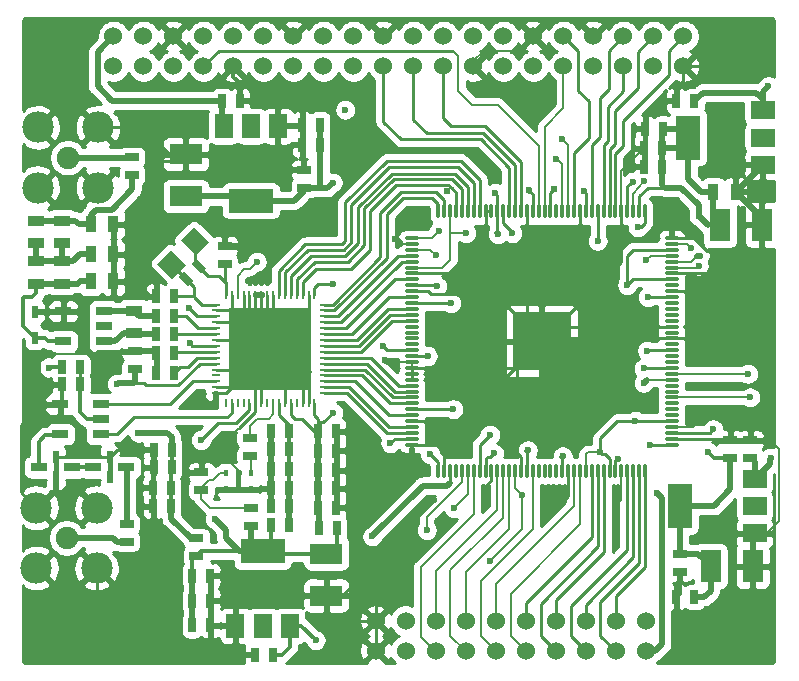
<source format=gtl>
%TF.GenerationSoftware,KiCad,Pcbnew,(5.1.6)-1*%
%TF.CreationDate,2020-10-01T20:42:35+02:00*%
%TF.ProjectId,Radioberry,52616469-6f62-4657-9272-792e6b696361,rev?*%
%TF.SameCoordinates,Original*%
%TF.FileFunction,Copper,L1,Top*%
%TF.FilePolarity,Positive*%
%FSLAX46Y46*%
G04 Gerber Fmt 4.6, Leading zero omitted, Abs format (unit mm)*
G04 Created by KiCad (PCBNEW (5.1.6)-1) date 2020-10-01 20:42:35*
%MOMM*%
%LPD*%
G01*
G04 APERTURE LIST*
%TA.AperFunction,ComponentPad*%
%ADD10C,0.500000*%
%TD*%
%TA.AperFunction,SMDPad,CuDef*%
%ADD11O,1.200000X0.280000*%
%TD*%
%TA.AperFunction,SMDPad,CuDef*%
%ADD12O,0.280000X1.200000*%
%TD*%
%TA.AperFunction,ComponentPad*%
%ADD13C,4.000000*%
%TD*%
%TA.AperFunction,SMDPad,CuDef*%
%ADD14R,5.000000X5.000000*%
%TD*%
%TA.AperFunction,ComponentPad*%
%ADD15C,3.000000*%
%TD*%
%TA.AperFunction,SMDPad,CuDef*%
%ADD16R,2.500000X2.500000*%
%TD*%
%TA.AperFunction,SMDPad,CuDef*%
%ADD17R,0.800000X0.250000*%
%TD*%
%TA.AperFunction,SMDPad,CuDef*%
%ADD18R,0.250000X0.800000*%
%TD*%
%TA.AperFunction,SMDPad,CuDef*%
%ADD19R,7.000000X7.000000*%
%TD*%
%TA.AperFunction,SMDPad,CuDef*%
%ADD20R,1.143000X0.635000*%
%TD*%
%TA.AperFunction,SMDPad,CuDef*%
%ADD21R,0.635000X1.143000*%
%TD*%
%TA.AperFunction,SMDPad,CuDef*%
%ADD22R,1.778000X2.794000*%
%TD*%
%TA.AperFunction,SMDPad,CuDef*%
%ADD23R,2.794000X1.778000*%
%TD*%
%TA.AperFunction,SMDPad,CuDef*%
%ADD24R,0.889000X1.397000*%
%TD*%
%TA.AperFunction,SMDPad,CuDef*%
%ADD25R,1.397000X0.889000*%
%TD*%
%TA.AperFunction,SMDPad,CuDef*%
%ADD26C,0.100000*%
%TD*%
%TA.AperFunction,ComponentPad*%
%ADD27C,1.524000*%
%TD*%
%TA.AperFunction,SMDPad,CuDef*%
%ADD28R,0.599440X1.000760*%
%TD*%
%TA.AperFunction,SMDPad,CuDef*%
%ADD29R,1.400000X0.800000*%
%TD*%
%TA.AperFunction,SMDPad,CuDef*%
%ADD30R,0.600000X1.100000*%
%TD*%
%TA.AperFunction,SMDPad,CuDef*%
%ADD31R,2.000000X1.500000*%
%TD*%
%TA.AperFunction,SMDPad,CuDef*%
%ADD32R,2.000000X3.800000*%
%TD*%
%TA.AperFunction,SMDPad,CuDef*%
%ADD33R,1.500000X2.000000*%
%TD*%
%TA.AperFunction,SMDPad,CuDef*%
%ADD34R,3.800000X2.000000*%
%TD*%
%TA.AperFunction,SMDPad,CuDef*%
%ADD35R,1.400000X0.760000*%
%TD*%
%TA.AperFunction,SMDPad,CuDef*%
%ADD36R,0.425000X0.625000*%
%TD*%
%TA.AperFunction,ComponentPad*%
%ADD37C,1.905000*%
%TD*%
%TA.AperFunction,ComponentPad*%
%ADD38C,2.667000*%
%TD*%
%TA.AperFunction,ComponentPad*%
%ADD39C,5.300000*%
%TD*%
%TA.AperFunction,ViaPad*%
%ADD40C,0.600000*%
%TD*%
%TA.AperFunction,ViaPad*%
%ADD41C,0.602000*%
%TD*%
%TA.AperFunction,Conductor*%
%ADD42C,0.200000*%
%TD*%
%TA.AperFunction,Conductor*%
%ADD43C,0.300000*%
%TD*%
%TA.AperFunction,Conductor*%
%ADD44C,0.250000*%
%TD*%
%TA.AperFunction,Conductor*%
%ADD45C,0.350000*%
%TD*%
%TA.AperFunction,Conductor*%
%ADD46C,0.500000*%
%TD*%
%TA.AperFunction,Conductor*%
%ADD47C,0.254000*%
%TD*%
G04 APERTURE END LIST*
D10*
%TO.P,U1,145*%
%TO.N,GND*%
X136120000Y-97560000D03*
X134620000Y-100560000D03*
X134620000Y-99060000D03*
X133120000Y-99060000D03*
X136120000Y-99060000D03*
X133120000Y-97560000D03*
X134620000Y-97560000D03*
D11*
%TO.P,U1,1*%
%TO.N,Net-(C240-Pad2)*%
X145620000Y-107810000D03*
%TO.P,U1,2*%
%TO.N,GND*%
X145620000Y-107310000D03*
%TO.P,U1,3*%
%TO.N,Net-(C238-Pad1)*%
X145620000Y-106810000D03*
%TO.P,U1,4*%
%TO.N,GND*%
X145620000Y-106310000D03*
%TO.P,U1,5*%
%TO.N,+1V2*%
X145620000Y-105810000D03*
%TO.P,U1,6*%
%TO.N,N/C*%
X145620000Y-105310000D03*
%TO.P,U1,7*%
X145620000Y-104810000D03*
%TO.P,U1,8*%
X145620000Y-104310000D03*
%TO.P,U1,9*%
%TO.N,NSTATUS*%
X145620000Y-103810000D03*
%TO.P,U1,10*%
%TO.N,N/C*%
X145620000Y-103310000D03*
%TO.P,U1,11*%
X145620000Y-102810000D03*
%TO.P,U1,12*%
%TO.N,/GPIO/DCLK*%
X145620000Y-102310000D03*
%TO.P,U1,13*%
%TO.N,/GPIO/DATA[0]*%
X145620000Y-101810000D03*
%TO.P,U1,14*%
%TO.N,/GPIO/NCONFIG*%
X145620000Y-101310000D03*
%TO.P,U1,15*%
%TO.N,N/C*%
X145620000Y-100810000D03*
%TO.P,U1,16*%
X145620000Y-100310000D03*
%TO.P,U1,17*%
%TO.N,+3V3*%
X145620000Y-99810000D03*
%TO.P,U1,18*%
%TO.N,N/C*%
X145620000Y-99310000D03*
%TO.P,U1,19*%
%TO.N,GND*%
X145620000Y-98810000D03*
%TO.P,U1,20*%
%TO.N,N/C*%
X145620000Y-98310000D03*
%TO.P,U1,21*%
%TO.N,GND*%
X145620000Y-97810000D03*
%TO.P,U1,22*%
%TO.N,Net-(U1-Pad22)*%
X145620000Y-97310000D03*
%TO.P,U1,23*%
%TO.N,N/C*%
X145620000Y-96810000D03*
%TO.P,U1,24*%
X145620000Y-96310000D03*
%TO.P,U1,25*%
%TO.N,Net-(U1-Pad25)*%
X145620000Y-95810000D03*
%TO.P,U1,26*%
%TO.N,+3V3*%
X145620000Y-95310000D03*
%TO.P,U1,27*%
%TO.N,GND*%
X145620000Y-94810000D03*
%TO.P,U1,28*%
%TO.N,Net-(U1-Pad28)*%
X145620000Y-94310000D03*
%TO.P,U1,29*%
%TO.N,+1V2*%
X145620000Y-93810000D03*
%TO.P,U1,30*%
%TO.N,GND*%
X145620000Y-93310000D03*
%TO.P,U1,31*%
%TO.N,GPIO22*%
X145620000Y-92810000D03*
%TO.P,U1,32*%
%TO.N,GPIO29*%
X145620000Y-92310000D03*
%TO.P,U1,33*%
%TO.N,GPIO12*%
X145620000Y-91810000D03*
%TO.P,U1,34*%
%TO.N,+1V2*%
X145620000Y-91310000D03*
%TO.P,U1,35*%
%TO.N,Net-(C228-Pad2)*%
X145620000Y-90810000D03*
%TO.P,U1,36*%
%TO.N,GND*%
X145620000Y-90310000D03*
D12*
%TO.P,U1,37*%
%TO.N,Net-(C227-Pad2)*%
X143370000Y-88060000D03*
%TO.P,U1,38*%
%TO.N,+1V2*%
X142870000Y-88060000D03*
%TO.P,U1,39*%
%TO.N,GPIO16*%
X142370000Y-88060000D03*
%TO.P,U1,40*%
%TO.N,+3V3*%
X141870000Y-88060000D03*
%TO.P,U1,41*%
%TO.N,GND*%
X141370000Y-88060000D03*
%TO.P,U1,42*%
%TO.N,GPIO40*%
X140870000Y-88060000D03*
%TO.P,U1,43*%
%TO.N,GPIO38*%
X140370000Y-88060000D03*
%TO.P,U1,44*%
%TO.N,GPIO35*%
X139870000Y-88060000D03*
%TO.P,U1,45*%
%TO.N,+1V2*%
X139370000Y-88060000D03*
%TO.P,U1,46*%
%TO.N,GPIO36*%
X138870000Y-88060000D03*
%TO.P,U1,47*%
%TO.N,+3V3*%
X138370000Y-88060000D03*
%TO.P,U1,48*%
%TO.N,GND*%
X137870000Y-88060000D03*
%TO.P,U1,49*%
%TO.N,GPIO32*%
X137370000Y-88060000D03*
%TO.P,U1,50*%
%TO.N,/GPIO/CE1_SPI0*%
X136870000Y-88060000D03*
%TO.P,U1,51*%
%TO.N,/GPIO/CE0_SPI0*%
X136370000Y-88060000D03*
%TO.P,U1,52*%
%TO.N,N/C*%
X135870000Y-88060000D03*
%TO.P,U1,53*%
%TO.N,/Frontend/CLKOUT1*%
X135370000Y-88060000D03*
%TO.P,U1,54*%
%TO.N,GPCLK2*%
X134870000Y-88060000D03*
%TO.P,U1,55*%
%TO.N,GPCLK0*%
X134370000Y-88060000D03*
%TO.P,U1,56*%
%TO.N,+3V3*%
X133870000Y-88060000D03*
%TO.P,U1,57*%
%TO.N,GND*%
X133370000Y-88060000D03*
%TO.P,U1,58*%
%TO.N,/GPIO/SCLK_SPI0*%
X132870000Y-88060000D03*
%TO.P,U1,59*%
%TO.N,/GPIO/MISO_SPI0*%
X132370000Y-88060000D03*
%TO.P,U1,60*%
%TO.N,/GPIO/MOSI_SPI0*%
X131870000Y-88060000D03*
%TO.P,U1,61*%
%TO.N,+1V2*%
X131370000Y-88060000D03*
%TO.P,U1,62*%
%TO.N,+3V3*%
X130870000Y-88060000D03*
%TO.P,U1,63*%
%TO.N,GND*%
X130370000Y-88060000D03*
%TO.P,U1,64*%
X129870000Y-88060000D03*
%TO.P,U1,65*%
%TO.N,/Frontend/SEN*%
X129370000Y-88060000D03*
%TO.P,U1,66*%
%TO.N,/Frontend/SCLK*%
X128870000Y-88060000D03*
%TO.P,U1,67*%
%TO.N,/Frontend/SDO*%
X128370000Y-88060000D03*
%TO.P,U1,68*%
%TO.N,/Frontend/SDIO*%
X127870000Y-88060000D03*
%TO.P,U1,69*%
%TO.N,/Frontend/CLKOUT1*%
X127370000Y-88060000D03*
%TO.P,U1,70*%
%TO.N,+1V2*%
X126870000Y-88060000D03*
%TO.P,U1,71*%
%TO.N,/Frontend/RCLK*%
X126370000Y-88060000D03*
%TO.P,U1,72*%
%TO.N,/Frontend/TXCLK*%
X125870000Y-88060000D03*
D11*
%TO.P,U1,73*%
%TO.N,Net-(C246-Pad2)*%
X123620000Y-90310000D03*
%TO.P,U1,74*%
%TO.N,GND*%
X123620000Y-90810000D03*
%TO.P,U1,75*%
%TO.N,Net-(C232-Pad1)*%
X123620000Y-91310000D03*
%TO.P,U1,76*%
%TO.N,/Frontend/TXEN*%
X123620000Y-91810000D03*
%TO.P,U1,77*%
%TO.N,/Frontend/RXEN*%
X123620000Y-92310000D03*
%TO.P,U1,78*%
%TO.N,+1V2*%
X123620000Y-92810000D03*
%TO.P,U1,79*%
%TO.N,GND*%
X123620000Y-93310000D03*
%TO.P,U1,80*%
%TO.N,/Frontend/ADIO0*%
X123620000Y-93810000D03*
%TO.P,U1,81*%
%TO.N,+3V3*%
X123620000Y-94310000D03*
%TO.P,U1,82*%
%TO.N,GND*%
X123620000Y-94810000D03*
%TO.P,U1,83*%
%TO.N,/Frontend/ADIO1*%
X123620000Y-95310000D03*
%TO.P,U1,84*%
%TO.N,+1V2*%
X123620000Y-95810000D03*
%TO.P,U1,85*%
%TO.N,/Frontend/ADIO2*%
X123620000Y-96310000D03*
%TO.P,U1,86*%
%TO.N,/Frontend/ADIO3*%
X123620000Y-96810000D03*
%TO.P,U1,87*%
%TO.N,/Frontend/ADIO4*%
X123620000Y-97310000D03*
%TO.P,U1,88*%
%TO.N,N/C*%
X123620000Y-97810000D03*
%TO.P,U1,89*%
X123620000Y-98310000D03*
%TO.P,U1,90*%
X123620000Y-98810000D03*
%TO.P,U1,91*%
X123620000Y-99310000D03*
%TO.P,U1,92*%
%TO.N,CONF_DONE*%
X123620000Y-99810000D03*
%TO.P,U1,93*%
%TO.N,+3V3*%
X123620000Y-100310000D03*
%TO.P,U1,94*%
%TO.N,GND*%
X123620000Y-100810000D03*
%TO.P,U1,95*%
X123620000Y-101310000D03*
%TO.P,U1,96*%
X123620000Y-101810000D03*
%TO.P,U1,97*%
X123620000Y-102310000D03*
%TO.P,U1,98*%
%TO.N,/Frontend/ADIO5*%
X123620000Y-102810000D03*
%TO.P,U1,99*%
%TO.N,/Frontend/ADIO6*%
X123620000Y-103310000D03*
%TO.P,U1,100*%
%TO.N,/Frontend/ADIO7*%
X123620000Y-103810000D03*
%TO.P,U1,101*%
%TO.N,/Frontend/ADIO8*%
X123620000Y-104310000D03*
%TO.P,U1,102*%
%TO.N,+1V2*%
X123620000Y-104810000D03*
%TO.P,U1,103*%
%TO.N,/Frontend/ADIO9*%
X123620000Y-105310000D03*
%TO.P,U1,104*%
%TO.N,GND*%
X123620000Y-105810000D03*
%TO.P,U1,105*%
%TO.N,/Frontend/ADIO10*%
X123620000Y-106310000D03*
%TO.P,U1,106*%
%TO.N,/Frontend/ADIO11*%
X123620000Y-106810000D03*
%TO.P,U1,107*%
%TO.N,Net-(C233-Pad2)*%
X123620000Y-107310000D03*
%TO.P,U1,108*%
%TO.N,GND*%
X123620000Y-107810000D03*
D12*
%TO.P,U1,109*%
%TO.N,Net-(C234-Pad2)*%
X125870000Y-110060000D03*
%TO.P,U1,110*%
%TO.N,GND*%
X126370000Y-110060000D03*
%TO.P,U1,111*%
%TO.N,/Frontend/MODE*%
X126870000Y-110060000D03*
%TO.P,U1,112*%
%TO.N,Net-(U1-Pad112)*%
X127370000Y-110060000D03*
%TO.P,U1,113*%
%TO.N,GPIO11*%
X127870000Y-110060000D03*
%TO.P,U1,114*%
%TO.N,/Frontend/RESET*%
X128370000Y-110060000D03*
%TO.P,U1,115*%
%TO.N,IO-14*%
X128870000Y-110060000D03*
%TO.P,U1,116*%
%TO.N,+1V2*%
X129370000Y-110060000D03*
%TO.P,U1,117*%
%TO.N,+3V3*%
X129870000Y-110060000D03*
%TO.P,U1,118*%
%TO.N,Net-(U1-Pad118)*%
X130370000Y-110060000D03*
%TO.P,U1,119*%
%TO.N,IO-13*%
X130870000Y-110060000D03*
%TO.P,U1,120*%
%TO.N,IO-12*%
X131370000Y-110060000D03*
%TO.P,U1,121*%
%TO.N,IO-11*%
X131870000Y-110060000D03*
%TO.P,U1,122*%
%TO.N,+3V3*%
X132370000Y-110060000D03*
%TO.P,U1,123*%
%TO.N,GND*%
X132870000Y-110060000D03*
%TO.P,U1,124*%
%TO.N,+1V2*%
X133370000Y-110060000D03*
%TO.P,U1,125*%
%TO.N,IO-10*%
X133870000Y-110060000D03*
%TO.P,U1,126*%
%TO.N,N/C*%
X134370000Y-110060000D03*
%TO.P,U1,127*%
X134870000Y-110060000D03*
%TO.P,U1,128*%
X135370000Y-110060000D03*
%TO.P,U1,129*%
X135870000Y-110060000D03*
%TO.P,U1,130*%
%TO.N,+3V3*%
X136370000Y-110060000D03*
%TO.P,U1,131*%
%TO.N,GND*%
X136870000Y-110060000D03*
%TO.P,U1,132*%
%TO.N,IO-09*%
X137370000Y-110060000D03*
%TO.P,U1,133*%
%TO.N,IO-08*%
X137870000Y-110060000D03*
%TO.P,U1,134*%
%TO.N,+1V2*%
X138370000Y-110060000D03*
%TO.P,U1,135*%
%TO.N,IO-07*%
X138870000Y-110060000D03*
%TO.P,U1,136*%
%TO.N,/GPIO/IO-06*%
X139370000Y-110060000D03*
%TO.P,U1,137*%
%TO.N,/GPIO/IO-05*%
X139870000Y-110060000D03*
%TO.P,U1,138*%
%TO.N,+1V2*%
X140370000Y-110060000D03*
%TO.P,U1,139*%
%TO.N,+3V3*%
X140870000Y-110060000D03*
%TO.P,U1,140*%
%TO.N,GND*%
X141370000Y-110060000D03*
%TO.P,U1,141*%
%TO.N,/GPIO/IO-04*%
X141870000Y-110060000D03*
%TO.P,U1,142*%
%TO.N,/GPIO/IO-03*%
X142370000Y-110060000D03*
%TO.P,U1,143*%
%TO.N,/GPIO/IO-02*%
X142870000Y-110060000D03*
%TO.P,U1,144*%
%TO.N,/GPIO/IO-01*%
X143370000Y-110060000D03*
D13*
%TO.P,U1,145*%
%TO.N,GND*%
X136720000Y-101160000D03*
D14*
X134620000Y-99060000D03*
D10*
X133120000Y-100560000D03*
%TD*%
D15*
%TO.P,IC401,65*%
%TO.N,GND*%
X113633000Y-101695000D03*
D10*
X108633000Y-102695000D03*
X110133000Y-102695000D03*
X108633000Y-101195000D03*
X110133000Y-101195000D03*
X108633000Y-96695000D03*
X108633000Y-98195000D03*
X114633000Y-98195000D03*
X114633000Y-96695000D03*
X113133000Y-96695000D03*
X113133000Y-98195000D03*
X110133000Y-98195000D03*
X110133000Y-96695000D03*
X111633000Y-96695000D03*
X111633000Y-98195000D03*
X111633000Y-102695000D03*
X111633000Y-101195000D03*
X114633000Y-99695000D03*
X113133000Y-99695000D03*
X108633000Y-99695000D03*
X110133000Y-99695000D03*
D16*
X109883000Y-101445000D03*
X109883000Y-97945000D03*
X113383000Y-97945000D03*
D17*
%TO.P,IC401,1*%
%TO.N,/Frontend/ADIO11*%
X116233000Y-103445000D03*
%TO.P,IC401,2*%
%TO.N,/Frontend/ADIO10*%
X116233000Y-102945000D03*
%TO.P,IC401,3*%
%TO.N,/Frontend/ADIO9*%
X116233000Y-102445000D03*
%TO.P,IC401,4*%
%TO.N,/Frontend/ADIO8*%
X116233000Y-101945000D03*
%TO.P,IC401,5*%
%TO.N,/Frontend/ADIO7*%
X116233000Y-101445000D03*
%TO.P,IC401,6*%
%TO.N,/Frontend/ADIO6*%
X116233000Y-100945000D03*
%TO.P,IC401,7*%
%TO.N,/Frontend/ADIO5*%
X116233000Y-100445000D03*
%TO.P,IC401,8*%
%TO.N,/Frontend/ADIO4*%
X116233000Y-99945000D03*
%TO.P,IC401,9*%
%TO.N,/Frontend/ADIO3*%
X116233000Y-99445000D03*
%TO.P,IC401,10*%
%TO.N,/Frontend/ADIO2*%
X116233000Y-98945000D03*
%TO.P,IC401,11*%
%TO.N,/Frontend/ADIO1*%
X116233000Y-98445000D03*
%TO.P,IC401,12*%
%TO.N,/Frontend/ADIO0*%
X116233000Y-97945000D03*
%TO.P,IC401,13*%
%TO.N,/Frontend/RXEN*%
X116233000Y-97445000D03*
%TO.P,IC401,14*%
%TO.N,/Frontend/TXEN*%
X116233000Y-96945000D03*
%TO.P,IC401,15*%
%TO.N,/Frontend/TXCLK*%
X116233000Y-96445000D03*
%TO.P,IC401,16*%
%TO.N,/Frontend/RCLK*%
X116233000Y-95945000D03*
D18*
%TO.P,IC401,17*%
%TO.N,/Frontend/DVDD*%
X115383000Y-95095000D03*
%TO.P,IC401,18*%
%TO.N,GND*%
X114883000Y-95095000D03*
%TO.P,IC401,19*%
%TO.N,/Frontend/CLKOUT1*%
X114383000Y-95095000D03*
%TO.P,IC401,20*%
%TO.N,/Frontend/SDIO*%
X113883000Y-95095000D03*
%TO.P,IC401,21*%
%TO.N,/Frontend/SDO*%
X113383000Y-95095000D03*
%TO.P,IC401,22*%
%TO.N,/Frontend/SCLK*%
X112883000Y-95095000D03*
%TO.P,IC401,23*%
%TO.N,/Frontend/SEN*%
X112383000Y-95095000D03*
%TO.P,IC401,24*%
%TO.N,GND*%
X111883000Y-95095000D03*
%TO.P,IC401,25*%
X111383000Y-95095000D03*
%TO.P,IC401,26*%
X110883000Y-95095000D03*
%TO.P,IC401,27*%
X110383000Y-95095000D03*
%TO.P,IC401,28*%
X109883000Y-95095000D03*
%TO.P,IC401,29*%
X109383000Y-95095000D03*
%TO.P,IC401,30*%
%TO.N,/Frontend/RESET*%
X108883000Y-95095000D03*
%TO.P,IC401,31*%
%TO.N,GND*%
X108383000Y-95095000D03*
%TO.P,IC401,32*%
%TO.N,Net-(C408-Pad2)*%
X107883000Y-95095000D03*
D17*
%TO.P,IC401,33*%
%TO.N,Net-(C408-Pad1)*%
X107033000Y-95945000D03*
%TO.P,IC401,34*%
%TO.N,GND*%
X107033000Y-96445000D03*
%TO.P,IC401,35*%
%TO.N,/Frontend/AVDD*%
X107033000Y-96945000D03*
%TO.P,IC401,36*%
%TO.N,GND*%
X107033000Y-97445000D03*
%TO.P,IC401,37*%
%TO.N,/Frontend/RX-*%
X107033000Y-97945000D03*
%TO.P,IC401,38*%
%TO.N,/Frontend/RX+*%
X107033000Y-98445000D03*
%TO.P,IC401,39*%
%TO.N,GND*%
X107033000Y-98945000D03*
%TO.P,IC401,40*%
%TO.N,/Frontend/AVDD*%
X107033000Y-99445000D03*
%TO.P,IC401,41*%
%TO.N,Net-(IC401-Pad41)*%
X107033000Y-99945000D03*
%TO.P,IC401,42*%
%TO.N,Net-(C409-Pad2)*%
X107033000Y-100445000D03*
%TO.P,IC401,43*%
%TO.N,/Frontend/AVDD3*%
X107033000Y-100945000D03*
%TO.P,IC401,44*%
%TO.N,GND*%
X107033000Y-101445000D03*
%TO.P,IC401,45*%
%TO.N,Net-(IC401-Pad45)*%
X107033000Y-101945000D03*
%TO.P,IC401,46*%
%TO.N,/Frontend/IOUT_N-*%
X107033000Y-102445000D03*
%TO.P,IC401,47*%
%TO.N,GND*%
X107033000Y-102945000D03*
%TO.P,IC401,48*%
X107033000Y-103445000D03*
D18*
%TO.P,IC401,49*%
%TO.N,Net-(IC401-Pad49)*%
X107883000Y-104295000D03*
%TO.P,IC401,50*%
%TO.N,/Frontend/IOUT_N+*%
X108383000Y-104295000D03*
%TO.P,IC401,51*%
%TO.N,Net-(IC401-Pad51)*%
X108883000Y-104295000D03*
%TO.P,IC401,52*%
%TO.N,Net-(IC401-Pad52)*%
X109383000Y-104295000D03*
%TO.P,IC401,53*%
%TO.N,/Frontend/MODE*%
X109883000Y-104295000D03*
%TO.P,IC401,54*%
%TO.N,GND*%
X110383000Y-104295000D03*
%TO.P,IC401,55*%
X110883000Y-104295000D03*
%TO.P,IC401,56*%
%TO.N,Net-(IC401-Pad56)*%
X111383000Y-104295000D03*
%TO.P,IC401,57*%
%TO.N,Net-(C438-Pad1)*%
X111883000Y-104295000D03*
%TO.P,IC401,58*%
%TO.N,/Frontend/CLKVDD*%
X112383000Y-104295000D03*
%TO.P,IC401,59*%
%TO.N,GND*%
X112883000Y-104295000D03*
%TO.P,IC401,60*%
%TO.N,/Frontend/DVDD*%
X113383000Y-104295000D03*
%TO.P,IC401,61*%
%TO.N,Net-(IC401-Pad61)*%
X113883000Y-104295000D03*
%TO.P,IC401,62*%
%TO.N,GND*%
X114383000Y-104295000D03*
%TO.P,IC401,63*%
X114883000Y-104295000D03*
%TO.P,IC401,64*%
%TO.N,/Frontend/DVDD*%
X115383000Y-104295000D03*
D19*
%TO.P,IC401,65*%
%TO.N,GND*%
X111633000Y-99695000D03*
D16*
X113383000Y-101445000D03*
D10*
X111633000Y-99695000D03*
%TD*%
D20*
%TO.P,C201,1*%
%TO.N,+5V*%
X152300000Y-108962000D03*
%TO.P,C201,2*%
%TO.N,GND*%
X152300000Y-107438000D03*
%TD*%
D21*
%TO.P,C202,1*%
%TO.N,+5V*%
X111862000Y-125600000D03*
%TO.P,C202,2*%
%TO.N,GND*%
X110338000Y-125600000D03*
%TD*%
%TO.P,C203,1*%
%TO.N,+5V*%
X107538000Y-78700000D03*
%TO.P,C203,2*%
%TO.N,GND*%
X109062000Y-78700000D03*
%TD*%
%TO.P,C204,1*%
%TO.N,+2V5*%
X147562000Y-120700000D03*
%TO.P,C204,2*%
%TO.N,GND*%
X146038000Y-120700000D03*
%TD*%
%TO.P,C205,1*%
%TO.N,3V3B*%
X105038000Y-118900000D03*
%TO.P,C205,2*%
%TO.N,GND*%
X106562000Y-118900000D03*
%TD*%
D20*
%TO.P,C206,1*%
%TO.N,+3V3*%
X114500000Y-86062000D03*
%TO.P,C206,2*%
%TO.N,GND*%
X114500000Y-84538000D03*
%TD*%
%TO.P,C207,1*%
%TO.N,+2V5*%
X150600000Y-108962000D03*
%TO.P,C207,2*%
%TO.N,GND*%
X150600000Y-107438000D03*
%TD*%
D21*
%TO.P,C208,1*%
%TO.N,3V3B*%
X105038000Y-121000000D03*
%TO.P,C208,2*%
%TO.N,GND*%
X106562000Y-121000000D03*
%TD*%
%TO.P,C209,1*%
%TO.N,+3V3*%
X115862000Y-80700000D03*
%TO.P,C209,2*%
%TO.N,GND*%
X114338000Y-80700000D03*
%TD*%
D20*
%TO.P,C210,1*%
%TO.N,+2V5*%
X146300000Y-117038000D03*
%TO.P,C210,2*%
%TO.N,GND*%
X146300000Y-118562000D03*
%TD*%
D21*
%TO.P,C211,1*%
%TO.N,3V3B*%
X105038000Y-123100000D03*
%TO.P,C211,2*%
%TO.N,GND*%
X106562000Y-123100000D03*
%TD*%
%TO.P,C212,1*%
%TO.N,+3V3*%
X115862000Y-82400000D03*
%TO.P,C212,2*%
%TO.N,GND*%
X114338000Y-82400000D03*
%TD*%
D22*
%TO.P,C213,1*%
%TO.N,+2V5*%
X148922000Y-118100000D03*
%TO.P,C213,2*%
%TO.N,GND*%
X152478000Y-118100000D03*
%TD*%
D23*
%TO.P,C214,1*%
%TO.N,3V3B*%
X116400000Y-117022000D03*
%TO.P,C214,2*%
%TO.N,GND*%
X116400000Y-120578000D03*
%TD*%
%TO.P,C215,1*%
%TO.N,+3V3*%
X104500000Y-86778000D03*
%TO.P,C215,2*%
%TO.N,GND*%
X104500000Y-83222000D03*
%TD*%
D21*
%TO.P,C216,1*%
%TO.N,+2V5*%
X147562000Y-78700000D03*
%TO.P,C216,2*%
%TO.N,GND*%
X146038000Y-78700000D03*
%TD*%
%TO.P,C217,1*%
%TO.N,+1V2*%
X144902000Y-81060000D03*
%TO.P,C217,2*%
%TO.N,GND*%
X143378000Y-81060000D03*
%TD*%
%TO.P,C218,1*%
%TO.N,+1V2*%
X144842000Y-84260000D03*
%TO.P,C218,2*%
%TO.N,GND*%
X143318000Y-84260000D03*
%TD*%
%TO.P,C219,1*%
%TO.N,+1V2*%
X144822000Y-82690000D03*
%TO.P,C219,2*%
%TO.N,GND*%
X143298000Y-82690000D03*
%TD*%
D22*
%TO.P,C220,1*%
%TO.N,+1V2*%
X149722000Y-89200000D03*
%TO.P,C220,2*%
%TO.N,GND*%
X153278000Y-89200000D03*
%TD*%
D20*
%TO.P,C401,1*%
%TO.N,Net-(C401-Pad1)*%
X99949000Y-84963000D03*
%TO.P,C401,2*%
%TO.N,Net-(C401-Pad2)*%
X99949000Y-83439000D03*
%TD*%
%TO.P,C402,1*%
%TO.N,Net-(C402-Pad1)*%
X99490000Y-114498000D03*
%TO.P,C402,2*%
%TO.N,Net-(C402-Pad2)*%
X99490000Y-116022000D03*
%TD*%
D24*
%TO.P,C403,1*%
%TO.N,Net-(C401-Pad1)*%
X96456500Y-89154000D03*
%TO.P,C403,2*%
%TO.N,GND*%
X98361500Y-89154000D03*
%TD*%
D25*
%TO.P,C404,1*%
%TO.N,Net-(C404-Pad1)*%
X91821000Y-90741500D03*
%TO.P,C404,2*%
%TO.N,Net-(C401-Pad1)*%
X91821000Y-88836500D03*
%TD*%
D24*
%TO.P,C405,1*%
%TO.N,Net-(C404-Pad1)*%
X96456500Y-91694000D03*
%TO.P,C405,2*%
%TO.N,GND*%
X98361500Y-91694000D03*
%TD*%
D25*
%TO.P,C406,1*%
%TO.N,Net-(C406-Pad1)*%
X91821000Y-94170500D03*
%TO.P,C406,2*%
%TO.N,Net-(C404-Pad1)*%
X91821000Y-92265500D03*
%TD*%
D24*
%TO.P,C407,1*%
%TO.N,Net-(C406-Pad1)*%
X96456500Y-93980000D03*
%TO.P,C407,2*%
%TO.N,GND*%
X98361500Y-93980000D03*
%TD*%
%TA.AperFunction,SMDPad,CuDef*%
D26*
%TO.P,C408,1*%
%TO.N,Net-(C408-Pad1)*%
G36*
X103347762Y-93759031D02*
G01*
X102074969Y-92486238D01*
X103206340Y-91354867D01*
X104479133Y-92627660D01*
X103347762Y-93759031D01*
G37*
%TD.AperFunction*%
%TA.AperFunction,SMDPad,CuDef*%
%TO.P,C408,2*%
%TO.N,Net-(C408-Pad2)*%
G36*
X105327660Y-91779133D02*
G01*
X104054867Y-90506340D01*
X105186238Y-89374969D01*
X106459031Y-90647762D01*
X105327660Y-91779133D01*
G37*
%TD.AperFunction*%
%TD*%
D21*
%TO.P,C409,1*%
%TO.N,GND*%
X101981000Y-101727000D03*
%TO.P,C409,2*%
%TO.N,Net-(C409-Pad2)*%
X103505000Y-101727000D03*
%TD*%
%TA.AperFunction,SMDPad,CuDef*%
D26*
%TO.P,C410,1*%
%TO.N,Net-(C408-Pad1)*%
G36*
X104669790Y-94385433D02*
G01*
X103861567Y-93577210D01*
X104310580Y-93128197D01*
X105118803Y-93936420D01*
X104669790Y-94385433D01*
G37*
%TD.AperFunction*%
%TA.AperFunction,SMDPad,CuDef*%
%TO.P,C410,2*%
%TO.N,Net-(C408-Pad2)*%
G36*
X105747420Y-93307803D02*
G01*
X104939197Y-92499580D01*
X105388210Y-92050567D01*
X106196433Y-92858790D01*
X105747420Y-93307803D01*
G37*
%TD.AperFunction*%
%TD*%
D20*
%TO.P,C411,1*%
%TO.N,GND*%
X107790000Y-90998000D03*
%TO.P,C411,2*%
%TO.N,Net-(C408-Pad2)*%
X107790000Y-92522000D03*
%TD*%
D21*
%TO.P,C412,1*%
%TO.N,GND*%
X101981000Y-95250000D03*
%TO.P,C412,2*%
%TO.N,Net-(C408-Pad1)*%
X103505000Y-95250000D03*
%TD*%
D25*
%TO.P,C413,1*%
%TO.N,Net-(C413-Pad1)*%
X100076000Y-98361500D03*
%TO.P,C413,2*%
%TO.N,Net-(C413-Pad2)*%
X100076000Y-96456500D03*
%TD*%
D21*
%TO.P,C414,1*%
%TO.N,Net-(C414-Pad1)*%
X95562000Y-102700000D03*
%TO.P,C414,2*%
%TO.N,GND*%
X94038000Y-102700000D03*
%TD*%
%TO.P,C415,1*%
%TO.N,/Frontend/RX+*%
X103505000Y-98425000D03*
%TO.P,C415,2*%
%TO.N,Net-(C413-Pad1)*%
X101981000Y-98425000D03*
%TD*%
%TO.P,C416,1*%
%TO.N,/Frontend/RX-*%
X103505000Y-96901000D03*
%TO.P,C416,2*%
%TO.N,Net-(C413-Pad2)*%
X101981000Y-96901000D03*
%TD*%
%TO.P,C417,1*%
%TO.N,/Frontend/DVDD*%
X115697000Y-106680000D03*
%TO.P,C417,2*%
%TO.N,GND*%
X117221000Y-106680000D03*
%TD*%
%TO.P,C419,1*%
%TO.N,/Frontend/CLKVDD*%
X113201000Y-111506000D03*
%TO.P,C419,2*%
%TO.N,GND*%
X111677000Y-111506000D03*
%TD*%
%TO.P,C420,1*%
%TO.N,/Frontend/AVDD3*%
X103292000Y-108220000D03*
%TO.P,C420,2*%
%TO.N,GND*%
X101768000Y-108220000D03*
%TD*%
%TO.P,C421,1*%
%TO.N,/Frontend/DVDD*%
X115697000Y-108331000D03*
%TO.P,C421,2*%
%TO.N,GND*%
X117221000Y-108331000D03*
%TD*%
%TO.P,C423,1*%
%TO.N,/Frontend/CLKVDD*%
X113201000Y-109855000D03*
%TO.P,C423,2*%
%TO.N,GND*%
X111677000Y-109855000D03*
%TD*%
%TO.P,C424,1*%
%TO.N,/Frontend/AVDD3*%
X103292000Y-109710000D03*
%TO.P,C424,2*%
%TO.N,GND*%
X101768000Y-109710000D03*
%TD*%
%TO.P,C425,1*%
%TO.N,/Frontend/DVDD*%
X115697000Y-109982000D03*
%TO.P,C425,2*%
%TO.N,GND*%
X117221000Y-109982000D03*
%TD*%
%TO.P,C427,1*%
%TO.N,/Frontend/CLKVDD*%
X113201000Y-108204000D03*
%TO.P,C427,2*%
%TO.N,GND*%
X111677000Y-108204000D03*
%TD*%
D20*
%TO.P,C428,1*%
%TO.N,/Frontend/AVDD3*%
X100170000Y-101402000D03*
%TO.P,C428,2*%
%TO.N,GND*%
X100170000Y-99878000D03*
%TD*%
D21*
%TO.P,C429,1*%
%TO.N,/Frontend/DVDD*%
X115697000Y-111506000D03*
%TO.P,C429,2*%
%TO.N,GND*%
X117221000Y-111506000D03*
%TD*%
%TO.P,C431,1*%
%TO.N,/Frontend/CLKVDD*%
X113201000Y-106680000D03*
%TO.P,C431,2*%
%TO.N,GND*%
X111677000Y-106680000D03*
%TD*%
%TO.P,C432,1*%
%TO.N,/Frontend/AVDD3*%
X103212000Y-111460000D03*
%TO.P,C432,2*%
%TO.N,GND*%
X101688000Y-111460000D03*
%TD*%
%TO.P,C433,1*%
%TO.N,/Frontend/DVDD*%
X115697000Y-113157000D03*
%TO.P,C433,2*%
%TO.N,GND*%
X117221000Y-113157000D03*
%TD*%
%TO.P,C435,1*%
%TO.N,/Frontend/CLKVDD*%
X113201000Y-113030000D03*
%TO.P,C435,2*%
%TO.N,GND*%
X111677000Y-113030000D03*
%TD*%
%TO.P,C436,1*%
%TO.N,/Frontend/AVDD3*%
X103252000Y-113000000D03*
%TO.P,C436,2*%
%TO.N,GND*%
X101728000Y-113000000D03*
%TD*%
D20*
%TO.P,C437,1*%
%TO.N,GND*%
X105800000Y-110138000D03*
%TO.P,C437,2*%
%TO.N,Net-(C437-Pad2)*%
X105800000Y-111662000D03*
%TD*%
D27*
%TO.P,CN301,1*%
%TO.N,+5V*%
X143430000Y-122730000D03*
%TO.P,CN301,2*%
%TO.N,+3V3*%
X143430000Y-125270000D03*
%TO.P,CN301,3*%
%TO.N,/GPIO/IO-01*%
X140890000Y-122730000D03*
%TO.P,CN301,4*%
%TO.N,/GPIO/IO-02*%
X140890000Y-125270000D03*
%TO.P,CN301,5*%
%TO.N,/GPIO/IO-03*%
X138350000Y-122730000D03*
%TO.P,CN301,6*%
%TO.N,/GPIO/IO-04*%
X138350000Y-125270000D03*
%TO.P,CN301,7*%
%TO.N,/GPIO/IO-05*%
X135810000Y-122730000D03*
%TO.P,CN301,8*%
%TO.N,/GPIO/IO-06*%
X135810000Y-125270000D03*
%TO.P,CN301,9*%
%TO.N,IO-07*%
X133270000Y-122730000D03*
%TO.P,CN301,10*%
%TO.N,IO-08*%
X133270000Y-125270000D03*
%TO.P,CN301,11*%
%TO.N,IO-09*%
X130730000Y-122730000D03*
%TO.P,CN301,12*%
%TO.N,IO-10*%
X130730000Y-125270000D03*
%TO.P,CN301,13*%
%TO.N,IO-11*%
X128190000Y-122730000D03*
%TO.P,CN301,14*%
%TO.N,IO-12*%
X128190000Y-125270000D03*
%TO.P,CN301,15*%
%TO.N,IO-13*%
X125650000Y-122730000D03*
%TO.P,CN301,16*%
%TO.N,IO-14*%
X125650000Y-125270000D03*
%TO.P,CN301,17*%
%TO.N,SDA*%
X123110000Y-122730000D03*
%TO.P,CN301,18*%
%TO.N,SCL*%
X123110000Y-125270000D03*
%TO.P,CN301,19*%
%TO.N,GND*%
X120570000Y-122730000D03*
%TO.P,CN301,20*%
X120570000Y-125270000D03*
%TD*%
D28*
%TO.P,D401,2*%
%TO.N,GND*%
X91694000Y-96563180D03*
%TO.P,D401,1*%
%TO.N,Net-(C406-Pad1)*%
X91694000Y-98762820D03*
%TD*%
D29*
%TO.P,F401,1*%
%TO.N,Net-(C402-Pad1)*%
X99469063Y-109727937D03*
D30*
%TO.P,F401,2@1*%
%TO.N,GND*%
X98044063Y-108877937D03*
%TO.P,F401,2@2*%
X98044063Y-110577938D03*
D29*
%TO.P,F401,3*%
%TO.N,Net-(F401-Pad3)*%
X96619062Y-109727937D03*
%TD*%
%TO.P,F402,1*%
%TO.N,Net-(F401-Pad3)*%
X94897063Y-109727937D03*
D30*
%TO.P,F402,2@1*%
%TO.N,GND*%
X93472063Y-108877937D03*
%TO.P,F402,2@2*%
X93472063Y-110577938D03*
D29*
%TO.P,F402,3*%
%TO.N,Net-(F402-Pad3)*%
X92047062Y-109727937D03*
%TD*%
D21*
%TO.P,FB401,1*%
%TO.N,3V3Rpi*%
X94038000Y-101200000D03*
%TO.P,FB401,2*%
%TO.N,Net-(C414-Pad1)*%
X95562000Y-101200000D03*
%TD*%
%TO.P,FB402,1*%
%TO.N,/Frontend/DVDD*%
X115738000Y-114900000D03*
%TO.P,FB402,2*%
%TO.N,3V3B*%
X117262000Y-114900000D03*
%TD*%
%TO.P,FB404,1*%
%TO.N,/Frontend/CLKVDD*%
X113262000Y-114600000D03*
%TO.P,FB404,2*%
%TO.N,3V3B*%
X111738000Y-114600000D03*
%TD*%
D20*
%TO.P,FB405,1*%
%TO.N,/Frontend/AVDD3*%
X105400000Y-115738000D03*
%TO.P,FB405,2*%
%TO.N,3V3B*%
X105400000Y-117262000D03*
%TD*%
%TO.P,FB406,1*%
%TO.N,Net-(C437-Pad2)*%
X110000000Y-113138000D03*
%TO.P,FB406,2*%
%TO.N,3V3B*%
X110000000Y-114662000D03*
%TD*%
D31*
%TO.P,IC201,1*%
%TO.N,GND*%
X152650063Y-115300063D03*
%TO.P,IC201,2*%
%TO.N,N/C*%
X152650063Y-113000063D03*
%TO.P,IC201,3*%
%TO.N,+5V*%
X152650063Y-110700062D03*
D32*
%TO.P,IC201,4*%
%TO.N,+2V5*%
X146350062Y-113000063D03*
%TD*%
D33*
%TO.P,IC202,1*%
%TO.N,GND*%
X108699937Y-123150063D03*
%TO.P,IC202,2*%
%TO.N,N/C*%
X110999937Y-123150063D03*
%TO.P,IC202,3*%
%TO.N,+5V*%
X113299938Y-123150063D03*
D34*
%TO.P,IC202,4*%
%TO.N,3V3B*%
X110999937Y-116850062D03*
%TD*%
D33*
%TO.P,IC203,1*%
%TO.N,GND*%
X112300063Y-80849937D03*
%TO.P,IC203,2*%
%TO.N,N/C*%
X110000063Y-80849937D03*
%TO.P,IC203,3*%
%TO.N,+5V*%
X107700062Y-80849937D03*
D34*
%TO.P,IC203,4*%
%TO.N,+3V3*%
X110000063Y-87149938D03*
%TD*%
D31*
%TO.P,IC204,1*%
%TO.N,GND*%
X153350063Y-84100063D03*
%TO.P,IC204,2*%
%TO.N,N/C*%
X153350063Y-81800063D03*
%TO.P,IC204,3*%
%TO.N,+2V5*%
X153350063Y-79500062D03*
D32*
%TO.P,IC204,4*%
%TO.N,+1V2*%
X147050062Y-81800063D03*
%TD*%
D25*
%TO.P,L401,1*%
%TO.N,Net-(C401-Pad1)*%
X94000000Y-88847500D03*
%TO.P,L401,2*%
%TO.N,Net-(C404-Pad1)*%
X94000000Y-90752500D03*
%TD*%
%TO.P,L402,1*%
%TO.N,Net-(C404-Pad1)*%
X93980000Y-92265500D03*
%TO.P,L402,2*%
%TO.N,Net-(C406-Pad1)*%
X93980000Y-94170500D03*
%TD*%
D24*
%TO.P,R201,1*%
%TO.N,GND*%
X151052500Y-86400000D03*
%TO.P,R201,2*%
%TO.N,+1V2*%
X149147500Y-86400000D03*
%TD*%
D21*
%TO.P,R403,1*%
%TO.N,Net-(IC401-Pad41)*%
X103505000Y-100076000D03*
%TO.P,R403,2*%
%TO.N,GND*%
X101981000Y-100076000D03*
%TD*%
D35*
%TO.P,T401,5*%
%TO.N,GND*%
X93853000Y-104394000D03*
%TO.P,T401,4*%
%TO.N,Net-(F402-Pad3)*%
X93853000Y-106934000D03*
%TO.P,T401,3*%
%TO.N,/Frontend/IOUT_N+*%
X97283000Y-106934000D03*
%TO.P,T401,2*%
%TO.N,Net-(C414-Pad1)*%
X97283000Y-105664000D03*
%TO.P,T401,1*%
%TO.N,/Frontend/IOUT_N-*%
X97283000Y-104394000D03*
%TD*%
%TO.P,T402,5*%
%TO.N,GND*%
X94107000Y-96520000D03*
%TO.P,T402,4*%
%TO.N,Net-(C406-Pad1)*%
X94107000Y-99060000D03*
%TO.P,T402,3*%
%TO.N,Net-(C413-Pad1)*%
X97537000Y-99060000D03*
%TO.P,T402,2*%
%TO.N,Net-(T402-Pad2)*%
X97537000Y-97790000D03*
%TO.P,T402,1*%
%TO.N,Net-(C413-Pad2)*%
X97537000Y-96520000D03*
%TD*%
D36*
%TO.P,X400,1*%
%TO.N,GND*%
X107900000Y-111600000D03*
%TO.P,X400,2*%
X108940000Y-111600000D03*
%TO.P,X400,3*%
X109980000Y-111600000D03*
%TO.P,X400,4*%
%TO.N,CLK*%
X109980000Y-110200000D03*
%TO.P,X400,5*%
%TO.N,GND*%
X108940000Y-110200000D03*
%TO.P,X400,6*%
%TO.N,Net-(C437-Pad2)*%
X107900000Y-110200000D03*
%TD*%
D37*
%TO.P,X401,1*%
%TO.N,Net-(C401-Pad2)*%
X94500000Y-83500000D03*
D38*
%TO.P,X401,2*%
%TO.N,GND*%
X97049900Y-86049900D03*
%TO.P,X401,3*%
X91950100Y-86049900D03*
%TO.P,X401,4*%
X91950100Y-80950100D03*
%TO.P,X401,5*%
X97049900Y-80950100D03*
%TD*%
D37*
%TO.P,X402,1*%
%TO.N,Net-(C402-Pad2)*%
X94400000Y-115700000D03*
D38*
%TO.P,X402,2*%
%TO.N,GND*%
X96949900Y-118249900D03*
%TO.P,X402,3*%
X91850100Y-118249900D03*
%TO.P,X402,4*%
X91850100Y-113150100D03*
%TO.P,X402,5*%
X96949900Y-113150100D03*
%TD*%
D39*
%TO.P,MH1,1*%
%TO.N,GND*%
X93500000Y-74500000D03*
%TD*%
%TO.P,MH2,1*%
%TO.N,GND*%
X93500000Y-123500000D03*
%TD*%
%TO.P,MH3,1*%
%TO.N,GND*%
X151500000Y-74500000D03*
%TD*%
%TO.P,MH4,1*%
%TO.N,GND*%
X151500000Y-123500000D03*
%TD*%
D27*
%TO.P,CN302,1*%
%TO.N,3V3Rpi*%
X98370000Y-75770000D03*
%TO.P,CN302,2*%
%TO.N,+5V*%
X98370000Y-73230000D03*
%TO.P,CN302,3*%
%TO.N,SDA*%
X100910000Y-75770000D03*
%TO.P,CN302,4*%
%TO.N,+5V*%
X100910000Y-73230000D03*
%TO.P,CN302,5*%
%TO.N,SCL*%
X103450000Y-75770000D03*
%TO.P,CN302,6*%
%TO.N,GND*%
X103450000Y-73230000D03*
%TO.P,CN302,7*%
%TO.N,GPCLK0*%
X105990000Y-75770000D03*
%TO.P,CN302,8*%
%TO.N,Net-(CN302-Pad8)*%
X105990000Y-73230000D03*
%TO.P,CN302,9*%
%TO.N,GND*%
X108530000Y-75770000D03*
%TO.P,CN302,10*%
%TO.N,Net-(CN302-Pad10)*%
X108530000Y-73230000D03*
%TO.P,CN302,11*%
%TO.N,GPIO11*%
X111070000Y-75770000D03*
%TO.P,CN302,12*%
%TO.N,GPIO12*%
X111070000Y-73230000D03*
%TO.P,CN302,13*%
%TO.N,/GPIO/NCONFIG*%
X113610000Y-75770000D03*
%TO.P,CN302,14*%
%TO.N,GND*%
X113610000Y-73230000D03*
%TO.P,CN302,15*%
%TO.N,CONF_DONE*%
X116150000Y-75770000D03*
%TO.P,CN302,16*%
%TO.N,GPIO16*%
X116150000Y-73230000D03*
%TO.P,CN302,17*%
%TO.N,Net-(CN302-Pad17)*%
X118690000Y-75770000D03*
%TO.P,CN302,18*%
%TO.N,/GPIO/DCLK*%
X118690000Y-73230000D03*
%TO.P,CN302,19*%
%TO.N,/GPIO/MOSI_SPI0*%
X121230000Y-75770000D03*
%TO.P,CN302,20*%
%TO.N,GND*%
X121230000Y-73230000D03*
%TO.P,CN302,21*%
%TO.N,/GPIO/MISO_SPI0*%
X123770000Y-75770000D03*
%TO.P,CN302,22*%
%TO.N,GPIO22*%
X123770000Y-73230000D03*
%TO.P,CN302,23*%
%TO.N,/GPIO/SCLK_SPI0*%
X126310000Y-75770000D03*
%TO.P,CN302,24*%
%TO.N,/GPIO/CE0_SPI0*%
X126310000Y-73230000D03*
%TO.P,CN302,25*%
%TO.N,GND*%
X128850000Y-75770000D03*
%TO.P,CN302,26*%
%TO.N,/GPIO/CE1_SPI0*%
X128850000Y-73230000D03*
%TO.P,CN302,27*%
%TO.N,Net-(CN302-Pad27)*%
X131390000Y-75770000D03*
%TO.P,CN302,28*%
%TO.N,Net-(CN302-Pad28)*%
X131390000Y-73230000D03*
%TO.P,CN302,29*%
%TO.N,GPIO29*%
X133930000Y-75770000D03*
%TO.P,CN302,30*%
%TO.N,GND*%
X133930000Y-73230000D03*
%TO.P,CN302,31*%
%TO.N,GPCLK2*%
X136470000Y-75770000D03*
%TO.P,CN302,32*%
%TO.N,GPIO32*%
X136470000Y-73230000D03*
%TO.P,CN302,33*%
%TO.N,/GPIO/DATA[0]*%
X139010000Y-75770000D03*
%TO.P,CN302,34*%
%TO.N,GND*%
X139010000Y-73230000D03*
%TO.P,CN302,35*%
%TO.N,GPIO35*%
X141550000Y-75770000D03*
%TO.P,CN302,36*%
%TO.N,GPIO36*%
X141550000Y-73230000D03*
%TO.P,CN302,37*%
%TO.N,NSTATUS*%
X144090000Y-75770000D03*
%TO.P,CN302,38*%
%TO.N,GPIO38*%
X144090000Y-73230000D03*
%TO.P,CN302,39*%
%TO.N,GND*%
X146630000Y-75770000D03*
%TO.P,CN302,40*%
%TO.N,GPIO40*%
X146630000Y-73230000D03*
%TD*%
D20*
%TO.P,C438,1*%
%TO.N,Net-(C438-Pad1)*%
X109900000Y-107238000D03*
%TO.P,C438,2*%
%TO.N,CLK*%
X109900000Y-108762000D03*
%TD*%
D40*
%TO.N,GND*%
X140462000Y-92202000D03*
X121390000Y-100650000D03*
X122230000Y-90380000D03*
X147750000Y-95840000D03*
X140920000Y-112890000D03*
X109320000Y-91060000D03*
X125470000Y-112460000D03*
X152340000Y-105310000D03*
X119080000Y-110650000D03*
X147860000Y-98790000D03*
X136210000Y-112810000D03*
X129850000Y-112880000D03*
%TO.N,Net-(C227-Pad2)*%
X142748000Y-89408000D03*
%TO.N,Net-(C228-Pad2)*%
X147270000Y-91170000D03*
%TO.N,Net-(C232-Pad1)*%
X125660000Y-91760000D03*
%TO.N,Net-(C233-Pad2)*%
X121810000Y-107670000D03*
%TO.N,Net-(C234-Pad2)*%
X125170000Y-108590000D03*
%TO.N,Net-(C238-Pad1)*%
X149150000Y-106500000D03*
%TO.N,Net-(C240-Pad2)*%
X143780000Y-107810000D03*
%TO.N,Net-(C246-Pad2)*%
X125940000Y-89720000D03*
%TO.N,GPIO11*%
X124900000Y-115025000D03*
%TO.N,GPIO12*%
X143490000Y-92180000D03*
%TO.N,GPIO16*%
X143330000Y-85460000D03*
%TO.N,/GPIO/DCLK*%
X143250000Y-102570000D03*
%TO.N,GPIO22*%
X147920000Y-92660000D03*
%TO.N,/GPIO/CE0_SPI0*%
X135880000Y-83580000D03*
%TO.N,/GPIO/CE1_SPI0*%
X136320000Y-81920000D03*
%TO.N,GPIO29*%
X148000000Y-91790000D03*
%TO.N,/GPIO/DATA[0]*%
X152090000Y-101810000D03*
%TO.N,/GPIO/NCONFIG*%
X143280000Y-101340000D03*
%TO.N,/Frontend/RESET*%
X127200000Y-113175000D03*
X110500000Y-92325000D03*
%TO.N,/Frontend/MODE*%
X120290000Y-115570000D03*
X105790000Y-107410000D03*
%TO.N,CONF_DONE*%
X117990000Y-79460000D03*
X121220000Y-99430000D03*
%TO.N,NSTATUS*%
X152270000Y-103800000D03*
%TO.N,/Frontend/DVDD*%
X116970000Y-105090000D03*
X116960000Y-94220000D03*
%TO.N,/Frontend/AVDD*%
X104820000Y-99240000D03*
X104750000Y-96240000D03*
%TO.N,/Frontend/AVDD3*%
X98650000Y-102660000D03*
X100480000Y-106790000D03*
D41*
%TO.N,/Frontend/CLKOUT1*%
X126600000Y-86339000D03*
X135700000Y-86200000D03*
D40*
%TO.N,+3V3*%
X130225000Y-117625000D03*
X116920000Y-85620000D03*
X132930000Y-112050000D03*
X136400000Y-108800000D03*
X130580000Y-108550000D03*
X141050000Y-108980000D03*
X144430000Y-111940000D03*
X138210000Y-86340000D03*
X142330000Y-85570000D03*
X133550000Y-86280000D03*
X143560000Y-99840000D03*
X143620000Y-95320000D03*
X130910000Y-89980000D03*
X130670000Y-86470000D03*
X125770000Y-94390000D03*
X124960000Y-100300000D03*
%TO.N,+5V*%
X154000000Y-108910000D03*
X115480000Y-124360000D03*
%TO.N,+2V5*%
X153825000Y-77450000D03*
X148710000Y-108430000D03*
%TO.N,+1V2*%
X147940000Y-88470000D03*
X132150000Y-89900000D03*
X141860000Y-94310000D03*
X139590000Y-108450000D03*
X130250000Y-106950000D03*
X142550000Y-105810000D03*
X133450000Y-108270000D03*
X127140000Y-104810000D03*
X126950000Y-95820000D03*
X139360000Y-90550000D03*
X128230000Y-89900000D03*
%TO.N,3V3B*%
X106950000Y-114110000D03*
%TO.N,3V3Rpi*%
X92875000Y-101275000D03*
%TD*%
D42*
%TO.N,GND*%
X107800000Y-108500000D02*
X107800000Y-108400000D01*
X108940000Y-110200000D02*
X108940000Y-109940000D01*
X108940000Y-109940000D02*
X107800000Y-108800000D01*
X107800000Y-108800000D02*
X107800000Y-108400000D01*
D43*
X109980000Y-111600000D02*
X111100000Y-111600000D01*
X111100000Y-111600000D02*
X111583000Y-111600000D01*
D42*
X111583000Y-111600000D02*
X111677000Y-111506000D01*
X107900000Y-111600000D02*
X108940000Y-111600000D01*
X105800000Y-110138000D02*
X105800000Y-109400000D01*
D44*
X110383000Y-105017000D02*
X109040000Y-106360000D01*
X110383000Y-105017000D02*
X110383000Y-104295000D01*
D42*
X108300000Y-107100000D02*
X109040000Y-106360000D01*
X108300000Y-108000000D02*
X108300000Y-107100000D01*
X107900000Y-108400000D02*
X107800000Y-108500000D01*
X107800000Y-108500000D02*
X108300000Y-108000000D01*
X106800000Y-108400000D02*
X107900000Y-108400000D01*
X105800000Y-109400000D02*
X106800000Y-108400000D01*
X108940000Y-111600000D02*
X109980000Y-111600000D01*
X108940000Y-110200000D02*
X108940000Y-111600000D01*
X152650063Y-115300063D02*
X153699937Y-115300063D01*
X153699937Y-115300063D02*
X154725000Y-114275000D01*
X154725000Y-114275000D02*
X154725000Y-108150000D01*
X154725000Y-108150000D02*
X154013000Y-107438000D01*
X154013000Y-107438000D02*
X152300000Y-107438000D01*
D45*
X111677000Y-106680000D02*
X111677000Y-108204000D01*
D42*
X111677000Y-108204000D02*
X111673000Y-108200000D01*
X141370000Y-88060000D02*
X141370000Y-84618000D01*
X141370000Y-84618000D02*
X143298000Y-82690000D01*
X128850000Y-75770000D02*
X128850000Y-75350000D01*
X128850000Y-75350000D02*
X129700000Y-74500000D01*
X129700000Y-74500000D02*
X132660000Y-74500000D01*
X132660000Y-74500000D02*
X133930000Y-73230000D01*
X100170000Y-99878000D02*
X97072000Y-99878000D01*
X93100000Y-102700000D02*
X94000000Y-102700000D01*
X92150000Y-101750000D02*
X93100000Y-102700000D01*
X92150000Y-100650000D02*
X92150000Y-101750000D01*
X92700000Y-100100000D02*
X92150000Y-100650000D01*
X96850000Y-100100000D02*
X92700000Y-100100000D01*
X97072000Y-99878000D02*
X96850000Y-100100000D01*
D45*
X108530000Y-75770000D02*
X108530000Y-76680000D01*
X109062000Y-77212000D02*
X109062000Y-78700000D01*
X108530000Y-76680000D02*
X109062000Y-77212000D01*
D42*
X140462000Y-92202000D02*
X140540000Y-92124000D01*
X140540000Y-92124000D02*
X140540000Y-92060000D01*
D45*
X111677000Y-109855000D02*
X111677000Y-108204000D01*
D44*
X111511000Y-110671000D02*
X111677000Y-110837000D01*
X111677000Y-111506000D02*
X111677000Y-110837000D01*
X111677000Y-110837000D02*
X111677000Y-109855000D01*
X111677000Y-113030000D02*
X111677000Y-111506000D01*
D42*
X123620000Y-100810000D02*
X121550000Y-100810000D01*
D46*
X121550000Y-100810000D02*
X121390000Y-100650000D01*
D42*
X123620000Y-90810000D02*
X122730000Y-90810000D01*
D46*
X122730000Y-90810000D02*
X122300000Y-90380000D01*
X122300000Y-90380000D02*
X122230000Y-90380000D01*
X147750000Y-95840000D02*
X147780000Y-95810000D01*
X147780000Y-95810000D02*
X147780000Y-94810000D01*
D42*
X145620000Y-106310000D02*
X147440000Y-106310000D01*
X150600000Y-106090000D02*
X150600000Y-107438000D01*
X150150000Y-105640000D02*
X150600000Y-106090000D01*
X148110000Y-105640000D02*
X150150000Y-105640000D01*
X147440000Y-106310000D02*
X148110000Y-105640000D01*
X123620000Y-101310000D02*
X123620000Y-100810000D01*
X132870000Y-100810000D02*
X134620000Y-99060000D01*
D44*
X123620000Y-94810000D02*
X125000000Y-94810000D01*
X125280000Y-95090000D02*
X130460000Y-95090000D01*
X125000000Y-94810000D02*
X125280000Y-95090000D01*
D42*
X141370000Y-110060000D02*
X141370000Y-112530000D01*
X141010000Y-112890000D02*
X140920000Y-112890000D01*
X141370000Y-112530000D02*
X141010000Y-112890000D01*
D46*
X109320000Y-91060000D02*
X109258000Y-90998000D01*
X109258000Y-90998000D02*
X107790000Y-90998000D01*
X100170000Y-99878000D02*
X101783000Y-99878000D01*
D42*
X101783000Y-99878000D02*
X101981000Y-100076000D01*
D44*
X107033000Y-98945000D02*
X110883000Y-98945000D01*
X110883000Y-98945000D02*
X111633000Y-99695000D01*
X114883000Y-95095000D02*
X114883000Y-96445000D01*
X114883000Y-96445000D02*
X113383000Y-97945000D01*
X107033000Y-96445000D02*
X108383000Y-96445000D01*
X108383000Y-96445000D02*
X108633000Y-96695000D01*
X108383000Y-95095000D02*
X108383000Y-96445000D01*
X108383000Y-96445000D02*
X108633000Y-96695000D01*
X109383000Y-95095000D02*
X109383000Y-97445000D01*
X109383000Y-97445000D02*
X109883000Y-97945000D01*
X109883000Y-95095000D02*
X109883000Y-96445000D01*
X109883000Y-96445000D02*
X110133000Y-96695000D01*
X110383000Y-95095000D02*
X110383000Y-98445000D01*
X110383000Y-98445000D02*
X111633000Y-99695000D01*
X110883000Y-95095000D02*
X110883000Y-98945000D01*
X110883000Y-98945000D02*
X111633000Y-99695000D01*
X111383000Y-95095000D02*
X111383000Y-96445000D01*
X111383000Y-96445000D02*
X111633000Y-96695000D01*
X111883000Y-95095000D02*
X111883000Y-96445000D01*
X111883000Y-96445000D02*
X111633000Y-96695000D01*
X114883000Y-104295000D02*
X114883000Y-102945000D01*
X114883000Y-102945000D02*
X113633000Y-101695000D01*
X114383000Y-104295000D02*
X114383000Y-102445000D01*
X114383000Y-102445000D02*
X113633000Y-101695000D01*
X112883000Y-104295000D02*
X112883000Y-102445000D01*
X112883000Y-102445000D02*
X113633000Y-101695000D01*
X110883000Y-104295000D02*
X110883000Y-100445000D01*
X110883000Y-100445000D02*
X111633000Y-99695000D01*
X107033000Y-103445000D02*
X107883000Y-103445000D01*
X107883000Y-103445000D02*
X108633000Y-102695000D01*
X107033000Y-102945000D02*
X108383000Y-102945000D01*
X108383000Y-102945000D02*
X108633000Y-102695000D01*
X107033000Y-101445000D02*
X108383000Y-101445000D01*
X108383000Y-101445000D02*
X108633000Y-101195000D01*
X107033000Y-97445000D02*
X109383000Y-97445000D01*
X109383000Y-97445000D02*
X110133000Y-98195000D01*
X123620000Y-107810000D02*
X126170000Y-107810000D01*
X126170000Y-107810000D02*
X126370000Y-107610000D01*
X146630000Y-75770000D02*
X146630000Y-77010000D01*
X146630000Y-77010000D02*
X146038000Y-77602000D01*
X101688000Y-111460000D02*
X101688000Y-112960000D01*
X101688000Y-112960000D02*
X101728000Y-113000000D01*
X101768000Y-109710000D02*
X101768000Y-111380000D01*
X101768000Y-111380000D02*
X101688000Y-111460000D01*
X101768000Y-108220000D02*
X101768000Y-109710000D01*
X101768000Y-108220000D02*
X98702000Y-108220000D01*
X98702000Y-108220000D02*
X98044063Y-108877937D01*
X120570000Y-117360000D02*
X120570000Y-122730000D01*
X125470000Y-112460000D02*
X120570000Y-117360000D01*
X133930000Y-73230000D02*
X133930000Y-72770000D01*
X133930000Y-72770000D02*
X135040000Y-71660000D01*
X135040000Y-71660000D02*
X137440000Y-71660000D01*
X137440000Y-71660000D02*
X139010000Y-73230000D01*
X146630000Y-75770000D02*
X150230000Y-75770000D01*
X150230000Y-75770000D02*
X151500000Y-74500000D01*
X152650063Y-115300063D02*
X151329937Y-115300063D01*
X150620000Y-116010000D02*
X150620000Y-122620000D01*
X151329937Y-115300063D02*
X150620000Y-116010000D01*
X150620000Y-122620000D02*
X151500000Y-123500000D01*
X146038000Y-120700000D02*
X146038000Y-122298000D01*
X147240000Y-123500000D02*
X151500000Y-123500000D01*
X146038000Y-122298000D02*
X147240000Y-123500000D01*
X152478000Y-118100000D02*
X152478000Y-122522000D01*
X152478000Y-122522000D02*
X151500000Y-123500000D01*
X152340000Y-105310000D02*
X152300000Y-105350000D01*
X152300000Y-105350000D02*
X152300000Y-107438000D01*
X101981000Y-100076000D02*
X101981000Y-101727000D01*
X101981000Y-95250000D02*
X101470000Y-95250000D01*
X101470000Y-95250000D02*
X100200000Y-93980000D01*
X100200000Y-93980000D02*
X98361500Y-93980000D01*
X118412000Y-109982000D02*
X117221000Y-109982000D01*
X119080000Y-110650000D02*
X118412000Y-109982000D01*
X118647000Y-113157000D02*
X117221000Y-113157000D01*
X119280000Y-113790000D02*
X118647000Y-113157000D01*
X93853000Y-104394000D02*
X92266000Y-104394000D01*
X90500000Y-111800000D02*
X91850100Y-113150100D01*
X90500000Y-106160000D02*
X90500000Y-111800000D01*
X92266000Y-104394000D02*
X90500000Y-106160000D01*
D45*
X98044063Y-108877937D02*
X98044063Y-110577938D01*
X93472063Y-108877937D02*
X93472063Y-110577938D01*
D44*
X93472063Y-110577938D02*
X93472063Y-111528137D01*
X93472063Y-111528137D02*
X91850100Y-113150100D01*
X96949900Y-118249900D02*
X96949900Y-120819900D01*
X96949900Y-120819900D02*
X101520000Y-125390000D01*
X101520000Y-125390000D02*
X106200000Y-125390000D01*
X106200000Y-125390000D02*
X106562000Y-125028000D01*
X145620000Y-98810000D02*
X147840000Y-98810000D01*
D46*
X147840000Y-98810000D02*
X147860000Y-98790000D01*
D44*
X104500000Y-83222000D02*
X111378000Y-83222000D01*
X112300063Y-82299937D02*
X112300063Y-80849937D01*
X111378000Y-83222000D02*
X112300063Y-82299937D01*
X104500000Y-83222000D02*
X103092000Y-83222000D01*
X100820100Y-80950100D02*
X97049900Y-80950100D01*
X103092000Y-83222000D02*
X100820100Y-80950100D01*
X98361500Y-89154000D02*
X99856000Y-89154000D01*
X102580000Y-83750000D02*
X103972000Y-83750000D01*
X102130000Y-84200000D02*
X102580000Y-83750000D01*
X102130000Y-85450000D02*
X102130000Y-84200000D01*
X100990000Y-86590000D02*
X102130000Y-85450000D01*
X100990000Y-88020000D02*
X100990000Y-86590000D01*
X99856000Y-89154000D02*
X100340000Y-88670000D01*
X100340000Y-88670000D02*
X100990000Y-88020000D01*
X103972000Y-83750000D02*
X104500000Y-83222000D01*
X129870000Y-88060000D02*
X129870000Y-90510000D01*
X129870000Y-90510000D02*
X129870000Y-94310000D01*
X129870000Y-94310000D02*
X134620000Y-99060000D01*
X129870000Y-88060000D02*
X130370000Y-88060000D01*
X133370000Y-88060000D02*
X133370000Y-97810000D01*
X133370000Y-97810000D02*
X134620000Y-99060000D01*
X137870000Y-88060000D02*
X137870000Y-95810000D01*
X137870000Y-95810000D02*
X134620000Y-99060000D01*
X141370000Y-88060000D02*
X141370000Y-92310000D01*
X141370000Y-92310000D02*
X134620000Y-99060000D01*
X145620000Y-97810000D02*
X135870000Y-97810000D01*
X135870000Y-97810000D02*
X134620000Y-99060000D01*
X145620000Y-98810000D02*
X134870000Y-98810000D01*
X134870000Y-98810000D02*
X134620000Y-99060000D01*
X136870000Y-110060000D02*
X136870000Y-112150000D01*
X136870000Y-112150000D02*
X136210000Y-112810000D01*
X132870000Y-110060000D02*
X132870000Y-108850000D01*
X132530000Y-108510000D02*
X132530000Y-101150000D01*
X132870000Y-108850000D02*
X132530000Y-108510000D01*
X132530000Y-101150000D02*
X134620000Y-99060000D01*
X130370000Y-110060000D02*
X130370000Y-110830000D01*
X129850000Y-111350000D02*
X129850000Y-112880000D01*
X130370000Y-110830000D02*
X129850000Y-111350000D01*
X126370000Y-110060000D02*
X126370000Y-107610000D01*
X126370000Y-107610000D02*
X126370000Y-105950000D01*
X126370000Y-105950000D02*
X126230000Y-105810000D01*
X123620000Y-105810000D02*
X126230000Y-105810000D01*
X126230000Y-105810000D02*
X127870000Y-105810000D01*
X127870000Y-105810000D02*
X134620000Y-99060000D01*
X123620000Y-93310000D02*
X128870000Y-93310000D01*
X128870000Y-93310000D02*
X134620000Y-99060000D01*
X123620000Y-101310000D02*
X132370000Y-101310000D01*
X132370000Y-101310000D02*
X134620000Y-99060000D01*
X123620000Y-101810000D02*
X123620000Y-101310000D01*
X123620000Y-102310000D02*
X123620000Y-101810000D01*
X145620000Y-90310000D02*
X147530000Y-90310000D01*
X148620000Y-91400000D02*
X153278000Y-91400000D01*
X147530000Y-90310000D02*
X148620000Y-91400000D01*
X145620000Y-93310000D02*
X152580000Y-93310000D01*
X152600000Y-93290000D02*
X152600000Y-93310000D01*
X152580000Y-93310000D02*
X152600000Y-93290000D01*
X145620000Y-94810000D02*
X147780000Y-94810000D01*
X153278000Y-92632000D02*
X153278000Y-91400000D01*
X152600000Y-93310000D02*
X153278000Y-92632000D01*
X145620000Y-107310000D02*
X150472000Y-107310000D01*
X150472000Y-107310000D02*
X150600000Y-107438000D01*
X120570000Y-125270000D02*
X120570000Y-122730000D01*
X114338000Y-82400000D02*
X114338000Y-84376000D01*
X114338000Y-84376000D02*
X114500000Y-84538000D01*
X114338000Y-80700000D02*
X114338000Y-82400000D01*
D46*
X112300063Y-80849937D02*
X114188063Y-80849937D01*
D44*
X114188063Y-80849937D02*
X114338000Y-80700000D01*
X109062000Y-78700000D02*
X112200000Y-78700000D01*
X112400000Y-78900000D02*
X112400000Y-80750000D01*
X112200000Y-78700000D02*
X112400000Y-78900000D01*
X112400000Y-80750000D02*
X112300063Y-80849937D01*
X150600000Y-107438000D02*
X152300000Y-107438000D01*
D46*
X152478000Y-118100000D02*
X152478000Y-115472126D01*
D44*
X152478000Y-115472126D02*
X152650063Y-115300063D01*
X146300000Y-118562000D02*
X146300000Y-120438000D01*
X146300000Y-120438000D02*
X146038000Y-120700000D01*
X110383000Y-104295000D02*
X110383000Y-101945000D01*
X110383000Y-101945000D02*
X109883000Y-101445000D01*
X93472063Y-108877937D02*
X98044063Y-108877937D01*
X120570000Y-122730000D02*
X116930000Y-122730000D01*
X116930000Y-122730000D02*
X116400000Y-122200000D01*
X106562000Y-118900000D02*
X106562000Y-121000000D01*
D45*
X94038000Y-102700000D02*
X94038000Y-104209000D01*
D44*
X94038000Y-104209000D02*
X93853000Y-104394000D01*
X94107000Y-96520000D02*
X94107000Y-95893000D01*
X98400000Y-95100000D02*
X98400000Y-94018500D01*
X98200000Y-95300000D02*
X98400000Y-95100000D01*
X94700000Y-95300000D02*
X98200000Y-95300000D01*
X94107000Y-95893000D02*
X94700000Y-95300000D01*
X98400000Y-94018500D02*
X98361500Y-93980000D01*
X91694000Y-96563180D02*
X94063820Y-96563180D01*
X94063820Y-96563180D02*
X94107000Y-96520000D01*
X98361500Y-91694000D02*
X98361500Y-93980000D01*
X98361500Y-89154000D02*
X98361500Y-91694000D01*
X117221000Y-108331000D02*
X117221000Y-106680000D01*
D45*
X117221000Y-109982000D02*
X117221000Y-108331000D01*
X117221000Y-111506000D02*
X117221000Y-109982000D01*
X117221000Y-113157000D02*
X117221000Y-111506000D01*
D44*
X119280000Y-119010000D02*
X119280000Y-113790000D01*
X110338000Y-125600000D02*
X109400000Y-125600000D01*
X108699937Y-124899937D02*
X108699937Y-123150063D01*
X109400000Y-125600000D02*
X108699937Y-124899937D01*
X108649874Y-123100000D02*
X108699937Y-123150063D01*
X106562000Y-125028000D02*
X106562000Y-123100000D01*
X106562000Y-123100000D02*
X108649874Y-123100000D01*
X106562000Y-121000000D02*
X106562000Y-123100000D01*
X116400000Y-120578000D02*
X117712000Y-120578000D01*
X117712000Y-120578000D02*
X119280000Y-119010000D01*
X116400000Y-122200000D02*
X116400000Y-120578000D01*
X143378000Y-81060000D02*
X143378000Y-79962000D01*
X151052500Y-86400000D02*
X151052500Y-86397626D01*
D46*
X151052500Y-86397626D02*
X153350063Y-84100063D01*
X153278000Y-88625500D02*
X151052500Y-86400000D01*
D44*
X144640000Y-78700000D02*
X146038000Y-78700000D01*
X146038000Y-77602000D02*
X146038000Y-78700000D01*
X143378000Y-79962000D02*
X144640000Y-78700000D01*
X143298000Y-84240000D02*
X143318000Y-84260000D01*
X143298000Y-82690000D02*
X143298000Y-84240000D01*
X143378000Y-81060000D02*
X143378000Y-82610000D01*
X143378000Y-82610000D02*
X143298000Y-82690000D01*
X153278000Y-91400000D02*
X153278000Y-89200000D01*
X153350063Y-84100063D02*
X153350063Y-89127937D01*
X153350063Y-89127937D02*
X153278000Y-89200000D01*
X153278000Y-89200000D02*
X153278000Y-88625500D01*
%TO.N,Net-(C227-Pad2)*%
X143370000Y-88060000D02*
X143370000Y-89040000D01*
X143002000Y-89408000D02*
X142748000Y-89408000D01*
X143370000Y-89040000D02*
X143002000Y-89408000D01*
D42*
%TO.N,Net-(C228-Pad2)*%
X145620000Y-90810000D02*
X146910000Y-90810000D01*
X146910000Y-90810000D02*
X147270000Y-91170000D01*
%TO.N,Net-(C232-Pad1)*%
X123620000Y-91310000D02*
X125210000Y-91310000D01*
X125210000Y-91310000D02*
X125660000Y-91760000D01*
D44*
%TO.N,Net-(C233-Pad2)*%
X123620000Y-107310000D02*
X122170000Y-107310000D01*
X122170000Y-107310000D02*
X121810000Y-107670000D01*
%TO.N,Net-(C234-Pad2)*%
X125870000Y-110060000D02*
X125870000Y-109290000D01*
X125870000Y-109290000D02*
X125170000Y-108590000D01*
%TO.N,Net-(C238-Pad1)*%
X145620000Y-106810000D02*
X148840000Y-106810000D01*
X148840000Y-106810000D02*
X149150000Y-106500000D01*
%TO.N,Net-(C240-Pad2)*%
X145620000Y-107810000D02*
X143780000Y-107810000D01*
D42*
%TO.N,Net-(C246-Pad2)*%
X123620000Y-90310000D02*
X125350000Y-90310000D01*
X125350000Y-90310000D02*
X125940000Y-89720000D01*
D46*
%TO.N,Net-(C401-Pad1)*%
X99949000Y-84963000D02*
X99949000Y-86201000D01*
X99949000Y-86201000D02*
X98230000Y-87920000D01*
X98230000Y-87920000D02*
X96880000Y-87920000D01*
X96880000Y-87920000D02*
X96456500Y-88343500D01*
X96456500Y-88343500D02*
X96456500Y-89154000D01*
X94000000Y-88847500D02*
X91832000Y-88847500D01*
D44*
X91832000Y-88847500D02*
X91821000Y-88836500D01*
D46*
X96456500Y-89154000D02*
X95454000Y-89154000D01*
X95147500Y-88847500D02*
X94000000Y-88847500D01*
X95454000Y-89154000D02*
X95147500Y-88847500D01*
%TO.N,Net-(C401-Pad2)*%
X94500000Y-83500000D02*
X99888000Y-83500000D01*
D44*
X99888000Y-83500000D02*
X99949000Y-83439000D01*
D46*
%TO.N,Net-(C402-Pad1)*%
X99490000Y-114498000D02*
X99490000Y-109748874D01*
D44*
X99490000Y-109748874D02*
X99469063Y-109727937D01*
D46*
%TO.N,Net-(C402-Pad2)*%
X94400000Y-115700000D02*
X98330000Y-115700000D01*
X98330000Y-115700000D02*
X98652000Y-116022000D01*
X98652000Y-116022000D02*
X99490000Y-116022000D01*
%TO.N,Net-(C404-Pad1)*%
X93980000Y-92265500D02*
X94954500Y-92265500D01*
X95526000Y-91694000D02*
X96456500Y-91694000D01*
X94954500Y-92265500D02*
X95526000Y-91694000D01*
X91821000Y-92265500D02*
X93980000Y-92265500D01*
X94000000Y-90752500D02*
X94000000Y-92245500D01*
D44*
X94000000Y-92245500D02*
X93980000Y-92265500D01*
D46*
X91821000Y-90741500D02*
X91821000Y-92265500D01*
D45*
%TO.N,Net-(C406-Pad1)*%
X94107000Y-99060000D02*
X92860000Y-99060000D01*
X92860000Y-99060000D02*
X92562820Y-98762820D01*
X92562820Y-98762820D02*
X91694000Y-98762820D01*
X91821000Y-94170500D02*
X91821000Y-94979000D01*
X90700000Y-97768820D02*
X91694000Y-98762820D01*
X90700000Y-95400000D02*
X90700000Y-97768820D01*
X90800000Y-95300000D02*
X90700000Y-95400000D01*
X91500000Y-95300000D02*
X90800000Y-95300000D01*
X91821000Y-94979000D02*
X91500000Y-95300000D01*
D46*
X93980000Y-94170500D02*
X91821000Y-94170500D01*
X96456500Y-93980000D02*
X95520000Y-93980000D01*
X95329500Y-94170500D02*
X93980000Y-94170500D01*
D44*
X95520000Y-93980000D02*
X95329500Y-94170500D01*
%TO.N,Net-(C408-Pad1)*%
X103505000Y-95250000D02*
X105160000Y-95250000D01*
X105400000Y-95490000D02*
X105400000Y-95500000D01*
X105160000Y-95250000D02*
X105400000Y-95490000D01*
X107033000Y-95945000D02*
X105845000Y-95945000D01*
X105200000Y-94466630D02*
X104490185Y-93756815D01*
X105200000Y-95300000D02*
X105200000Y-94466630D01*
X105845000Y-95945000D02*
X105400000Y-95500000D01*
X105400000Y-95500000D02*
X105200000Y-95300000D01*
X103277051Y-92556949D02*
X103290319Y-92556949D01*
X103290319Y-92556949D02*
X104490185Y-93756815D01*
%TO.N,Net-(C408-Pad2)*%
X107790000Y-92522000D02*
X107790000Y-93990000D01*
X107790000Y-93990000D02*
X107883000Y-94083000D01*
X105256949Y-90577051D02*
X105256949Y-92368319D01*
X105256949Y-92368319D02*
X105567815Y-92679185D01*
X107883000Y-95095000D02*
X107883000Y-94083000D01*
X106388630Y-93500000D02*
X105567815Y-92679185D01*
X107300000Y-93500000D02*
X106388630Y-93500000D01*
X107883000Y-94083000D02*
X107300000Y-93500000D01*
%TO.N,Net-(C409-Pad2)*%
X107033000Y-100445000D02*
X105455000Y-100445000D01*
X104032000Y-101200000D02*
X103505000Y-101727000D01*
X104700000Y-101200000D02*
X104032000Y-101200000D01*
X105455000Y-100445000D02*
X104700000Y-101200000D01*
D46*
%TO.N,Net-(C413-Pad1)*%
X101981000Y-98425000D02*
X100139500Y-98425000D01*
D44*
X100139500Y-98425000D02*
X100076000Y-98361500D01*
D46*
X97537000Y-99060000D02*
X98540000Y-99060000D01*
X98540000Y-99060000D02*
X99238500Y-98361500D01*
X99238500Y-98361500D02*
X100076000Y-98361500D01*
%TO.N,Net-(C413-Pad2)*%
X101981000Y-96901000D02*
X100520500Y-96901000D01*
X100520500Y-96901000D02*
X100076000Y-96456500D01*
X97537000Y-96520000D02*
X100012500Y-96520000D01*
D44*
X100012500Y-96520000D02*
X100076000Y-96456500D01*
%TO.N,Net-(C414-Pad1)*%
X95562000Y-102700000D02*
X95562000Y-101200000D01*
D45*
X97283000Y-105664000D02*
X96164000Y-105664000D01*
X95562000Y-105062000D02*
X95562000Y-102700000D01*
X96164000Y-105664000D02*
X95562000Y-105062000D01*
D42*
%TO.N,Net-(C437-Pad2)*%
X105800000Y-111662000D02*
X105800000Y-111500000D01*
X105800000Y-111500000D02*
X106500000Y-110800000D01*
X107400000Y-110200000D02*
X107900000Y-110200000D01*
X106800000Y-110800000D02*
X107400000Y-110200000D01*
X106500000Y-110800000D02*
X106800000Y-110800000D01*
X105800000Y-111662000D02*
X105800000Y-112400000D01*
X106538000Y-113138000D02*
X110000000Y-113138000D01*
X105800000Y-112400000D02*
X106538000Y-113138000D01*
D44*
%TO.N,/GPIO/IO-01*%
X143370000Y-110060000D02*
X143370000Y-118130000D01*
X140890000Y-120610000D02*
X140890000Y-122730000D01*
X143370000Y-118130000D02*
X140890000Y-120610000D01*
%TO.N,/GPIO/IO-02*%
X142870000Y-110060000D02*
X142870000Y-117830000D01*
X139600000Y-123980000D02*
X140890000Y-125270000D01*
X139600000Y-121100000D02*
X139600000Y-123980000D01*
X139800000Y-120900000D02*
X139600000Y-121100000D01*
X142870000Y-117830000D02*
X139800000Y-120900000D01*
%TO.N,/GPIO/IO-03*%
X142370000Y-110060000D02*
X142370000Y-117330000D01*
X138350000Y-121350000D02*
X138350000Y-122730000D01*
X142370000Y-117330000D02*
X138350000Y-121350000D01*
%TO.N,/GPIO/IO-04*%
X141870000Y-110060000D02*
X141870000Y-116730000D01*
X137100000Y-124020000D02*
X138350000Y-125270000D01*
X137100000Y-121500000D02*
X137100000Y-124020000D01*
X141870000Y-116730000D02*
X137100000Y-121500000D01*
%TO.N,/GPIO/IO-05*%
X139870000Y-110060000D02*
X139870000Y-116924000D01*
X135810000Y-120984000D02*
X135810000Y-122730000D01*
X139870000Y-116924000D02*
X135810000Y-120984000D01*
%TO.N,/GPIO/IO-06*%
X139370000Y-110060000D02*
X139370000Y-116420000D01*
X134530000Y-123990000D02*
X135810000Y-125270000D01*
X134530000Y-121260000D02*
X134530000Y-123990000D01*
X139370000Y-116420000D02*
X134530000Y-121260000D01*
D42*
%TO.N,GPIO11*%
X127870000Y-110060000D02*
X127870000Y-110930000D01*
X127870000Y-110930000D02*
X124900000Y-113900000D01*
X124900000Y-113900000D02*
X124900000Y-115025000D01*
%TO.N,GPIO12*%
X143860000Y-91810000D02*
X143490000Y-92180000D01*
X145620000Y-91810000D02*
X143860000Y-91810000D01*
%TO.N,GPIO16*%
X142370000Y-86610000D02*
X143330000Y-85460000D01*
X142370000Y-86610000D02*
X142370000Y-88060000D01*
%TO.N,/GPIO/DCLK*%
X145620000Y-102310000D02*
X143510000Y-102310000D01*
D46*
X143510000Y-102310000D02*
X143250000Y-102570000D01*
D44*
%TO.N,/GPIO/MOSI_SPI0*%
X131870000Y-88060000D02*
X131870000Y-84350000D01*
X121230000Y-80470000D02*
X121230000Y-75770000D01*
X122710000Y-81950000D02*
X121230000Y-80470000D01*
X129470000Y-81950000D02*
X122710000Y-81950000D01*
X131870000Y-84350000D02*
X129470000Y-81950000D01*
%TO.N,/GPIO/MISO_SPI0*%
X132370000Y-88060000D02*
X132370000Y-84140000D01*
X123770000Y-80320000D02*
X123770000Y-75770000D01*
X124880000Y-81430000D02*
X123770000Y-80320000D01*
X129660000Y-81430000D02*
X124880000Y-81430000D01*
X132370000Y-84140000D02*
X129660000Y-81430000D01*
D42*
%TO.N,GPIO22*%
X145620000Y-92810000D02*
X147770000Y-92810000D01*
X147770000Y-92810000D02*
X147920000Y-92660000D01*
D44*
%TO.N,/GPIO/SCLK_SPI0*%
X132870000Y-88060000D02*
X132870000Y-83840000D01*
X126310000Y-80150000D02*
X126310000Y-75770000D01*
X126990000Y-80830000D02*
X126310000Y-80150000D01*
X129860000Y-80830000D02*
X126990000Y-80830000D01*
X132870000Y-83840000D02*
X129860000Y-80830000D01*
D42*
%TO.N,/GPIO/CE0_SPI0*%
X136370000Y-88060000D02*
X136370000Y-84050000D01*
X135900000Y-83580000D02*
X135880000Y-83580000D01*
X136370000Y-84050000D02*
X135900000Y-83580000D01*
%TO.N,/GPIO/CE1_SPI0*%
X136870000Y-88060000D02*
X136870000Y-82470000D01*
X136870000Y-82470000D02*
X136320000Y-81920000D01*
%TO.N,GPIO29*%
X145620000Y-92310000D02*
X147260000Y-92310000D01*
X147260000Y-92310000D02*
X147780000Y-91790000D01*
D46*
X147780000Y-91790000D02*
X148000000Y-91790000D01*
D42*
%TO.N,GPCLK2*%
X134870000Y-88060000D02*
X134870000Y-80890000D01*
X136470000Y-79290000D02*
X136470000Y-75770000D01*
X134870000Y-80890000D02*
X136470000Y-79290000D01*
D44*
%TO.N,GPIO32*%
X137370000Y-88060000D02*
X137370000Y-83090000D01*
X137730000Y-74490000D02*
X136470000Y-73230000D01*
X137730000Y-77820000D02*
X137730000Y-74490000D01*
X138660000Y-78750000D02*
X137730000Y-77820000D01*
X138660000Y-81800000D02*
X138660000Y-78750000D01*
X137370000Y-83090000D02*
X138660000Y-81800000D01*
D42*
%TO.N,/GPIO/DATA[0]*%
X145620000Y-101810000D02*
X152090000Y-101810000D01*
D44*
%TO.N,GPIO35*%
X139870000Y-88060000D02*
X139870000Y-82440000D01*
X141550000Y-77850000D02*
X141550000Y-75770000D01*
X140210000Y-79190000D02*
X141550000Y-77850000D01*
X140210000Y-82100000D02*
X140210000Y-79190000D01*
X139870000Y-82440000D02*
X140210000Y-82100000D01*
%TO.N,GPIO36*%
X138870000Y-88060000D02*
X138870000Y-82460000D01*
X140300000Y-74480000D02*
X141550000Y-73230000D01*
X140300000Y-77730000D02*
X140300000Y-74480000D01*
X139580000Y-78450000D02*
X140300000Y-77730000D01*
X139580000Y-81750000D02*
X139580000Y-78450000D01*
X138870000Y-82460000D02*
X139580000Y-81750000D01*
%TO.N,GPIO38*%
X140370000Y-88060000D02*
X140370000Y-82790000D01*
X142770000Y-74550000D02*
X144090000Y-73230000D01*
X142770000Y-77600000D02*
X142770000Y-74550000D01*
X140830000Y-79540000D02*
X142770000Y-77600000D01*
X140830000Y-82330000D02*
X140830000Y-79540000D01*
X140370000Y-82790000D02*
X140830000Y-82330000D01*
%TO.N,GPIO40*%
X140870000Y-88060000D02*
X140870000Y-83180000D01*
X145370000Y-74490000D02*
X146630000Y-73230000D01*
X145370000Y-76520000D02*
X145370000Y-74490000D01*
X141530000Y-80360000D02*
X145370000Y-76520000D01*
X141530000Y-82520000D02*
X141530000Y-80360000D01*
X140870000Y-83180000D02*
X141530000Y-82520000D01*
D45*
%TO.N,Net-(F401-Pad3)*%
X96619062Y-109727937D02*
X94897063Y-109727937D01*
%TO.N,Net-(F402-Pad3)*%
X92047062Y-109727937D02*
X92047062Y-107552938D01*
X92047062Y-107552938D02*
X92600000Y-107000000D01*
X92600000Y-107000000D02*
X93787000Y-107000000D01*
D44*
X93787000Y-107000000D02*
X93853000Y-106934000D01*
%TO.N,Net-(IC401-Pad41)*%
X107033000Y-99945000D02*
X103636000Y-99945000D01*
X103636000Y-99945000D02*
X103505000Y-100076000D01*
D42*
%TO.N,CLK*%
X109980000Y-110200000D02*
X109980000Y-108842000D01*
X109980000Y-108842000D02*
X109900000Y-108762000D01*
D46*
%TO.N,/GPIO/NCONFIG*%
X143280000Y-101340000D02*
X143280000Y-101330000D01*
X143280000Y-101330000D02*
X143300000Y-101310000D01*
D44*
X143300000Y-101310000D02*
X145620000Y-101310000D01*
%TO.N,/Frontend/ADIO10*%
X116233000Y-102945000D02*
X118345000Y-102945000D01*
X121710000Y-106310000D02*
X123620000Y-106310000D01*
X118345000Y-102945000D02*
X121710000Y-106310000D01*
%TO.N,/Frontend/ADIO9*%
X116233000Y-102445000D02*
X118845000Y-102445000D01*
X121710000Y-105310000D02*
X123620000Y-105310000D01*
X118845000Y-102445000D02*
X121710000Y-105310000D01*
%TO.N,/Frontend/ADIO8*%
X116233000Y-101945000D02*
X119445000Y-101945000D01*
X121810000Y-104310000D02*
X123620000Y-104310000D01*
X119445000Y-101945000D02*
X121810000Y-104310000D01*
%TO.N,/Frontend/ADIO6*%
X116233000Y-100945000D02*
X119845000Y-100945000D01*
X122210000Y-103310000D02*
X123620000Y-103310000D01*
X119845000Y-100945000D02*
X122210000Y-103310000D01*
%TO.N,/Frontend/ADIO5*%
X116233000Y-100445000D02*
X120145000Y-100445000D01*
X122510000Y-102810000D02*
X123620000Y-102810000D01*
X120145000Y-100445000D02*
X122510000Y-102810000D01*
%TO.N,/Frontend/ADIO4*%
X116233000Y-99945000D02*
X119355000Y-99945000D01*
X121990000Y-97310000D02*
X123620000Y-97310000D01*
X119355000Y-99945000D02*
X121990000Y-97310000D01*
%TO.N,/Frontend/ADIO2*%
X116233000Y-98945000D02*
X118955000Y-98945000D01*
X121590000Y-96310000D02*
X123620000Y-96310000D01*
X118955000Y-98945000D02*
X121590000Y-96310000D01*
%TO.N,/Frontend/ADIO1*%
X116233000Y-98445000D02*
X118555000Y-98445000D01*
X121690000Y-95310000D02*
X123620000Y-95310000D01*
X118555000Y-98445000D02*
X121690000Y-95310000D01*
%TO.N,/Frontend/ADIO0*%
X116233000Y-97945000D02*
X118055000Y-97945000D01*
X122190000Y-93810000D02*
X123620000Y-93810000D01*
X118055000Y-97945000D02*
X122190000Y-93810000D01*
%TO.N,/Frontend/TXEN*%
X116233000Y-96945000D02*
X117355000Y-96945000D01*
X122490000Y-91810000D02*
X123620000Y-91810000D01*
X117355000Y-96945000D02*
X122490000Y-91810000D01*
%TO.N,/Frontend/TXCLK*%
X116233000Y-96445000D02*
X117055000Y-96445000D01*
X125300000Y-86900000D02*
X125870000Y-87470000D01*
X122900000Y-86900000D02*
X125300000Y-86900000D01*
X121500000Y-88300000D02*
X122900000Y-86900000D01*
X121500000Y-92000000D02*
X121500000Y-88300000D01*
X117055000Y-96445000D02*
X121500000Y-92000000D01*
X125870000Y-87470000D02*
X125870000Y-88060000D01*
%TO.N,/Frontend/RCLK*%
X116233000Y-95945000D02*
X116918602Y-95945000D01*
X126370000Y-87070000D02*
X126370000Y-88060000D01*
X125700000Y-86400000D02*
X126370000Y-87070000D01*
X122700000Y-86400000D02*
X125700000Y-86400000D01*
X120931801Y-88168199D02*
X122700000Y-86400000D01*
X120931801Y-91931801D02*
X120931801Y-88168199D01*
X116918602Y-95945000D02*
X120931801Y-91931801D01*
%TO.N,/Frontend/SDIO*%
X113883000Y-95095000D02*
X113883000Y-93817000D01*
X127870000Y-86170000D02*
X127870000Y-88060000D01*
X127000000Y-85300000D02*
X127870000Y-86170000D01*
X122100000Y-85300000D02*
X127000000Y-85300000D01*
X119600000Y-87800000D02*
X122100000Y-85300000D01*
X119600000Y-90900000D02*
X119600000Y-87800000D01*
X118200000Y-92300000D02*
X119600000Y-90900000D01*
X115400000Y-92300000D02*
X118200000Y-92300000D01*
X113883000Y-93817000D02*
X115400000Y-92300000D01*
%TO.N,/Frontend/SDO*%
X113383000Y-95095000D02*
X113383000Y-93517000D01*
X128370000Y-85970000D02*
X128370000Y-88060000D01*
X127249998Y-84849998D02*
X128370000Y-85970000D01*
X121913604Y-84849998D02*
X127249998Y-84849998D01*
X119100000Y-87663602D02*
X121913604Y-84849998D01*
X119100000Y-90700000D02*
X119100000Y-87663602D01*
X118000000Y-91800000D02*
X119100000Y-90700000D01*
X115100000Y-91800000D02*
X118000000Y-91800000D01*
X113383000Y-93517000D02*
X115100000Y-91800000D01*
%TO.N,/Frontend/SCLK*%
X128870000Y-88060000D02*
X128870000Y-85670000D01*
X112883000Y-93217000D02*
X112883000Y-95095000D01*
X114800000Y-91300000D02*
X112883000Y-93217000D01*
X117863602Y-91300000D02*
X114800000Y-91300000D01*
X118500000Y-90663602D02*
X117863602Y-91300000D01*
X118500000Y-87500000D02*
X118500000Y-90663602D01*
X121700000Y-84300000D02*
X118500000Y-87500000D01*
X127500000Y-84300000D02*
X121700000Y-84300000D01*
X128870000Y-85670000D02*
X127500000Y-84300000D01*
%TO.N,/Frontend/SEN*%
X112383000Y-95095000D02*
X112383000Y-93080602D01*
X129370000Y-85370000D02*
X129370000Y-88010002D01*
X127800000Y-83800000D02*
X129370000Y-85370000D01*
X121500000Y-83800000D02*
X127800000Y-83800000D01*
X118000000Y-87300000D02*
X121500000Y-83800000D01*
X118000000Y-90527204D02*
X118000000Y-87300000D01*
X117677206Y-90849998D02*
X118000000Y-90527204D01*
X114613604Y-90849998D02*
X117677206Y-90849998D01*
X112383000Y-93080602D02*
X114613604Y-90849998D01*
D42*
%TO.N,/Frontend/RESET*%
X128370000Y-110060000D02*
X128370000Y-112005000D01*
X128370000Y-112005000D02*
X127200000Y-113175000D01*
X110500000Y-92325000D02*
X109900000Y-92925000D01*
X109900000Y-92925000D02*
X109450000Y-92925000D01*
X109450000Y-92925000D02*
X108883000Y-93492000D01*
X108883000Y-93492000D02*
X108883000Y-95095000D01*
D44*
%TO.N,/Frontend/MODE*%
X126870000Y-110060000D02*
X126870000Y-111020000D01*
D46*
X126870000Y-111020000D02*
X126600000Y-111290000D01*
X126600000Y-111290000D02*
X124570000Y-111290000D01*
X124570000Y-111290000D02*
X120290000Y-115570000D01*
D44*
X105790000Y-107410000D02*
X107220000Y-105980000D01*
X109883000Y-104880602D02*
X109883000Y-104295000D01*
X107220000Y-105980000D02*
X108783602Y-105980000D01*
X108783602Y-105980000D02*
X109883000Y-104880602D01*
D46*
%TO.N,CONF_DONE*%
X121220000Y-99430000D02*
X121230000Y-99430000D01*
X121230000Y-99430000D02*
X121230000Y-99470000D01*
D44*
X123620000Y-99810000D02*
X121570000Y-99810000D01*
X121570000Y-99810000D02*
X121230000Y-99470000D01*
X121230000Y-99470000D02*
X121230000Y-99410000D01*
D42*
%TO.N,NSTATUS*%
X145620000Y-103810000D02*
X152260000Y-103810000D01*
X152260000Y-103810000D02*
X152270000Y-103800000D01*
D44*
%TO.N,/Frontend/DVDD*%
X115697000Y-105910000D02*
X116150000Y-105910000D01*
X116150000Y-105910000D02*
X116970000Y-105090000D01*
X115383000Y-94547000D02*
X115383000Y-95095000D01*
X115720000Y-94210000D02*
X115383000Y-94547000D01*
X116950000Y-94210000D02*
X115720000Y-94210000D01*
X116960000Y-94220000D02*
X116950000Y-94210000D01*
D46*
X115738000Y-114900000D02*
X115738000Y-113198000D01*
D44*
X115738000Y-113198000D02*
X115697000Y-113157000D01*
D46*
X115697000Y-111506000D02*
X115697000Y-113157000D01*
X115697000Y-109982000D02*
X115697000Y-111506000D01*
X115697000Y-108331000D02*
X115697000Y-109982000D01*
X115697000Y-106680000D02*
X115697000Y-108331000D01*
D44*
X115697000Y-106680000D02*
X115697000Y-105910000D01*
X115697000Y-105910000D02*
X115697000Y-105597000D01*
X115383000Y-105283000D02*
X115383000Y-104295000D01*
X115697000Y-105597000D02*
X115383000Y-105283000D01*
X115697000Y-106680000D02*
X115380000Y-106680000D01*
X115380000Y-106680000D02*
X114300000Y-105600000D01*
X114300000Y-105600000D02*
X113700000Y-105600000D01*
X113700000Y-105600000D02*
X113383000Y-105283000D01*
X113383000Y-105283000D02*
X113383000Y-104295000D01*
%TO.N,/Frontend/AVDD*%
X107033000Y-99445000D02*
X105025000Y-99445000D01*
X105025000Y-99445000D02*
X104820000Y-99240000D01*
X105455000Y-96945000D02*
X107033000Y-96945000D01*
X104750000Y-96240000D02*
X105455000Y-96945000D01*
%TO.N,/Frontend/CLKVDD*%
X112383000Y-104295000D02*
X112383000Y-105283000D01*
X113201000Y-106101000D02*
X113201000Y-106680000D01*
X112383000Y-105283000D02*
X113201000Y-106101000D01*
D45*
X113201000Y-108204000D02*
X113201000Y-106680000D01*
X113201000Y-109855000D02*
X113201000Y-108204000D01*
X113201000Y-111506000D02*
X113201000Y-109855000D01*
D46*
X113201000Y-113030000D02*
X113201000Y-111506000D01*
X113262000Y-114600000D02*
X113262000Y-113091000D01*
D44*
X113262000Y-113091000D02*
X113201000Y-113030000D01*
D46*
%TO.N,/Frontend/AVDD3*%
X100170000Y-101402000D02*
X100170000Y-102512000D01*
D44*
X100170000Y-102512000D02*
X100100000Y-102582000D01*
D45*
X103292000Y-109710000D02*
X103292000Y-108220000D01*
X103212000Y-111460000D02*
X103212000Y-109790000D01*
D44*
X103212000Y-109790000D02*
X103292000Y-109710000D01*
D45*
X103252000Y-113000000D02*
X103252000Y-111500000D01*
D44*
X103252000Y-111500000D02*
X103212000Y-111460000D01*
X105400000Y-115738000D02*
X104918000Y-115738000D01*
D46*
X104918000Y-115738000D02*
X103252000Y-114072000D01*
X103252000Y-114072000D02*
X103252000Y-113000000D01*
D44*
X100100000Y-102582000D02*
X100962000Y-102582000D01*
X105675000Y-100945000D02*
X107033000Y-100945000D01*
X103860000Y-102760000D02*
X105675000Y-100945000D01*
X101140000Y-102760000D02*
X103860000Y-102760000D01*
X100962000Y-102582000D02*
X101140000Y-102760000D01*
D46*
X103292000Y-108220000D02*
X103292000Y-107142000D01*
X98728000Y-102582000D02*
X100100000Y-102582000D01*
X98650000Y-102660000D02*
X98728000Y-102582000D01*
X102720000Y-106790000D02*
X100480000Y-106790000D01*
X102940000Y-106790000D02*
X102720000Y-106790000D01*
X103292000Y-107142000D02*
X102940000Y-106790000D01*
D44*
%TO.N,/Frontend/RX+*%
X107033000Y-98445000D02*
X103525000Y-98445000D01*
X103525000Y-98445000D02*
X103505000Y-98425000D01*
%TO.N,/Frontend/RX-*%
X107033000Y-97945000D02*
X105545000Y-97945000D01*
X104501000Y-96901000D02*
X103505000Y-96901000D01*
X105545000Y-97945000D02*
X104501000Y-96901000D01*
%TO.N,/Frontend/IOUT_N-*%
X107033000Y-102445000D02*
X105125000Y-102445000D01*
X103176000Y-104394000D02*
X97283000Y-104394000D01*
X105125000Y-102445000D02*
X103176000Y-104394000D01*
X97389000Y-104500000D02*
X97283000Y-104394000D01*
%TO.N,/Frontend/IOUT_N+*%
X108383000Y-104295000D02*
X108383000Y-105117000D01*
X98666000Y-106934000D02*
X97283000Y-106934000D01*
X100100000Y-105500000D02*
X98666000Y-106934000D01*
X108000000Y-105500000D02*
X100100000Y-105500000D01*
X108383000Y-105117000D02*
X108000000Y-105500000D01*
D42*
%TO.N,IO-13*%
X130870000Y-110060000D02*
X130870000Y-113305000D01*
X130870000Y-113305000D02*
X125650000Y-118525000D01*
X125650000Y-118525000D02*
X125650000Y-122730000D01*
%TO.N,IO-14*%
X128870000Y-110060000D02*
X128870000Y-113705000D01*
X128870000Y-113705000D02*
X124375000Y-118200000D01*
X124375000Y-118200000D02*
X124375000Y-124075000D01*
X124375000Y-124075000D02*
X125570000Y-125270000D01*
X125570000Y-125270000D02*
X125650000Y-125270000D01*
%TO.N,GPCLK0*%
X134370000Y-88060000D02*
X134370000Y-82510000D01*
D44*
X107310000Y-74450000D02*
X105990000Y-75770000D01*
X127140000Y-74450000D02*
X107310000Y-74450000D01*
D42*
X127550000Y-74860000D02*
X127140000Y-74450000D01*
X127550000Y-77840000D02*
X127550000Y-74860000D01*
X128750000Y-79040000D02*
X127550000Y-77840000D01*
X130900000Y-79040000D02*
X128750000Y-79040000D01*
X134370000Y-82510000D02*
X130900000Y-79040000D01*
D44*
%TO.N,IO-07*%
X138870000Y-110060000D02*
X138870000Y-115610000D01*
X133270000Y-121210000D02*
X133270000Y-122730000D01*
X138870000Y-115610000D02*
X133270000Y-121210000D01*
D42*
%TO.N,IO-08*%
X137870000Y-110060000D02*
X137870000Y-114555000D01*
X137870000Y-114555000D02*
X132000000Y-120425000D01*
X132000000Y-120425000D02*
X132000000Y-124000000D01*
X132000000Y-124000000D02*
X133270000Y-125270000D01*
%TO.N,IO-09*%
X137370000Y-110060000D02*
X137370000Y-112980000D01*
X137370000Y-112980000D02*
X130730000Y-119620000D01*
X130730000Y-119620000D02*
X130730000Y-122730000D01*
%TO.N,IO-10*%
X133870000Y-110060000D02*
X133870000Y-114930000D01*
X133870000Y-114930000D02*
X129475000Y-119325000D01*
X129475000Y-119325000D02*
X129475000Y-124015000D01*
X129475000Y-124015000D02*
X130730000Y-125270000D01*
%TO.N,IO-11*%
X131870000Y-110060000D02*
X131870000Y-114905000D01*
X131870000Y-114905000D02*
X128190000Y-118585000D01*
X128190000Y-118585000D02*
X128190000Y-122730000D01*
%TO.N,IO-12*%
X131370000Y-110060000D02*
X131370000Y-113980000D01*
X131370000Y-113980000D02*
X126900000Y-118450000D01*
X126900000Y-118450000D02*
X126900000Y-123980000D01*
X126900000Y-123980000D02*
X128190000Y-125270000D01*
D44*
%TO.N,/Frontend/ADIO11*%
X116233000Y-103445000D02*
X118145000Y-103445000D01*
X121510000Y-106810000D02*
X123620000Y-106810000D01*
X118145000Y-103445000D02*
X121510000Y-106810000D01*
%TO.N,/Frontend/ADIO7*%
X116233000Y-101445000D02*
X119645000Y-101445000D01*
X122010000Y-103810000D02*
X123620000Y-103810000D01*
X119645000Y-101445000D02*
X122010000Y-103810000D01*
%TO.N,/Frontend/ADIO3*%
X116233000Y-99445000D02*
X119155000Y-99445000D01*
X121790000Y-96810000D02*
X123620000Y-96810000D01*
X119155000Y-99445000D02*
X121790000Y-96810000D01*
%TO.N,/Frontend/CLKOUT1*%
X114383000Y-95095000D02*
X114383000Y-94017000D01*
X122300000Y-85800000D02*
X126600000Y-85800000D01*
X120100000Y-88000000D02*
X122300000Y-85800000D01*
X120100000Y-91300000D02*
X120100000Y-88000000D01*
X118500000Y-92900000D02*
X120100000Y-91300000D01*
X115500000Y-92900000D02*
X118500000Y-92900000D01*
X114383000Y-94017000D02*
X115500000Y-92900000D01*
D42*
X126600000Y-85800000D02*
X126700000Y-85800000D01*
D44*
X127370000Y-86470000D02*
X127370000Y-88060000D01*
D42*
X126839000Y-86100000D02*
X126600000Y-86339000D01*
X127000000Y-86100000D02*
X126839000Y-86100000D01*
D44*
X127000000Y-86100000D02*
X127370000Y-86470000D01*
X126700000Y-85800000D02*
X127000000Y-86100000D01*
X135370000Y-86530000D02*
X135370000Y-88060000D01*
X135700000Y-86200000D02*
X135370000Y-86530000D01*
D42*
%TO.N,+3V3*%
X130225000Y-117625000D02*
X132930000Y-114920000D01*
X132930000Y-114920000D02*
X132930000Y-112050000D01*
D46*
X114500000Y-86062000D02*
X116478000Y-86062000D01*
X116478000Y-86062000D02*
X116920000Y-85620000D01*
X115862000Y-80700000D02*
X115862000Y-82400000D01*
X104500000Y-86778000D02*
X109628125Y-86778000D01*
D44*
X109628125Y-86778000D02*
X110000063Y-87149938D01*
X114500000Y-86062000D02*
X114500000Y-86300000D01*
D46*
X114500000Y-86300000D02*
X113650062Y-87149938D01*
X113650062Y-87149938D02*
X110000063Y-87149938D01*
X115862000Y-82400000D02*
X115862000Y-85838000D01*
D44*
X115862000Y-85838000D02*
X115638000Y-86062000D01*
X115638000Y-86062000D02*
X114500000Y-86062000D01*
D42*
X132370000Y-110060000D02*
X132370000Y-111490000D01*
X132370000Y-111490000D02*
X132930000Y-112050000D01*
D46*
X136400000Y-108800000D02*
X136370000Y-108830000D01*
D44*
X129870000Y-108990000D02*
X129870000Y-110060000D01*
X130580000Y-108550000D02*
X130270000Y-108860000D01*
X130270000Y-108860000D02*
X130000000Y-108860000D01*
X130000000Y-108860000D02*
X129870000Y-108990000D01*
X140870000Y-110060000D02*
X140870000Y-109140000D01*
X141030000Y-108980000D02*
X141050000Y-108980000D01*
X140870000Y-109140000D02*
X141030000Y-108980000D01*
X136370000Y-108830000D02*
X136370000Y-110060000D01*
D46*
X144800000Y-112310000D02*
X144430000Y-111940000D01*
X144800000Y-124700000D02*
X144800000Y-112310000D01*
X144230000Y-125270000D02*
X144800000Y-124700000D01*
D44*
X138370000Y-88060000D02*
X138370000Y-86500000D01*
X138370000Y-86500000D02*
X138210000Y-86340000D01*
X141870000Y-88060000D02*
X141870000Y-85920000D01*
X141870000Y-85920000D02*
X142390000Y-85570000D01*
X142390000Y-85570000D02*
X142330000Y-85570000D01*
X133870000Y-86610000D02*
X133550000Y-86290000D01*
D46*
X133550000Y-86290000D02*
X133550000Y-86280000D01*
D44*
X143560000Y-99840000D02*
X143590000Y-99810000D01*
X143620000Y-95320000D02*
X143630000Y-95310000D01*
X130870000Y-88060000D02*
X130870000Y-89890000D01*
D46*
X130870000Y-89890000D02*
X130910000Y-89930000D01*
X130910000Y-89930000D02*
X130910000Y-89980000D01*
D44*
X130870000Y-88060000D02*
X130870000Y-86670000D01*
X130870000Y-86670000D02*
X130670000Y-86470000D01*
X133870000Y-88060000D02*
X133870000Y-86610000D01*
X125770000Y-94390000D02*
X125690000Y-94310000D01*
X125690000Y-94310000D02*
X123620000Y-94310000D01*
X124960000Y-100300000D02*
X124950000Y-100310000D01*
X124950000Y-100310000D02*
X123620000Y-100310000D01*
X143590000Y-99810000D02*
X145620000Y-99810000D01*
X143630000Y-95310000D02*
X145620000Y-95310000D01*
D46*
X143430000Y-125270000D02*
X144230000Y-125270000D01*
%TO.N,+5V*%
X153920000Y-109430125D02*
X152650063Y-110700062D01*
X153920000Y-108990000D02*
X153920000Y-109430125D01*
X154000000Y-108910000D02*
X153920000Y-108990000D01*
D45*
X114270063Y-123150063D02*
X113299938Y-123150063D01*
X115480000Y-124360000D02*
X114270063Y-123150063D01*
D46*
X107538000Y-78700000D02*
X98258000Y-78700000D01*
X98258000Y-78700000D02*
X97028000Y-77470000D01*
X107538000Y-78700000D02*
X107538000Y-80687875D01*
D44*
X107538000Y-80687875D02*
X107700062Y-80849937D01*
D46*
X152650063Y-110700062D02*
X152650063Y-109312063D01*
D44*
X152650063Y-109312063D02*
X152300000Y-108962000D01*
D45*
X111862000Y-125600000D02*
X112600000Y-125600000D01*
X113299938Y-124900062D02*
X113299938Y-123150063D01*
X112600000Y-125600000D02*
X113299938Y-124900062D01*
D46*
X97028000Y-77470000D02*
X97028000Y-74572000D01*
X97028000Y-74572000D02*
X98370000Y-73230000D01*
%TO.N,+2V5*%
X153825000Y-77450000D02*
X153350063Y-77924937D01*
X153350063Y-77924937D02*
X153350063Y-79500062D01*
X153350063Y-79500062D02*
X153350063Y-78550063D01*
X153350063Y-78550063D02*
X152800000Y-78000000D01*
X152800000Y-78000000D02*
X148262000Y-78000000D01*
X148262000Y-78000000D02*
X147562000Y-78700000D01*
X146300000Y-117038000D02*
X147860000Y-117038000D01*
X147860000Y-117038000D02*
X148922000Y-118100000D01*
D45*
X149242000Y-108962000D02*
X150600000Y-108962000D01*
X148710000Y-108430000D02*
X149242000Y-108962000D01*
D46*
X146300000Y-117038000D02*
X146300000Y-113050125D01*
D44*
X146300000Y-113050125D02*
X146350062Y-113000063D01*
D46*
X146350062Y-113000063D02*
X149199937Y-113000063D01*
X149199937Y-113000063D02*
X150600000Y-111600000D01*
X150600000Y-111600000D02*
X150600000Y-108962000D01*
X147562000Y-120700000D02*
X148400000Y-120700000D01*
X148400000Y-120700000D02*
X148922000Y-120178000D01*
X148922000Y-120178000D02*
X148922000Y-118100000D01*
D44*
%TO.N,+1V2*%
X144822000Y-81140000D02*
X144902000Y-81060000D01*
X146160125Y-82690000D02*
X147050062Y-81800063D01*
D46*
X144902000Y-81060000D02*
X146309999Y-81060000D01*
D44*
X146309999Y-81060000D02*
X147050062Y-81800063D01*
D46*
X149147500Y-86400000D02*
X148100000Y-86400000D01*
X148100000Y-86400000D02*
X147050062Y-85350062D01*
X147050062Y-85350062D02*
X147050062Y-81800063D01*
D44*
X146811999Y-81562000D02*
X147050062Y-81800063D01*
D46*
X149147500Y-86400000D02*
X149147500Y-88625500D01*
D44*
X149722000Y-89200000D02*
X148670000Y-89200000D01*
D46*
X148670000Y-89200000D02*
X147940000Y-88470000D01*
D44*
X149147500Y-88625500D02*
X149722000Y-89200000D01*
D46*
X147940000Y-87540000D02*
X147940000Y-88470000D01*
X146440000Y-86040000D02*
X147940000Y-87540000D01*
X145030000Y-86040000D02*
X146440000Y-86040000D01*
X144842000Y-84260000D02*
X144842000Y-85852000D01*
X144842000Y-84260000D02*
X144842000Y-82710000D01*
D44*
X144842000Y-82710000D02*
X144822000Y-82690000D01*
D46*
X144822000Y-82690000D02*
X144822000Y-81140000D01*
X144822000Y-82690000D02*
X146160125Y-82690000D01*
D44*
X143620000Y-86040000D02*
X145030000Y-86040000D01*
X144842000Y-85852000D02*
X145030000Y-86040000D01*
X142870000Y-86790000D02*
X143620000Y-86040000D01*
D42*
X138370000Y-110060000D02*
X138370000Y-108630000D01*
X138370000Y-108630000D02*
X138550000Y-108450000D01*
X138550000Y-108450000D02*
X139590000Y-108450000D01*
D44*
X131370000Y-88060000D02*
X131370000Y-89020000D01*
X131370000Y-89020000D02*
X132150000Y-89800000D01*
X132150000Y-89800000D02*
X132150000Y-89900000D01*
D42*
X123620000Y-92810000D02*
X126210000Y-92810000D01*
X126870000Y-89900000D02*
X126870000Y-88060000D01*
X126210000Y-92810000D02*
X126870000Y-92150000D01*
D44*
X139590000Y-108450000D02*
X139590000Y-107260000D01*
X141040000Y-105810000D02*
X142550000Y-105810000D01*
X139590000Y-107260000D02*
X141040000Y-105810000D01*
X142870000Y-88060000D02*
X142870000Y-86790000D01*
X145620000Y-91310000D02*
X142750000Y-91310000D01*
X142750000Y-91310000D02*
X142350000Y-91310000D01*
X142350000Y-91310000D02*
X141860000Y-91800000D01*
X141860000Y-91800000D02*
X141860000Y-94310000D01*
X145620000Y-93810000D02*
X142360000Y-93810000D01*
X142360000Y-93810000D02*
X141860000Y-94310000D01*
X140370000Y-108990000D02*
X140370000Y-110060000D01*
X140000000Y-108620000D02*
X140370000Y-108990000D01*
X139760000Y-108620000D02*
X140000000Y-108620000D01*
X139590000Y-108450000D02*
X139760000Y-108620000D01*
X129370000Y-110060000D02*
X129370000Y-107830000D01*
X129370000Y-107830000D02*
X130250000Y-106950000D01*
X142550000Y-105810000D02*
X145620000Y-105810000D01*
D46*
X133450000Y-108270000D02*
X133370000Y-108350000D01*
D44*
X133370000Y-108350000D02*
X133370000Y-110060000D01*
X127140000Y-104810000D02*
X123620000Y-104810000D01*
X126940000Y-95810000D02*
X123620000Y-95810000D01*
X126950000Y-95820000D02*
X126940000Y-95810000D01*
X139370000Y-90540000D02*
X139370000Y-88060000D01*
X139360000Y-90550000D02*
X139370000Y-90540000D01*
D42*
X128230000Y-89900000D02*
X126870000Y-89900000D01*
X126870000Y-92150000D02*
X126870000Y-89900000D01*
D46*
%TO.N,3V3B*%
X109000062Y-116850062D02*
X110999937Y-116850062D01*
D45*
X110999937Y-116850062D02*
X105811938Y-116850062D01*
X105038000Y-118900000D02*
X105038000Y-117624000D01*
D42*
X105038000Y-117624000D02*
X105400000Y-117262000D01*
D45*
X105811938Y-116850062D02*
X105400000Y-117262000D01*
X111738000Y-114600000D02*
X111738000Y-116111999D01*
D42*
X111738000Y-116111999D02*
X110999937Y-116850062D01*
D45*
X116400000Y-117022000D02*
X111171875Y-117022000D01*
D42*
X111171875Y-117022000D02*
X110999937Y-116850062D01*
D45*
X117262000Y-114900000D02*
X117262000Y-116160000D01*
D42*
X117262000Y-116160000D02*
X116400000Y-117022000D01*
D44*
X110999937Y-116850062D02*
X109760062Y-116850062D01*
X111738000Y-116111999D02*
X110999937Y-116850062D01*
X110000000Y-115850125D02*
X110999937Y-116850062D01*
X111171875Y-117022000D02*
X110999937Y-116850062D01*
X111249999Y-116600000D02*
X110999937Y-116850062D01*
D46*
X105038000Y-121000000D02*
X105038000Y-118900000D01*
X105038000Y-123100000D02*
X105038000Y-121000000D01*
X107860000Y-115710000D02*
X109000062Y-116850062D01*
X107860000Y-115020000D02*
X107860000Y-115710000D01*
X106950000Y-114110000D02*
X107860000Y-115020000D01*
X110000000Y-114662000D02*
X110000000Y-115850125D01*
D42*
%TO.N,3V3Rpi*%
X92875000Y-101275000D02*
X92950000Y-101200000D01*
D45*
X92950000Y-101200000D02*
X94038000Y-101200000D01*
D42*
%TO.N,Net-(C438-Pad1)*%
X109900000Y-107238000D02*
X109900000Y-106200000D01*
X109900000Y-106200000D02*
X110080000Y-106020000D01*
X110500000Y-105600000D02*
X110080000Y-106020000D01*
X111500000Y-105600000D02*
X110500000Y-105600000D01*
X111883000Y-105217000D02*
X111500000Y-105600000D01*
X111883000Y-105217000D02*
X111883000Y-104295000D01*
D44*
%TO.N,/Frontend/RXEN*%
X116233000Y-97445000D02*
X117655000Y-97445000D01*
X122790000Y-92310000D02*
X123620000Y-92310000D01*
X117655000Y-97445000D02*
X122790000Y-92310000D01*
%TD*%
D47*
%TO.N,GND*%
G36*
X154315001Y-125966485D02*
G01*
X154305778Y-126060546D01*
X154288194Y-126118787D01*
X154259635Y-126172500D01*
X154221183Y-126219646D01*
X154174310Y-126258423D01*
X154120796Y-126287358D01*
X154062677Y-126305349D01*
X153970855Y-126315000D01*
X144360655Y-126315000D01*
X144515120Y-126160535D01*
X144558869Y-126095061D01*
X144570313Y-126091589D01*
X144724059Y-126009411D01*
X144858817Y-125898817D01*
X144886534Y-125865044D01*
X145395045Y-125356533D01*
X145428817Y-125328817D01*
X145539411Y-125194059D01*
X145621589Y-125040313D01*
X145672195Y-124873490D01*
X145685000Y-124743477D01*
X145685000Y-124743469D01*
X145689281Y-124700000D01*
X145685000Y-124656531D01*
X145685000Y-121906076D01*
X145720500Y-121909572D01*
X145752250Y-121906500D01*
X145911000Y-121747750D01*
X145911000Y-120827000D01*
X145891000Y-120827000D01*
X145891000Y-120573000D01*
X145911000Y-120573000D01*
X145911000Y-119652250D01*
X145775813Y-119517063D01*
X146014250Y-119514500D01*
X146173000Y-119355750D01*
X146173000Y-118689000D01*
X146153000Y-118689000D01*
X146153000Y-118435000D01*
X146173000Y-118435000D01*
X146173000Y-118415000D01*
X146427000Y-118415000D01*
X146427000Y-118435000D01*
X146447000Y-118435000D01*
X146447000Y-118689000D01*
X146427000Y-118689000D01*
X146427000Y-119355750D01*
X146585750Y-119514500D01*
X146871500Y-119517572D01*
X146995982Y-119505312D01*
X147115680Y-119469002D01*
X147225994Y-119410037D01*
X147322685Y-119330685D01*
X147394928Y-119242656D01*
X147394928Y-119490428D01*
X147244500Y-119490428D01*
X147120018Y-119502688D01*
X147000320Y-119538998D01*
X146890006Y-119597963D01*
X146800000Y-119671829D01*
X146709994Y-119597963D01*
X146599680Y-119538998D01*
X146479982Y-119502688D01*
X146355500Y-119490428D01*
X146323750Y-119493500D01*
X146165000Y-119652250D01*
X146165000Y-120573000D01*
X146185000Y-120573000D01*
X146185000Y-120827000D01*
X146165000Y-120827000D01*
X146165000Y-121747750D01*
X146323750Y-121906500D01*
X146355500Y-121909572D01*
X146479982Y-121897312D01*
X146599680Y-121861002D01*
X146709994Y-121802037D01*
X146800000Y-121728171D01*
X146890006Y-121802037D01*
X147000320Y-121861002D01*
X147120018Y-121897312D01*
X147244500Y-121909572D01*
X147879500Y-121909572D01*
X148003982Y-121897312D01*
X148123680Y-121861002D01*
X148233994Y-121802037D01*
X148330685Y-121722685D01*
X148410037Y-121625994D01*
X148431309Y-121586198D01*
X148443469Y-121585000D01*
X148443477Y-121585000D01*
X148573490Y-121572195D01*
X148740313Y-121521589D01*
X148894059Y-121439411D01*
X149028817Y-121328817D01*
X149056534Y-121295044D01*
X149517045Y-120834533D01*
X149550817Y-120806817D01*
X149661411Y-120672059D01*
X149743589Y-120518313D01*
X149794195Y-120351490D01*
X149807000Y-120221477D01*
X149807000Y-120221467D01*
X149811281Y-120178001D01*
X149807053Y-120135072D01*
X149811000Y-120135072D01*
X149935482Y-120122812D01*
X150055180Y-120086502D01*
X150165494Y-120027537D01*
X150262185Y-119948185D01*
X150341537Y-119851494D01*
X150400502Y-119741180D01*
X150436812Y-119621482D01*
X150449072Y-119497000D01*
X150950928Y-119497000D01*
X150963188Y-119621482D01*
X150999498Y-119741180D01*
X151058463Y-119851494D01*
X151137815Y-119948185D01*
X151234506Y-120027537D01*
X151344820Y-120086502D01*
X151464518Y-120122812D01*
X151589000Y-120135072D01*
X152192250Y-120132000D01*
X152351000Y-119973250D01*
X152351000Y-118227000D01*
X152605000Y-118227000D01*
X152605000Y-119973250D01*
X152763750Y-120132000D01*
X153367000Y-120135072D01*
X153491482Y-120122812D01*
X153611180Y-120086502D01*
X153721494Y-120027537D01*
X153818185Y-119948185D01*
X153897537Y-119851494D01*
X153956502Y-119741180D01*
X153992812Y-119621482D01*
X154005072Y-119497000D01*
X154002000Y-118385750D01*
X153843250Y-118227000D01*
X152605000Y-118227000D01*
X152351000Y-118227000D01*
X151112750Y-118227000D01*
X150954000Y-118385750D01*
X150950928Y-119497000D01*
X150449072Y-119497000D01*
X150449072Y-116703000D01*
X150950928Y-116703000D01*
X150954000Y-117814250D01*
X151112750Y-117973000D01*
X152351000Y-117973000D01*
X152351000Y-117953000D01*
X152605000Y-117953000D01*
X152605000Y-117973000D01*
X153843250Y-117973000D01*
X154002000Y-117814250D01*
X154005072Y-116703000D01*
X153993594Y-116586460D01*
X154004557Y-116580600D01*
X154101248Y-116501248D01*
X154180600Y-116404557D01*
X154239565Y-116294243D01*
X154275875Y-116174545D01*
X154288135Y-116050063D01*
X154285063Y-115585813D01*
X154126313Y-115427063D01*
X152777063Y-115427063D01*
X152777063Y-115447063D01*
X152523063Y-115447063D01*
X152523063Y-115427063D01*
X151173813Y-115427063D01*
X151015063Y-115585813D01*
X151011991Y-116050063D01*
X151024251Y-116174545D01*
X151060561Y-116294243D01*
X151077298Y-116325555D01*
X151058463Y-116348506D01*
X150999498Y-116458820D01*
X150963188Y-116578518D01*
X150950928Y-116703000D01*
X150449072Y-116703000D01*
X150436812Y-116578518D01*
X150400502Y-116458820D01*
X150341537Y-116348506D01*
X150262185Y-116251815D01*
X150165494Y-116172463D01*
X150055180Y-116113498D01*
X149935482Y-116077188D01*
X149811000Y-116064928D01*
X148033000Y-116064928D01*
X147908518Y-116077188D01*
X147788820Y-116113498D01*
X147714918Y-116153000D01*
X147185000Y-116153000D01*
X147185000Y-115538135D01*
X147350062Y-115538135D01*
X147474544Y-115525875D01*
X147594242Y-115489565D01*
X147704556Y-115430600D01*
X147801247Y-115351248D01*
X147880599Y-115254557D01*
X147939564Y-115144243D01*
X147975874Y-115024545D01*
X147988134Y-114900063D01*
X147988134Y-113885063D01*
X149156468Y-113885063D01*
X149199937Y-113889344D01*
X149243406Y-113885063D01*
X149243414Y-113885063D01*
X149373427Y-113872258D01*
X149540250Y-113821652D01*
X149693996Y-113739474D01*
X149828754Y-113628880D01*
X149856471Y-113595107D01*
X151011991Y-112439588D01*
X151011991Y-113750063D01*
X151024251Y-113874545D01*
X151060561Y-113994243D01*
X151119526Y-114104557D01*
X151156872Y-114150063D01*
X151119526Y-114195569D01*
X151060561Y-114305883D01*
X151024251Y-114425581D01*
X151011991Y-114550063D01*
X151015063Y-115014313D01*
X151173813Y-115173063D01*
X152523063Y-115173063D01*
X152523063Y-115153063D01*
X152777063Y-115153063D01*
X152777063Y-115173063D01*
X154126313Y-115173063D01*
X154285063Y-115014313D01*
X154288135Y-114550063D01*
X154275875Y-114425581D01*
X154239565Y-114305883D01*
X154180600Y-114195569D01*
X154143254Y-114150063D01*
X154180600Y-114104557D01*
X154239565Y-113994243D01*
X154275875Y-113874545D01*
X154288135Y-113750063D01*
X154288135Y-112250063D01*
X154275875Y-112125581D01*
X154239565Y-112005883D01*
X154180600Y-111895569D01*
X154143254Y-111850063D01*
X154180600Y-111804556D01*
X154239565Y-111694242D01*
X154275875Y-111574544D01*
X154288135Y-111450062D01*
X154288135Y-110313569D01*
X154315001Y-110286703D01*
X154315001Y-125966485D01*
G37*
X154315001Y-125966485D02*
X154305778Y-126060546D01*
X154288194Y-126118787D01*
X154259635Y-126172500D01*
X154221183Y-126219646D01*
X154174310Y-126258423D01*
X154120796Y-126287358D01*
X154062677Y-126305349D01*
X153970855Y-126315000D01*
X144360655Y-126315000D01*
X144515120Y-126160535D01*
X144558869Y-126095061D01*
X144570313Y-126091589D01*
X144724059Y-126009411D01*
X144858817Y-125898817D01*
X144886534Y-125865044D01*
X145395045Y-125356533D01*
X145428817Y-125328817D01*
X145539411Y-125194059D01*
X145621589Y-125040313D01*
X145672195Y-124873490D01*
X145685000Y-124743477D01*
X145685000Y-124743469D01*
X145689281Y-124700000D01*
X145685000Y-124656531D01*
X145685000Y-121906076D01*
X145720500Y-121909572D01*
X145752250Y-121906500D01*
X145911000Y-121747750D01*
X145911000Y-120827000D01*
X145891000Y-120827000D01*
X145891000Y-120573000D01*
X145911000Y-120573000D01*
X145911000Y-119652250D01*
X145775813Y-119517063D01*
X146014250Y-119514500D01*
X146173000Y-119355750D01*
X146173000Y-118689000D01*
X146153000Y-118689000D01*
X146153000Y-118435000D01*
X146173000Y-118435000D01*
X146173000Y-118415000D01*
X146427000Y-118415000D01*
X146427000Y-118435000D01*
X146447000Y-118435000D01*
X146447000Y-118689000D01*
X146427000Y-118689000D01*
X146427000Y-119355750D01*
X146585750Y-119514500D01*
X146871500Y-119517572D01*
X146995982Y-119505312D01*
X147115680Y-119469002D01*
X147225994Y-119410037D01*
X147322685Y-119330685D01*
X147394928Y-119242656D01*
X147394928Y-119490428D01*
X147244500Y-119490428D01*
X147120018Y-119502688D01*
X147000320Y-119538998D01*
X146890006Y-119597963D01*
X146800000Y-119671829D01*
X146709994Y-119597963D01*
X146599680Y-119538998D01*
X146479982Y-119502688D01*
X146355500Y-119490428D01*
X146323750Y-119493500D01*
X146165000Y-119652250D01*
X146165000Y-120573000D01*
X146185000Y-120573000D01*
X146185000Y-120827000D01*
X146165000Y-120827000D01*
X146165000Y-121747750D01*
X146323750Y-121906500D01*
X146355500Y-121909572D01*
X146479982Y-121897312D01*
X146599680Y-121861002D01*
X146709994Y-121802037D01*
X146800000Y-121728171D01*
X146890006Y-121802037D01*
X147000320Y-121861002D01*
X147120018Y-121897312D01*
X147244500Y-121909572D01*
X147879500Y-121909572D01*
X148003982Y-121897312D01*
X148123680Y-121861002D01*
X148233994Y-121802037D01*
X148330685Y-121722685D01*
X148410037Y-121625994D01*
X148431309Y-121586198D01*
X148443469Y-121585000D01*
X148443477Y-121585000D01*
X148573490Y-121572195D01*
X148740313Y-121521589D01*
X148894059Y-121439411D01*
X149028817Y-121328817D01*
X149056534Y-121295044D01*
X149517045Y-120834533D01*
X149550817Y-120806817D01*
X149661411Y-120672059D01*
X149743589Y-120518313D01*
X149794195Y-120351490D01*
X149807000Y-120221477D01*
X149807000Y-120221467D01*
X149811281Y-120178001D01*
X149807053Y-120135072D01*
X149811000Y-120135072D01*
X149935482Y-120122812D01*
X150055180Y-120086502D01*
X150165494Y-120027537D01*
X150262185Y-119948185D01*
X150341537Y-119851494D01*
X150400502Y-119741180D01*
X150436812Y-119621482D01*
X150449072Y-119497000D01*
X150950928Y-119497000D01*
X150963188Y-119621482D01*
X150999498Y-119741180D01*
X151058463Y-119851494D01*
X151137815Y-119948185D01*
X151234506Y-120027537D01*
X151344820Y-120086502D01*
X151464518Y-120122812D01*
X151589000Y-120135072D01*
X152192250Y-120132000D01*
X152351000Y-119973250D01*
X152351000Y-118227000D01*
X152605000Y-118227000D01*
X152605000Y-119973250D01*
X152763750Y-120132000D01*
X153367000Y-120135072D01*
X153491482Y-120122812D01*
X153611180Y-120086502D01*
X153721494Y-120027537D01*
X153818185Y-119948185D01*
X153897537Y-119851494D01*
X153956502Y-119741180D01*
X153992812Y-119621482D01*
X154005072Y-119497000D01*
X154002000Y-118385750D01*
X153843250Y-118227000D01*
X152605000Y-118227000D01*
X152351000Y-118227000D01*
X151112750Y-118227000D01*
X150954000Y-118385750D01*
X150950928Y-119497000D01*
X150449072Y-119497000D01*
X150449072Y-116703000D01*
X150950928Y-116703000D01*
X150954000Y-117814250D01*
X151112750Y-117973000D01*
X152351000Y-117973000D01*
X152351000Y-117953000D01*
X152605000Y-117953000D01*
X152605000Y-117973000D01*
X153843250Y-117973000D01*
X154002000Y-117814250D01*
X154005072Y-116703000D01*
X153993594Y-116586460D01*
X154004557Y-116580600D01*
X154101248Y-116501248D01*
X154180600Y-116404557D01*
X154239565Y-116294243D01*
X154275875Y-116174545D01*
X154288135Y-116050063D01*
X154285063Y-115585813D01*
X154126313Y-115427063D01*
X152777063Y-115427063D01*
X152777063Y-115447063D01*
X152523063Y-115447063D01*
X152523063Y-115427063D01*
X151173813Y-115427063D01*
X151015063Y-115585813D01*
X151011991Y-116050063D01*
X151024251Y-116174545D01*
X151060561Y-116294243D01*
X151077298Y-116325555D01*
X151058463Y-116348506D01*
X150999498Y-116458820D01*
X150963188Y-116578518D01*
X150950928Y-116703000D01*
X150449072Y-116703000D01*
X150436812Y-116578518D01*
X150400502Y-116458820D01*
X150341537Y-116348506D01*
X150262185Y-116251815D01*
X150165494Y-116172463D01*
X150055180Y-116113498D01*
X149935482Y-116077188D01*
X149811000Y-116064928D01*
X148033000Y-116064928D01*
X147908518Y-116077188D01*
X147788820Y-116113498D01*
X147714918Y-116153000D01*
X147185000Y-116153000D01*
X147185000Y-115538135D01*
X147350062Y-115538135D01*
X147474544Y-115525875D01*
X147594242Y-115489565D01*
X147704556Y-115430600D01*
X147801247Y-115351248D01*
X147880599Y-115254557D01*
X147939564Y-115144243D01*
X147975874Y-115024545D01*
X147988134Y-114900063D01*
X147988134Y-113885063D01*
X149156468Y-113885063D01*
X149199937Y-113889344D01*
X149243406Y-113885063D01*
X149243414Y-113885063D01*
X149373427Y-113872258D01*
X149540250Y-113821652D01*
X149693996Y-113739474D01*
X149828754Y-113628880D01*
X149856471Y-113595107D01*
X151011991Y-112439588D01*
X151011991Y-113750063D01*
X151024251Y-113874545D01*
X151060561Y-113994243D01*
X151119526Y-114104557D01*
X151156872Y-114150063D01*
X151119526Y-114195569D01*
X151060561Y-114305883D01*
X151024251Y-114425581D01*
X151011991Y-114550063D01*
X151015063Y-115014313D01*
X151173813Y-115173063D01*
X152523063Y-115173063D01*
X152523063Y-115153063D01*
X152777063Y-115153063D01*
X152777063Y-115173063D01*
X154126313Y-115173063D01*
X154285063Y-115014313D01*
X154288135Y-114550063D01*
X154275875Y-114425581D01*
X154239565Y-114305883D01*
X154180600Y-114195569D01*
X154143254Y-114150063D01*
X154180600Y-114104557D01*
X154239565Y-113994243D01*
X154275875Y-113874545D01*
X154288135Y-113750063D01*
X154288135Y-112250063D01*
X154275875Y-112125581D01*
X154239565Y-112005883D01*
X154180600Y-111895569D01*
X154143254Y-111850063D01*
X154180600Y-111804556D01*
X154239565Y-111694242D01*
X154275875Y-111574544D01*
X154288135Y-111450062D01*
X154288135Y-110313569D01*
X154315001Y-110286703D01*
X154315001Y-125966485D01*
G36*
X120943600Y-107318402D02*
G01*
X120910932Y-107397271D01*
X120875000Y-107577911D01*
X120875000Y-107762089D01*
X120910932Y-107942729D01*
X120981414Y-108112889D01*
X121083738Y-108266028D01*
X121213972Y-108396262D01*
X121367111Y-108498586D01*
X121537271Y-108569068D01*
X121717911Y-108605000D01*
X121902089Y-108605000D01*
X122082729Y-108569068D01*
X122252889Y-108498586D01*
X122406028Y-108396262D01*
X122527754Y-108274536D01*
X122623836Y-108383832D01*
X122746087Y-108477406D01*
X122884245Y-108545332D01*
X123033000Y-108585000D01*
X123493000Y-108585000D01*
X123493000Y-108085000D01*
X123747000Y-108085000D01*
X123747000Y-108585000D01*
X124207000Y-108585000D01*
X124235000Y-108577533D01*
X124235000Y-108682089D01*
X124270932Y-108862729D01*
X124341414Y-109032889D01*
X124443738Y-109186028D01*
X124573972Y-109316262D01*
X124727111Y-109418586D01*
X124897271Y-109489068D01*
X125018350Y-109513153D01*
X125095001Y-109589803D01*
X125095000Y-110405000D01*
X124613466Y-110405000D01*
X124569999Y-110400719D01*
X124526533Y-110405000D01*
X124526523Y-110405000D01*
X124396510Y-110417805D01*
X124229687Y-110468411D01*
X124075941Y-110550589D01*
X124075939Y-110550590D01*
X124075940Y-110550590D01*
X123974953Y-110633468D01*
X123974951Y-110633470D01*
X123941183Y-110661183D01*
X123913470Y-110694951D01*
X119881077Y-114727345D01*
X119847111Y-114741414D01*
X119693972Y-114843738D01*
X119563738Y-114973972D01*
X119461414Y-115127111D01*
X119390932Y-115297271D01*
X119355000Y-115477911D01*
X119355000Y-115662089D01*
X119390932Y-115842729D01*
X119461414Y-116012889D01*
X119563738Y-116166028D01*
X119693972Y-116296262D01*
X119847111Y-116398586D01*
X120017271Y-116469068D01*
X120197911Y-116505000D01*
X120382089Y-116505000D01*
X120562729Y-116469068D01*
X120732889Y-116398586D01*
X120886028Y-116296262D01*
X121016262Y-116166028D01*
X121118586Y-116012889D01*
X121132655Y-115978923D01*
X124936579Y-112175000D01*
X125585554Y-112175000D01*
X124405808Y-113354746D01*
X124377762Y-113377763D01*
X124285913Y-113489681D01*
X124217663Y-113617368D01*
X124200482Y-113674006D01*
X124175635Y-113755915D01*
X124161444Y-113900000D01*
X124165000Y-113936106D01*
X124165000Y-114442049D01*
X124071414Y-114582111D01*
X124000932Y-114752271D01*
X123965000Y-114932911D01*
X123965000Y-115117089D01*
X124000932Y-115297729D01*
X124071414Y-115467889D01*
X124173738Y-115621028D01*
X124303972Y-115751262D01*
X124457111Y-115853586D01*
X124627271Y-115924068D01*
X124807911Y-115960000D01*
X124992089Y-115960000D01*
X125172729Y-115924068D01*
X125342889Y-115853586D01*
X125496028Y-115751262D01*
X125626262Y-115621028D01*
X125728586Y-115467889D01*
X125799068Y-115297729D01*
X125835000Y-115117089D01*
X125835000Y-114932911D01*
X125799068Y-114752271D01*
X125728586Y-114582111D01*
X125635000Y-114442049D01*
X125635000Y-114204446D01*
X126327522Y-113511924D01*
X126371414Y-113617889D01*
X126473738Y-113771028D01*
X126603972Y-113901262D01*
X126757111Y-114003586D01*
X126927271Y-114074068D01*
X127107911Y-114110000D01*
X127292089Y-114110000D01*
X127458693Y-114076860D01*
X123880808Y-117654746D01*
X123852762Y-117677763D01*
X123760913Y-117789681D01*
X123692663Y-117917368D01*
X123673356Y-117981014D01*
X123650635Y-118055915D01*
X123636444Y-118200000D01*
X123640000Y-118236105D01*
X123640001Y-121437432D01*
X123517490Y-121386686D01*
X123247592Y-121333000D01*
X122972408Y-121333000D01*
X122702510Y-121386686D01*
X122448273Y-121491995D01*
X122219465Y-121644880D01*
X122024880Y-121839465D01*
X121871995Y-122068273D01*
X121842308Y-122139943D01*
X121837636Y-122126977D01*
X121775656Y-122011020D01*
X121535565Y-121944040D01*
X120749605Y-122730000D01*
X121535565Y-123515960D01*
X121775656Y-123448980D01*
X121839485Y-123313240D01*
X121871995Y-123391727D01*
X122024880Y-123620535D01*
X122219465Y-123815120D01*
X122448273Y-123968005D01*
X122525515Y-124000000D01*
X122448273Y-124031995D01*
X122219465Y-124184880D01*
X122024880Y-124379465D01*
X121871995Y-124608273D01*
X121842308Y-124679943D01*
X121837636Y-124666977D01*
X121775656Y-124551020D01*
X121535565Y-124484040D01*
X120749605Y-125270000D01*
X121535565Y-126055960D01*
X121775656Y-125988980D01*
X121839485Y-125853240D01*
X121871995Y-125931727D01*
X122024880Y-126160535D01*
X122179345Y-126315000D01*
X121333799Y-126315000D01*
X121355960Y-126235565D01*
X120570000Y-125449605D01*
X119784040Y-126235565D01*
X119806201Y-126315000D01*
X112980626Y-126315000D01*
X113052189Y-126276749D01*
X113175528Y-126175528D01*
X113200899Y-126144613D01*
X113844557Y-125500956D01*
X113875466Y-125475590D01*
X113976687Y-125352251D01*
X113982157Y-125342017D01*
X119168090Y-125342017D01*
X119209078Y-125614133D01*
X119302364Y-125873023D01*
X119364344Y-125988980D01*
X119604435Y-126055960D01*
X120390395Y-125270000D01*
X119604435Y-124484040D01*
X119364344Y-124551020D01*
X119247244Y-124800048D01*
X119180977Y-125067135D01*
X119168090Y-125342017D01*
X113982157Y-125342017D01*
X114051901Y-125211535D01*
X114098218Y-125058850D01*
X114109938Y-124939853D01*
X114109938Y-124939850D01*
X114113857Y-124900062D01*
X114109938Y-124860274D01*
X114109938Y-124782226D01*
X114174420Y-124775875D01*
X114294118Y-124739565D01*
X114404432Y-124680600D01*
X114501123Y-124601248D01*
X114534755Y-124560267D01*
X114574405Y-124599918D01*
X114580932Y-124632729D01*
X114651414Y-124802889D01*
X114753738Y-124956028D01*
X114883972Y-125086262D01*
X115037111Y-125188586D01*
X115207271Y-125259068D01*
X115387911Y-125295000D01*
X115572089Y-125295000D01*
X115752729Y-125259068D01*
X115922889Y-125188586D01*
X116076028Y-125086262D01*
X116206262Y-124956028D01*
X116308586Y-124802889D01*
X116379068Y-124632729D01*
X116415000Y-124452089D01*
X116415000Y-124267911D01*
X116379068Y-124087271D01*
X116308586Y-123917111D01*
X116206262Y-123763972D01*
X116137855Y-123695565D01*
X119784040Y-123695565D01*
X119851020Y-123935656D01*
X119981644Y-123997079D01*
X119966977Y-124002364D01*
X119851020Y-124064344D01*
X119784040Y-124304435D01*
X120570000Y-125090395D01*
X121355960Y-124304435D01*
X121288980Y-124064344D01*
X121158356Y-124002921D01*
X121173023Y-123997636D01*
X121288980Y-123935656D01*
X121355960Y-123695565D01*
X120570000Y-122909605D01*
X119784040Y-123695565D01*
X116137855Y-123695565D01*
X116076028Y-123633738D01*
X115922889Y-123531414D01*
X115752729Y-123460932D01*
X115719918Y-123454405D01*
X115067530Y-122802017D01*
X119168090Y-122802017D01*
X119209078Y-123074133D01*
X119302364Y-123333023D01*
X119364344Y-123448980D01*
X119604435Y-123515960D01*
X120390395Y-122730000D01*
X119604435Y-121944040D01*
X119364344Y-122011020D01*
X119247244Y-122260048D01*
X119180977Y-122527135D01*
X119168090Y-122802017D01*
X115067530Y-122802017D01*
X114870962Y-122605450D01*
X114845591Y-122574535D01*
X114722252Y-122473314D01*
X114688010Y-122455011D01*
X114688010Y-122150063D01*
X114675750Y-122025581D01*
X114670869Y-122009490D01*
X114758820Y-122056502D01*
X114878518Y-122092812D01*
X115003000Y-122105072D01*
X116114250Y-122102000D01*
X116273000Y-121943250D01*
X116273000Y-120705000D01*
X116527000Y-120705000D01*
X116527000Y-121943250D01*
X116685750Y-122102000D01*
X117797000Y-122105072D01*
X117921482Y-122092812D01*
X118041180Y-122056502D01*
X118151494Y-121997537D01*
X118248185Y-121918185D01*
X118327537Y-121821494D01*
X118358036Y-121764435D01*
X119784040Y-121764435D01*
X120570000Y-122550395D01*
X121355960Y-121764435D01*
X121288980Y-121524344D01*
X121039952Y-121407244D01*
X120772865Y-121340977D01*
X120497983Y-121328090D01*
X120225867Y-121369078D01*
X119966977Y-121462364D01*
X119851020Y-121524344D01*
X119784040Y-121764435D01*
X118358036Y-121764435D01*
X118386502Y-121711180D01*
X118422812Y-121591482D01*
X118435072Y-121467000D01*
X118432000Y-120863750D01*
X118273250Y-120705000D01*
X116527000Y-120705000D01*
X116273000Y-120705000D01*
X114526750Y-120705000D01*
X114368000Y-120863750D01*
X114364928Y-121467000D01*
X114377188Y-121591482D01*
X114382069Y-121607573D01*
X114294118Y-121560561D01*
X114174420Y-121524251D01*
X114049938Y-121511991D01*
X112549938Y-121511991D01*
X112425456Y-121524251D01*
X112305758Y-121560561D01*
X112195444Y-121619526D01*
X112149938Y-121656872D01*
X112104431Y-121619526D01*
X111994117Y-121560561D01*
X111874419Y-121524251D01*
X111749937Y-121511991D01*
X110249937Y-121511991D01*
X110125455Y-121524251D01*
X110005757Y-121560561D01*
X109895443Y-121619526D01*
X109849937Y-121656872D01*
X109804431Y-121619526D01*
X109694117Y-121560561D01*
X109574419Y-121524251D01*
X109449937Y-121511991D01*
X108985687Y-121515063D01*
X108826937Y-121673813D01*
X108826937Y-123023063D01*
X108846937Y-123023063D01*
X108846937Y-123277063D01*
X108826937Y-123277063D01*
X108826937Y-124626313D01*
X108985687Y-124785063D01*
X109429881Y-124788002D01*
X109394688Y-124904018D01*
X109382428Y-125028500D01*
X109385500Y-125314250D01*
X109544250Y-125473000D01*
X110211000Y-125473000D01*
X110211000Y-125453000D01*
X110465000Y-125453000D01*
X110465000Y-125473000D01*
X110485000Y-125473000D01*
X110485000Y-125727000D01*
X110465000Y-125727000D01*
X110465000Y-125747000D01*
X110211000Y-125747000D01*
X110211000Y-125727000D01*
X109544250Y-125727000D01*
X109385500Y-125885750D01*
X109382428Y-126171500D01*
X109394688Y-126295982D01*
X109400457Y-126315000D01*
X91033505Y-126315000D01*
X90939454Y-126305778D01*
X90881213Y-126288194D01*
X90827500Y-126259635D01*
X90780354Y-126221183D01*
X90741577Y-126174310D01*
X90712642Y-126120796D01*
X90694651Y-126062677D01*
X90685000Y-125970855D01*
X90685000Y-119685295D01*
X90792590Y-119921503D01*
X91139024Y-120095693D01*
X91512783Y-120198951D01*
X91899506Y-120227307D01*
X92284329Y-120179673D01*
X92652465Y-120057879D01*
X92907610Y-119921503D01*
X93043581Y-119622986D01*
X95756419Y-119622986D01*
X95892390Y-119921503D01*
X96238824Y-120095693D01*
X96612583Y-120198951D01*
X96999306Y-120227307D01*
X97384129Y-120179673D01*
X97752265Y-120057879D01*
X98007410Y-119921503D01*
X98143381Y-119622986D01*
X96949900Y-118429505D01*
X95756419Y-119622986D01*
X93043581Y-119622986D01*
X91850100Y-118429505D01*
X91835958Y-118443648D01*
X91656353Y-118264043D01*
X91670495Y-118249900D01*
X92029705Y-118249900D01*
X93223186Y-119443381D01*
X93521703Y-119307410D01*
X93695893Y-118960976D01*
X93799151Y-118587217D01*
X93820261Y-118299306D01*
X94972493Y-118299306D01*
X95020127Y-118684129D01*
X95141921Y-119052265D01*
X95278297Y-119307410D01*
X95576814Y-119443381D01*
X96770295Y-118249900D01*
X95576814Y-117056419D01*
X95278297Y-117192390D01*
X95104107Y-117538824D01*
X95000849Y-117912583D01*
X94972493Y-118299306D01*
X93820261Y-118299306D01*
X93827507Y-118200494D01*
X93779873Y-117815671D01*
X93658079Y-117447535D01*
X93521703Y-117192390D01*
X93223186Y-117056419D01*
X92029705Y-118249900D01*
X91670495Y-118249900D01*
X91656353Y-118235758D01*
X91835958Y-118056153D01*
X91850100Y-118070295D01*
X93043581Y-116876814D01*
X92907610Y-116578297D01*
X92561176Y-116404107D01*
X92187417Y-116300849D01*
X91800694Y-116272493D01*
X91415871Y-116320127D01*
X91047735Y-116441921D01*
X90792590Y-116578297D01*
X90685000Y-116814505D01*
X90685000Y-114585495D01*
X90792590Y-114821703D01*
X91139024Y-114995893D01*
X91512783Y-115099151D01*
X91899506Y-115127507D01*
X92284329Y-115079873D01*
X92652465Y-114958079D01*
X92907610Y-114821703D01*
X93043581Y-114523186D01*
X91850100Y-113329705D01*
X91835958Y-113343848D01*
X91656353Y-113164243D01*
X91670495Y-113150100D01*
X92029705Y-113150100D01*
X93223186Y-114343581D01*
X93521703Y-114207610D01*
X93695893Y-113861176D01*
X93799151Y-113487417D01*
X93820261Y-113199506D01*
X94972493Y-113199506D01*
X95020127Y-113584329D01*
X95141921Y-113952465D01*
X95278297Y-114207610D01*
X95576814Y-114343581D01*
X96770295Y-113150100D01*
X95576814Y-111956619D01*
X95278297Y-112092590D01*
X95104107Y-112439024D01*
X95000849Y-112812783D01*
X94972493Y-113199506D01*
X93820261Y-113199506D01*
X93827507Y-113100694D01*
X93779873Y-112715871D01*
X93658079Y-112347735D01*
X93521703Y-112092590D01*
X93223186Y-111956619D01*
X92029705Y-113150100D01*
X91670495Y-113150100D01*
X91656353Y-113135958D01*
X91835958Y-112956353D01*
X91850100Y-112970495D01*
X93043581Y-111777014D01*
X93030644Y-111748612D01*
X93047581Y-111753750D01*
X93172063Y-111766010D01*
X93186313Y-111762938D01*
X93345063Y-111604188D01*
X93345063Y-110704938D01*
X93325063Y-110704938D01*
X93325063Y-110450938D01*
X93345063Y-110450938D01*
X93345063Y-110344100D01*
X93372874Y-110252419D01*
X93385134Y-110127937D01*
X93385134Y-109327937D01*
X93372874Y-109203455D01*
X93345063Y-109111774D01*
X93345063Y-109004937D01*
X93325063Y-109004937D01*
X93325063Y-108750937D01*
X93345063Y-108750937D01*
X93345063Y-108730937D01*
X93599063Y-108730937D01*
X93599063Y-108750937D01*
X93619063Y-108750937D01*
X93619063Y-109004937D01*
X93599063Y-109004937D01*
X93599063Y-109111771D01*
X93571251Y-109203455D01*
X93558991Y-109327937D01*
X93558991Y-110127937D01*
X93571251Y-110252419D01*
X93599063Y-110344103D01*
X93599063Y-110450938D01*
X93619063Y-110450938D01*
X93619063Y-110704938D01*
X93599063Y-110704938D01*
X93599063Y-111604188D01*
X93757813Y-111762938D01*
X93772063Y-111766010D01*
X93896545Y-111753750D01*
X94016243Y-111717440D01*
X94126557Y-111658475D01*
X94223248Y-111579123D01*
X94302600Y-111482432D01*
X94361565Y-111372118D01*
X94397875Y-111252420D01*
X94410135Y-111127938D01*
X94407063Y-110863688D01*
X94309384Y-110766009D01*
X95597063Y-110766009D01*
X95721545Y-110753749D01*
X95758063Y-110742672D01*
X95794580Y-110753749D01*
X95919062Y-110766009D01*
X97206742Y-110766009D01*
X97109063Y-110863688D01*
X97105991Y-111127938D01*
X97111926Y-111188196D01*
X96900494Y-111172693D01*
X96515671Y-111220327D01*
X96147535Y-111342121D01*
X95892390Y-111478497D01*
X95756419Y-111777014D01*
X96949900Y-112970495D01*
X96964043Y-112956353D01*
X97143648Y-113135958D01*
X97129505Y-113150100D01*
X97143648Y-113164243D01*
X96964043Y-113343848D01*
X96949900Y-113329705D01*
X95756419Y-114523186D01*
X95889337Y-114815000D01*
X95717932Y-114815000D01*
X95633092Y-114688028D01*
X95411972Y-114466908D01*
X95151963Y-114293176D01*
X94863057Y-114173507D01*
X94556355Y-114112500D01*
X94243645Y-114112500D01*
X93936943Y-114173507D01*
X93648037Y-114293176D01*
X93388028Y-114466908D01*
X93166908Y-114688028D01*
X92993176Y-114948037D01*
X92873507Y-115236943D01*
X92812500Y-115543645D01*
X92812500Y-115856355D01*
X92873507Y-116163057D01*
X92993176Y-116451963D01*
X93166908Y-116711972D01*
X93388028Y-116933092D01*
X93648037Y-117106824D01*
X93936943Y-117226493D01*
X94243645Y-117287500D01*
X94556355Y-117287500D01*
X94863057Y-117226493D01*
X95151963Y-117106824D01*
X95411972Y-116933092D01*
X95633092Y-116711972D01*
X95717932Y-116585000D01*
X95889337Y-116585000D01*
X95756419Y-116876814D01*
X96949900Y-118070295D01*
X96964043Y-118056153D01*
X97143648Y-118235758D01*
X97129505Y-118249900D01*
X98322986Y-119443381D01*
X98621503Y-119307410D01*
X98795693Y-118960976D01*
X98898951Y-118587217D01*
X98927307Y-118200494D01*
X98879673Y-117815671D01*
X98757879Y-117447535D01*
X98621503Y-117192390D01*
X98322988Y-117056420D01*
X98437944Y-116941464D01*
X98352428Y-116855948D01*
X98478510Y-116894195D01*
X98608523Y-116907000D01*
X98608531Y-116907000D01*
X98638720Y-116909973D01*
X98674320Y-116929002D01*
X98794018Y-116965312D01*
X98918500Y-116977572D01*
X100061500Y-116977572D01*
X100185982Y-116965312D01*
X100305680Y-116929002D01*
X100415994Y-116870037D01*
X100512685Y-116790685D01*
X100592037Y-116693994D01*
X100651002Y-116583680D01*
X100687312Y-116463982D01*
X100699572Y-116339500D01*
X100699572Y-115704500D01*
X100687312Y-115580018D01*
X100651002Y-115460320D01*
X100592037Y-115350006D01*
X100518171Y-115260000D01*
X100592037Y-115169994D01*
X100651002Y-115059680D01*
X100687312Y-114939982D01*
X100699572Y-114815500D01*
X100699572Y-114180500D01*
X100687312Y-114056018D01*
X100651002Y-113936320D01*
X100592037Y-113826006D01*
X100512685Y-113729315D01*
X100415994Y-113649963D01*
X100375000Y-113628051D01*
X100375000Y-113571500D01*
X100772428Y-113571500D01*
X100784688Y-113695982D01*
X100820998Y-113815680D01*
X100879963Y-113925994D01*
X100959315Y-114022685D01*
X101056006Y-114102037D01*
X101166320Y-114161002D01*
X101286018Y-114197312D01*
X101410500Y-114209572D01*
X101442250Y-114206500D01*
X101601000Y-114047750D01*
X101601000Y-113127000D01*
X100934250Y-113127000D01*
X100775500Y-113285750D01*
X100772428Y-113571500D01*
X100375000Y-113571500D01*
X100375000Y-112031500D01*
X100732428Y-112031500D01*
X100744688Y-112155982D01*
X100780998Y-112275680D01*
X100788836Y-112290344D01*
X100784688Y-112304018D01*
X100772428Y-112428500D01*
X100775500Y-112714250D01*
X100934250Y-112873000D01*
X101601000Y-112873000D01*
X101601000Y-111952250D01*
X101561000Y-111912250D01*
X101561000Y-111587000D01*
X100894250Y-111587000D01*
X100735500Y-111745750D01*
X100732428Y-112031500D01*
X100375000Y-112031500D01*
X100375000Y-110888500D01*
X100732428Y-110888500D01*
X100735500Y-111174250D01*
X100894250Y-111333000D01*
X101561000Y-111333000D01*
X101561000Y-110837750D01*
X101641000Y-110757750D01*
X101641000Y-109837000D01*
X100974250Y-109837000D01*
X100815500Y-109995750D01*
X100812428Y-110281500D01*
X100824688Y-110405982D01*
X100857165Y-110513045D01*
X100839963Y-110534006D01*
X100780998Y-110644320D01*
X100744688Y-110764018D01*
X100732428Y-110888500D01*
X100375000Y-110888500D01*
X100375000Y-110729040D01*
X100413243Y-110717439D01*
X100523557Y-110658474D01*
X100620248Y-110579122D01*
X100699600Y-110482431D01*
X100758565Y-110372117D01*
X100794875Y-110252419D01*
X100807135Y-110127937D01*
X100807135Y-109327937D01*
X100794875Y-109203455D01*
X100758565Y-109083757D01*
X100699600Y-108973443D01*
X100620248Y-108876752D01*
X100523557Y-108797400D01*
X100512520Y-108791500D01*
X100812428Y-108791500D01*
X100824688Y-108915982D01*
X100839557Y-108965000D01*
X100824688Y-109014018D01*
X100812428Y-109138500D01*
X100815500Y-109424250D01*
X100974250Y-109583000D01*
X101641000Y-109583000D01*
X101641000Y-108347000D01*
X100974250Y-108347000D01*
X100815500Y-108505750D01*
X100812428Y-108791500D01*
X100512520Y-108791500D01*
X100413243Y-108738435D01*
X100293545Y-108702125D01*
X100169063Y-108689865D01*
X98881385Y-108689865D01*
X98979063Y-108592187D01*
X98982135Y-108327937D01*
X98969875Y-108203455D01*
X98933565Y-108083757D01*
X98874600Y-107973443D01*
X98795248Y-107876752D01*
X98698557Y-107797400D01*
X98588243Y-107738435D01*
X98482470Y-107706349D01*
X98492605Y-107694000D01*
X98628678Y-107694000D01*
X98666000Y-107697676D01*
X98703322Y-107694000D01*
X98703333Y-107694000D01*
X98814986Y-107683003D01*
X98958247Y-107639546D01*
X99090276Y-107568974D01*
X99206001Y-107474001D01*
X99229804Y-107444997D01*
X99590053Y-107084749D01*
X99651414Y-107232889D01*
X99753738Y-107386028D01*
X99883972Y-107516262D01*
X100037111Y-107618586D01*
X100207271Y-107689068D01*
X100387911Y-107725000D01*
X100572089Y-107725000D01*
X100752729Y-107689068D01*
X100786692Y-107675000D01*
X100812713Y-107675000D01*
X100815500Y-107934250D01*
X100974250Y-108093000D01*
X101641000Y-108093000D01*
X101641000Y-108073000D01*
X101895000Y-108073000D01*
X101895000Y-108093000D01*
X101915000Y-108093000D01*
X101915000Y-108347000D01*
X101895000Y-108347000D01*
X101895000Y-109583000D01*
X101915000Y-109583000D01*
X101915000Y-109837000D01*
X101895000Y-109837000D01*
X101895000Y-110332250D01*
X101815000Y-110412250D01*
X101815000Y-111333000D01*
X101835000Y-111333000D01*
X101835000Y-111587000D01*
X101815000Y-111587000D01*
X101815000Y-112507750D01*
X101855000Y-112547750D01*
X101855000Y-112873000D01*
X101875000Y-112873000D01*
X101875000Y-113127000D01*
X101855000Y-113127000D01*
X101855000Y-114047750D01*
X102013750Y-114206500D01*
X102045500Y-114209572D01*
X102169982Y-114197312D01*
X102289680Y-114161002D01*
X102367393Y-114119463D01*
X102375448Y-114201248D01*
X102379805Y-114245490D01*
X102385006Y-114262634D01*
X102430411Y-114412312D01*
X102512589Y-114566058D01*
X102623183Y-114700817D01*
X102656956Y-114728534D01*
X104251511Y-116323090D01*
X104297963Y-116409994D01*
X104371829Y-116500000D01*
X104297963Y-116590006D01*
X104238998Y-116700320D01*
X104202688Y-116820018D01*
X104190428Y-116944500D01*
X104190428Y-117579500D01*
X104202688Y-117703982D01*
X104228001Y-117787427D01*
X104228001Y-117927657D01*
X104189963Y-117974006D01*
X104130998Y-118084320D01*
X104094688Y-118204018D01*
X104082428Y-118328500D01*
X104082428Y-119471500D01*
X104094688Y-119595982D01*
X104130998Y-119715680D01*
X104153001Y-119756843D01*
X104153000Y-120143157D01*
X104130998Y-120184320D01*
X104094688Y-120304018D01*
X104082428Y-120428500D01*
X104082428Y-121571500D01*
X104094688Y-121695982D01*
X104130998Y-121815680D01*
X104153001Y-121856843D01*
X104153000Y-122243157D01*
X104130998Y-122284320D01*
X104094688Y-122404018D01*
X104082428Y-122528500D01*
X104082428Y-123671500D01*
X104094688Y-123795982D01*
X104130998Y-123915680D01*
X104189963Y-124025994D01*
X104269315Y-124122685D01*
X104366006Y-124202037D01*
X104476320Y-124261002D01*
X104596018Y-124297312D01*
X104720500Y-124309572D01*
X105355500Y-124309572D01*
X105479982Y-124297312D01*
X105599680Y-124261002D01*
X105709994Y-124202037D01*
X105800000Y-124128171D01*
X105890006Y-124202037D01*
X106000320Y-124261002D01*
X106120018Y-124297312D01*
X106244500Y-124309572D01*
X106276250Y-124306500D01*
X106435000Y-124147750D01*
X106435000Y-123227000D01*
X106689000Y-123227000D01*
X106689000Y-124147750D01*
X106847750Y-124306500D01*
X106879500Y-124309572D01*
X107003982Y-124297312D01*
X107123680Y-124261002D01*
X107233994Y-124202037D01*
X107311917Y-124138088D01*
X107311865Y-124150063D01*
X107324125Y-124274545D01*
X107360435Y-124394243D01*
X107419400Y-124504557D01*
X107498752Y-124601248D01*
X107595443Y-124680600D01*
X107705757Y-124739565D01*
X107825455Y-124775875D01*
X107949937Y-124788135D01*
X108414187Y-124785063D01*
X108572937Y-124626313D01*
X108572937Y-123277063D01*
X107473687Y-123277063D01*
X107439750Y-123311000D01*
X107355750Y-123227000D01*
X106689000Y-123227000D01*
X106435000Y-123227000D01*
X106415000Y-123227000D01*
X106415000Y-122973000D01*
X106435000Y-122973000D01*
X106435000Y-122052250D01*
X106432750Y-122050000D01*
X106435000Y-122047750D01*
X106435000Y-121127000D01*
X106689000Y-121127000D01*
X106689000Y-122047750D01*
X106691250Y-122050000D01*
X106689000Y-122052250D01*
X106689000Y-122973000D01*
X107355750Y-122973000D01*
X107389687Y-122939063D01*
X107473687Y-123023063D01*
X108572937Y-123023063D01*
X108572937Y-121673813D01*
X108414187Y-121515063D01*
X107949937Y-121511991D01*
X107825455Y-121524251D01*
X107705757Y-121560561D01*
X107595443Y-121619526D01*
X107505579Y-121693276D01*
X107517572Y-121571500D01*
X107514500Y-121285750D01*
X107355750Y-121127000D01*
X106689000Y-121127000D01*
X106435000Y-121127000D01*
X106415000Y-121127000D01*
X106415000Y-120873000D01*
X106435000Y-120873000D01*
X106435000Y-119952250D01*
X106432750Y-119950000D01*
X106435000Y-119947750D01*
X106435000Y-119027000D01*
X106689000Y-119027000D01*
X106689000Y-119947750D01*
X106691250Y-119950000D01*
X106689000Y-119952250D01*
X106689000Y-120873000D01*
X107355750Y-120873000D01*
X107514500Y-120714250D01*
X107517572Y-120428500D01*
X107505312Y-120304018D01*
X107469002Y-120184320D01*
X107410037Y-120074006D01*
X107330685Y-119977315D01*
X107297401Y-119950000D01*
X107330685Y-119922685D01*
X107410037Y-119825994D01*
X107469002Y-119715680D01*
X107477095Y-119689000D01*
X114364928Y-119689000D01*
X114368000Y-120292250D01*
X114526750Y-120451000D01*
X116273000Y-120451000D01*
X116273000Y-119212750D01*
X116527000Y-119212750D01*
X116527000Y-120451000D01*
X118273250Y-120451000D01*
X118432000Y-120292250D01*
X118435072Y-119689000D01*
X118422812Y-119564518D01*
X118386502Y-119444820D01*
X118327537Y-119334506D01*
X118248185Y-119237815D01*
X118151494Y-119158463D01*
X118041180Y-119099498D01*
X117921482Y-119063188D01*
X117797000Y-119050928D01*
X116685750Y-119054000D01*
X116527000Y-119212750D01*
X116273000Y-119212750D01*
X116114250Y-119054000D01*
X115003000Y-119050928D01*
X114878518Y-119063188D01*
X114758820Y-119099498D01*
X114648506Y-119158463D01*
X114551815Y-119237815D01*
X114472463Y-119334506D01*
X114413498Y-119444820D01*
X114377188Y-119564518D01*
X114364928Y-119689000D01*
X107477095Y-119689000D01*
X107505312Y-119595982D01*
X107517572Y-119471500D01*
X107514500Y-119185750D01*
X107355750Y-119027000D01*
X106689000Y-119027000D01*
X106435000Y-119027000D01*
X106415000Y-119027000D01*
X106415000Y-118773000D01*
X106435000Y-118773000D01*
X106435000Y-118753000D01*
X106689000Y-118753000D01*
X106689000Y-118773000D01*
X107355750Y-118773000D01*
X107514500Y-118614250D01*
X107517572Y-118328500D01*
X107505312Y-118204018D01*
X107469002Y-118084320D01*
X107410037Y-117974006D01*
X107330685Y-117877315D01*
X107233994Y-117797963D01*
X107123680Y-117738998D01*
X107003982Y-117702688D01*
X106879500Y-117690428D01*
X106847750Y-117693500D01*
X106689002Y-117852248D01*
X106689002Y-117693500D01*
X106598344Y-117693500D01*
X106601638Y-117660062D01*
X108461865Y-117660062D01*
X108461865Y-117850062D01*
X108474125Y-117974544D01*
X108510435Y-118094242D01*
X108569400Y-118204556D01*
X108648752Y-118301247D01*
X108745443Y-118380599D01*
X108855757Y-118439564D01*
X108975455Y-118475874D01*
X109099937Y-118488134D01*
X112899937Y-118488134D01*
X113024419Y-118475874D01*
X113144117Y-118439564D01*
X113254431Y-118380599D01*
X113351122Y-118301247D01*
X113430474Y-118204556D01*
X113489439Y-118094242D01*
X113525749Y-117974544D01*
X113538009Y-117850062D01*
X113538009Y-117832000D01*
X114364928Y-117832000D01*
X114364928Y-117911000D01*
X114377188Y-118035482D01*
X114413498Y-118155180D01*
X114472463Y-118265494D01*
X114551815Y-118362185D01*
X114648506Y-118441537D01*
X114758820Y-118500502D01*
X114878518Y-118536812D01*
X115003000Y-118549072D01*
X117797000Y-118549072D01*
X117921482Y-118536812D01*
X118041180Y-118500502D01*
X118151494Y-118441537D01*
X118248185Y-118362185D01*
X118327537Y-118265494D01*
X118386502Y-118155180D01*
X118422812Y-118035482D01*
X118435072Y-117911000D01*
X118435072Y-116133000D01*
X118422812Y-116008518D01*
X118386502Y-115888820D01*
X118327537Y-115778506D01*
X118248185Y-115681815D01*
X118193010Y-115636535D01*
X118205312Y-115595982D01*
X118217572Y-115471500D01*
X118217572Y-114328500D01*
X118205312Y-114204018D01*
X118169002Y-114084320D01*
X118118665Y-113990148D01*
X118128002Y-113972680D01*
X118164312Y-113852982D01*
X118176572Y-113728500D01*
X118173500Y-113442750D01*
X118014750Y-113284000D01*
X117348000Y-113284000D01*
X117348000Y-113304000D01*
X117094000Y-113304000D01*
X117094000Y-113284000D01*
X117074000Y-113284000D01*
X117074000Y-113030000D01*
X117094000Y-113030000D01*
X117094000Y-111633000D01*
X117348000Y-111633000D01*
X117348000Y-113030000D01*
X118014750Y-113030000D01*
X118173500Y-112871250D01*
X118176572Y-112585500D01*
X118164312Y-112461018D01*
X118128002Y-112341320D01*
X118122753Y-112331500D01*
X118128002Y-112321680D01*
X118164312Y-112201982D01*
X118176572Y-112077500D01*
X118173500Y-111791750D01*
X118014750Y-111633000D01*
X117348000Y-111633000D01*
X117094000Y-111633000D01*
X117074000Y-111633000D01*
X117074000Y-111379000D01*
X117094000Y-111379000D01*
X117094000Y-110109000D01*
X117348000Y-110109000D01*
X117348000Y-111379000D01*
X118014750Y-111379000D01*
X118173500Y-111220250D01*
X118176572Y-110934500D01*
X118164312Y-110810018D01*
X118144286Y-110744000D01*
X118164312Y-110677982D01*
X118176572Y-110553500D01*
X118173500Y-110267750D01*
X118014750Y-110109000D01*
X117348000Y-110109000D01*
X117094000Y-110109000D01*
X117074000Y-110109000D01*
X117074000Y-109855000D01*
X117094000Y-109855000D01*
X117094000Y-108458000D01*
X117348000Y-108458000D01*
X117348000Y-109855000D01*
X118014750Y-109855000D01*
X118173500Y-109696250D01*
X118176572Y-109410500D01*
X118164312Y-109286018D01*
X118128002Y-109166320D01*
X118122753Y-109156500D01*
X118128002Y-109146680D01*
X118164312Y-109026982D01*
X118176572Y-108902500D01*
X118173500Y-108616750D01*
X118014750Y-108458000D01*
X117348000Y-108458000D01*
X117094000Y-108458000D01*
X117074000Y-108458000D01*
X117074000Y-108204000D01*
X117094000Y-108204000D01*
X117094000Y-106807000D01*
X117348000Y-106807000D01*
X117348000Y-108204000D01*
X118014750Y-108204000D01*
X118173500Y-108045250D01*
X118176572Y-107759500D01*
X118164312Y-107635018D01*
X118128002Y-107515320D01*
X118122753Y-107505500D01*
X118128002Y-107495680D01*
X118164312Y-107375982D01*
X118176572Y-107251500D01*
X118173500Y-106965750D01*
X118014750Y-106807000D01*
X117348000Y-106807000D01*
X117094000Y-106807000D01*
X117074000Y-106807000D01*
X117074000Y-106553000D01*
X117094000Y-106553000D01*
X117094000Y-106533000D01*
X117348000Y-106533000D01*
X117348000Y-106553000D01*
X118014750Y-106553000D01*
X118173500Y-106394250D01*
X118176572Y-106108500D01*
X118164312Y-105984018D01*
X118128002Y-105864320D01*
X118069037Y-105754006D01*
X117989685Y-105657315D01*
X117892994Y-105577963D01*
X117800414Y-105528477D01*
X117869068Y-105362729D01*
X117905000Y-105182089D01*
X117905000Y-104997911D01*
X117869068Y-104817271D01*
X117798586Y-104647111D01*
X117696262Y-104493972D01*
X117566028Y-104363738D01*
X117412889Y-104261414D01*
X117276692Y-104205000D01*
X117830199Y-104205000D01*
X120943600Y-107318402D01*
G37*
X120943600Y-107318402D02*
X120910932Y-107397271D01*
X120875000Y-107577911D01*
X120875000Y-107762089D01*
X120910932Y-107942729D01*
X120981414Y-108112889D01*
X121083738Y-108266028D01*
X121213972Y-108396262D01*
X121367111Y-108498586D01*
X121537271Y-108569068D01*
X121717911Y-108605000D01*
X121902089Y-108605000D01*
X122082729Y-108569068D01*
X122252889Y-108498586D01*
X122406028Y-108396262D01*
X122527754Y-108274536D01*
X122623836Y-108383832D01*
X122746087Y-108477406D01*
X122884245Y-108545332D01*
X123033000Y-108585000D01*
X123493000Y-108585000D01*
X123493000Y-108085000D01*
X123747000Y-108085000D01*
X123747000Y-108585000D01*
X124207000Y-108585000D01*
X124235000Y-108577533D01*
X124235000Y-108682089D01*
X124270932Y-108862729D01*
X124341414Y-109032889D01*
X124443738Y-109186028D01*
X124573972Y-109316262D01*
X124727111Y-109418586D01*
X124897271Y-109489068D01*
X125018350Y-109513153D01*
X125095001Y-109589803D01*
X125095000Y-110405000D01*
X124613466Y-110405000D01*
X124569999Y-110400719D01*
X124526533Y-110405000D01*
X124526523Y-110405000D01*
X124396510Y-110417805D01*
X124229687Y-110468411D01*
X124075941Y-110550589D01*
X124075939Y-110550590D01*
X124075940Y-110550590D01*
X123974953Y-110633468D01*
X123974951Y-110633470D01*
X123941183Y-110661183D01*
X123913470Y-110694951D01*
X119881077Y-114727345D01*
X119847111Y-114741414D01*
X119693972Y-114843738D01*
X119563738Y-114973972D01*
X119461414Y-115127111D01*
X119390932Y-115297271D01*
X119355000Y-115477911D01*
X119355000Y-115662089D01*
X119390932Y-115842729D01*
X119461414Y-116012889D01*
X119563738Y-116166028D01*
X119693972Y-116296262D01*
X119847111Y-116398586D01*
X120017271Y-116469068D01*
X120197911Y-116505000D01*
X120382089Y-116505000D01*
X120562729Y-116469068D01*
X120732889Y-116398586D01*
X120886028Y-116296262D01*
X121016262Y-116166028D01*
X121118586Y-116012889D01*
X121132655Y-115978923D01*
X124936579Y-112175000D01*
X125585554Y-112175000D01*
X124405808Y-113354746D01*
X124377762Y-113377763D01*
X124285913Y-113489681D01*
X124217663Y-113617368D01*
X124200482Y-113674006D01*
X124175635Y-113755915D01*
X124161444Y-113900000D01*
X124165000Y-113936106D01*
X124165000Y-114442049D01*
X124071414Y-114582111D01*
X124000932Y-114752271D01*
X123965000Y-114932911D01*
X123965000Y-115117089D01*
X124000932Y-115297729D01*
X124071414Y-115467889D01*
X124173738Y-115621028D01*
X124303972Y-115751262D01*
X124457111Y-115853586D01*
X124627271Y-115924068D01*
X124807911Y-115960000D01*
X124992089Y-115960000D01*
X125172729Y-115924068D01*
X125342889Y-115853586D01*
X125496028Y-115751262D01*
X125626262Y-115621028D01*
X125728586Y-115467889D01*
X125799068Y-115297729D01*
X125835000Y-115117089D01*
X125835000Y-114932911D01*
X125799068Y-114752271D01*
X125728586Y-114582111D01*
X125635000Y-114442049D01*
X125635000Y-114204446D01*
X126327522Y-113511924D01*
X126371414Y-113617889D01*
X126473738Y-113771028D01*
X126603972Y-113901262D01*
X126757111Y-114003586D01*
X126927271Y-114074068D01*
X127107911Y-114110000D01*
X127292089Y-114110000D01*
X127458693Y-114076860D01*
X123880808Y-117654746D01*
X123852762Y-117677763D01*
X123760913Y-117789681D01*
X123692663Y-117917368D01*
X123673356Y-117981014D01*
X123650635Y-118055915D01*
X123636444Y-118200000D01*
X123640000Y-118236105D01*
X123640001Y-121437432D01*
X123517490Y-121386686D01*
X123247592Y-121333000D01*
X122972408Y-121333000D01*
X122702510Y-121386686D01*
X122448273Y-121491995D01*
X122219465Y-121644880D01*
X122024880Y-121839465D01*
X121871995Y-122068273D01*
X121842308Y-122139943D01*
X121837636Y-122126977D01*
X121775656Y-122011020D01*
X121535565Y-121944040D01*
X120749605Y-122730000D01*
X121535565Y-123515960D01*
X121775656Y-123448980D01*
X121839485Y-123313240D01*
X121871995Y-123391727D01*
X122024880Y-123620535D01*
X122219465Y-123815120D01*
X122448273Y-123968005D01*
X122525515Y-124000000D01*
X122448273Y-124031995D01*
X122219465Y-124184880D01*
X122024880Y-124379465D01*
X121871995Y-124608273D01*
X121842308Y-124679943D01*
X121837636Y-124666977D01*
X121775656Y-124551020D01*
X121535565Y-124484040D01*
X120749605Y-125270000D01*
X121535565Y-126055960D01*
X121775656Y-125988980D01*
X121839485Y-125853240D01*
X121871995Y-125931727D01*
X122024880Y-126160535D01*
X122179345Y-126315000D01*
X121333799Y-126315000D01*
X121355960Y-126235565D01*
X120570000Y-125449605D01*
X119784040Y-126235565D01*
X119806201Y-126315000D01*
X112980626Y-126315000D01*
X113052189Y-126276749D01*
X113175528Y-126175528D01*
X113200899Y-126144613D01*
X113844557Y-125500956D01*
X113875466Y-125475590D01*
X113976687Y-125352251D01*
X113982157Y-125342017D01*
X119168090Y-125342017D01*
X119209078Y-125614133D01*
X119302364Y-125873023D01*
X119364344Y-125988980D01*
X119604435Y-126055960D01*
X120390395Y-125270000D01*
X119604435Y-124484040D01*
X119364344Y-124551020D01*
X119247244Y-124800048D01*
X119180977Y-125067135D01*
X119168090Y-125342017D01*
X113982157Y-125342017D01*
X114051901Y-125211535D01*
X114098218Y-125058850D01*
X114109938Y-124939853D01*
X114109938Y-124939850D01*
X114113857Y-124900062D01*
X114109938Y-124860274D01*
X114109938Y-124782226D01*
X114174420Y-124775875D01*
X114294118Y-124739565D01*
X114404432Y-124680600D01*
X114501123Y-124601248D01*
X114534755Y-124560267D01*
X114574405Y-124599918D01*
X114580932Y-124632729D01*
X114651414Y-124802889D01*
X114753738Y-124956028D01*
X114883972Y-125086262D01*
X115037111Y-125188586D01*
X115207271Y-125259068D01*
X115387911Y-125295000D01*
X115572089Y-125295000D01*
X115752729Y-125259068D01*
X115922889Y-125188586D01*
X116076028Y-125086262D01*
X116206262Y-124956028D01*
X116308586Y-124802889D01*
X116379068Y-124632729D01*
X116415000Y-124452089D01*
X116415000Y-124267911D01*
X116379068Y-124087271D01*
X116308586Y-123917111D01*
X116206262Y-123763972D01*
X116137855Y-123695565D01*
X119784040Y-123695565D01*
X119851020Y-123935656D01*
X119981644Y-123997079D01*
X119966977Y-124002364D01*
X119851020Y-124064344D01*
X119784040Y-124304435D01*
X120570000Y-125090395D01*
X121355960Y-124304435D01*
X121288980Y-124064344D01*
X121158356Y-124002921D01*
X121173023Y-123997636D01*
X121288980Y-123935656D01*
X121355960Y-123695565D01*
X120570000Y-122909605D01*
X119784040Y-123695565D01*
X116137855Y-123695565D01*
X116076028Y-123633738D01*
X115922889Y-123531414D01*
X115752729Y-123460932D01*
X115719918Y-123454405D01*
X115067530Y-122802017D01*
X119168090Y-122802017D01*
X119209078Y-123074133D01*
X119302364Y-123333023D01*
X119364344Y-123448980D01*
X119604435Y-123515960D01*
X120390395Y-122730000D01*
X119604435Y-121944040D01*
X119364344Y-122011020D01*
X119247244Y-122260048D01*
X119180977Y-122527135D01*
X119168090Y-122802017D01*
X115067530Y-122802017D01*
X114870962Y-122605450D01*
X114845591Y-122574535D01*
X114722252Y-122473314D01*
X114688010Y-122455011D01*
X114688010Y-122150063D01*
X114675750Y-122025581D01*
X114670869Y-122009490D01*
X114758820Y-122056502D01*
X114878518Y-122092812D01*
X115003000Y-122105072D01*
X116114250Y-122102000D01*
X116273000Y-121943250D01*
X116273000Y-120705000D01*
X116527000Y-120705000D01*
X116527000Y-121943250D01*
X116685750Y-122102000D01*
X117797000Y-122105072D01*
X117921482Y-122092812D01*
X118041180Y-122056502D01*
X118151494Y-121997537D01*
X118248185Y-121918185D01*
X118327537Y-121821494D01*
X118358036Y-121764435D01*
X119784040Y-121764435D01*
X120570000Y-122550395D01*
X121355960Y-121764435D01*
X121288980Y-121524344D01*
X121039952Y-121407244D01*
X120772865Y-121340977D01*
X120497983Y-121328090D01*
X120225867Y-121369078D01*
X119966977Y-121462364D01*
X119851020Y-121524344D01*
X119784040Y-121764435D01*
X118358036Y-121764435D01*
X118386502Y-121711180D01*
X118422812Y-121591482D01*
X118435072Y-121467000D01*
X118432000Y-120863750D01*
X118273250Y-120705000D01*
X116527000Y-120705000D01*
X116273000Y-120705000D01*
X114526750Y-120705000D01*
X114368000Y-120863750D01*
X114364928Y-121467000D01*
X114377188Y-121591482D01*
X114382069Y-121607573D01*
X114294118Y-121560561D01*
X114174420Y-121524251D01*
X114049938Y-121511991D01*
X112549938Y-121511991D01*
X112425456Y-121524251D01*
X112305758Y-121560561D01*
X112195444Y-121619526D01*
X112149938Y-121656872D01*
X112104431Y-121619526D01*
X111994117Y-121560561D01*
X111874419Y-121524251D01*
X111749937Y-121511991D01*
X110249937Y-121511991D01*
X110125455Y-121524251D01*
X110005757Y-121560561D01*
X109895443Y-121619526D01*
X109849937Y-121656872D01*
X109804431Y-121619526D01*
X109694117Y-121560561D01*
X109574419Y-121524251D01*
X109449937Y-121511991D01*
X108985687Y-121515063D01*
X108826937Y-121673813D01*
X108826937Y-123023063D01*
X108846937Y-123023063D01*
X108846937Y-123277063D01*
X108826937Y-123277063D01*
X108826937Y-124626313D01*
X108985687Y-124785063D01*
X109429881Y-124788002D01*
X109394688Y-124904018D01*
X109382428Y-125028500D01*
X109385500Y-125314250D01*
X109544250Y-125473000D01*
X110211000Y-125473000D01*
X110211000Y-125453000D01*
X110465000Y-125453000D01*
X110465000Y-125473000D01*
X110485000Y-125473000D01*
X110485000Y-125727000D01*
X110465000Y-125727000D01*
X110465000Y-125747000D01*
X110211000Y-125747000D01*
X110211000Y-125727000D01*
X109544250Y-125727000D01*
X109385500Y-125885750D01*
X109382428Y-126171500D01*
X109394688Y-126295982D01*
X109400457Y-126315000D01*
X91033505Y-126315000D01*
X90939454Y-126305778D01*
X90881213Y-126288194D01*
X90827500Y-126259635D01*
X90780354Y-126221183D01*
X90741577Y-126174310D01*
X90712642Y-126120796D01*
X90694651Y-126062677D01*
X90685000Y-125970855D01*
X90685000Y-119685295D01*
X90792590Y-119921503D01*
X91139024Y-120095693D01*
X91512783Y-120198951D01*
X91899506Y-120227307D01*
X92284329Y-120179673D01*
X92652465Y-120057879D01*
X92907610Y-119921503D01*
X93043581Y-119622986D01*
X95756419Y-119622986D01*
X95892390Y-119921503D01*
X96238824Y-120095693D01*
X96612583Y-120198951D01*
X96999306Y-120227307D01*
X97384129Y-120179673D01*
X97752265Y-120057879D01*
X98007410Y-119921503D01*
X98143381Y-119622986D01*
X96949900Y-118429505D01*
X95756419Y-119622986D01*
X93043581Y-119622986D01*
X91850100Y-118429505D01*
X91835958Y-118443648D01*
X91656353Y-118264043D01*
X91670495Y-118249900D01*
X92029705Y-118249900D01*
X93223186Y-119443381D01*
X93521703Y-119307410D01*
X93695893Y-118960976D01*
X93799151Y-118587217D01*
X93820261Y-118299306D01*
X94972493Y-118299306D01*
X95020127Y-118684129D01*
X95141921Y-119052265D01*
X95278297Y-119307410D01*
X95576814Y-119443381D01*
X96770295Y-118249900D01*
X95576814Y-117056419D01*
X95278297Y-117192390D01*
X95104107Y-117538824D01*
X95000849Y-117912583D01*
X94972493Y-118299306D01*
X93820261Y-118299306D01*
X93827507Y-118200494D01*
X93779873Y-117815671D01*
X93658079Y-117447535D01*
X93521703Y-117192390D01*
X93223186Y-117056419D01*
X92029705Y-118249900D01*
X91670495Y-118249900D01*
X91656353Y-118235758D01*
X91835958Y-118056153D01*
X91850100Y-118070295D01*
X93043581Y-116876814D01*
X92907610Y-116578297D01*
X92561176Y-116404107D01*
X92187417Y-116300849D01*
X91800694Y-116272493D01*
X91415871Y-116320127D01*
X91047735Y-116441921D01*
X90792590Y-116578297D01*
X90685000Y-116814505D01*
X90685000Y-114585495D01*
X90792590Y-114821703D01*
X91139024Y-114995893D01*
X91512783Y-115099151D01*
X91899506Y-115127507D01*
X92284329Y-115079873D01*
X92652465Y-114958079D01*
X92907610Y-114821703D01*
X93043581Y-114523186D01*
X91850100Y-113329705D01*
X91835958Y-113343848D01*
X91656353Y-113164243D01*
X91670495Y-113150100D01*
X92029705Y-113150100D01*
X93223186Y-114343581D01*
X93521703Y-114207610D01*
X93695893Y-113861176D01*
X93799151Y-113487417D01*
X93820261Y-113199506D01*
X94972493Y-113199506D01*
X95020127Y-113584329D01*
X95141921Y-113952465D01*
X95278297Y-114207610D01*
X95576814Y-114343581D01*
X96770295Y-113150100D01*
X95576814Y-111956619D01*
X95278297Y-112092590D01*
X95104107Y-112439024D01*
X95000849Y-112812783D01*
X94972493Y-113199506D01*
X93820261Y-113199506D01*
X93827507Y-113100694D01*
X93779873Y-112715871D01*
X93658079Y-112347735D01*
X93521703Y-112092590D01*
X93223186Y-111956619D01*
X92029705Y-113150100D01*
X91670495Y-113150100D01*
X91656353Y-113135958D01*
X91835958Y-112956353D01*
X91850100Y-112970495D01*
X93043581Y-111777014D01*
X93030644Y-111748612D01*
X93047581Y-111753750D01*
X93172063Y-111766010D01*
X93186313Y-111762938D01*
X93345063Y-111604188D01*
X93345063Y-110704938D01*
X93325063Y-110704938D01*
X93325063Y-110450938D01*
X93345063Y-110450938D01*
X93345063Y-110344100D01*
X93372874Y-110252419D01*
X93385134Y-110127937D01*
X93385134Y-109327937D01*
X93372874Y-109203455D01*
X93345063Y-109111774D01*
X93345063Y-109004937D01*
X93325063Y-109004937D01*
X93325063Y-108750937D01*
X93345063Y-108750937D01*
X93345063Y-108730937D01*
X93599063Y-108730937D01*
X93599063Y-108750937D01*
X93619063Y-108750937D01*
X93619063Y-109004937D01*
X93599063Y-109004937D01*
X93599063Y-109111771D01*
X93571251Y-109203455D01*
X93558991Y-109327937D01*
X93558991Y-110127937D01*
X93571251Y-110252419D01*
X93599063Y-110344103D01*
X93599063Y-110450938D01*
X93619063Y-110450938D01*
X93619063Y-110704938D01*
X93599063Y-110704938D01*
X93599063Y-111604188D01*
X93757813Y-111762938D01*
X93772063Y-111766010D01*
X93896545Y-111753750D01*
X94016243Y-111717440D01*
X94126557Y-111658475D01*
X94223248Y-111579123D01*
X94302600Y-111482432D01*
X94361565Y-111372118D01*
X94397875Y-111252420D01*
X94410135Y-111127938D01*
X94407063Y-110863688D01*
X94309384Y-110766009D01*
X95597063Y-110766009D01*
X95721545Y-110753749D01*
X95758063Y-110742672D01*
X95794580Y-110753749D01*
X95919062Y-110766009D01*
X97206742Y-110766009D01*
X97109063Y-110863688D01*
X97105991Y-111127938D01*
X97111926Y-111188196D01*
X96900494Y-111172693D01*
X96515671Y-111220327D01*
X96147535Y-111342121D01*
X95892390Y-111478497D01*
X95756419Y-111777014D01*
X96949900Y-112970495D01*
X96964043Y-112956353D01*
X97143648Y-113135958D01*
X97129505Y-113150100D01*
X97143648Y-113164243D01*
X96964043Y-113343848D01*
X96949900Y-113329705D01*
X95756419Y-114523186D01*
X95889337Y-114815000D01*
X95717932Y-114815000D01*
X95633092Y-114688028D01*
X95411972Y-114466908D01*
X95151963Y-114293176D01*
X94863057Y-114173507D01*
X94556355Y-114112500D01*
X94243645Y-114112500D01*
X93936943Y-114173507D01*
X93648037Y-114293176D01*
X93388028Y-114466908D01*
X93166908Y-114688028D01*
X92993176Y-114948037D01*
X92873507Y-115236943D01*
X92812500Y-115543645D01*
X92812500Y-115856355D01*
X92873507Y-116163057D01*
X92993176Y-116451963D01*
X93166908Y-116711972D01*
X93388028Y-116933092D01*
X93648037Y-117106824D01*
X93936943Y-117226493D01*
X94243645Y-117287500D01*
X94556355Y-117287500D01*
X94863057Y-117226493D01*
X95151963Y-117106824D01*
X95411972Y-116933092D01*
X95633092Y-116711972D01*
X95717932Y-116585000D01*
X95889337Y-116585000D01*
X95756419Y-116876814D01*
X96949900Y-118070295D01*
X96964043Y-118056153D01*
X97143648Y-118235758D01*
X97129505Y-118249900D01*
X98322986Y-119443381D01*
X98621503Y-119307410D01*
X98795693Y-118960976D01*
X98898951Y-118587217D01*
X98927307Y-118200494D01*
X98879673Y-117815671D01*
X98757879Y-117447535D01*
X98621503Y-117192390D01*
X98322988Y-117056420D01*
X98437944Y-116941464D01*
X98352428Y-116855948D01*
X98478510Y-116894195D01*
X98608523Y-116907000D01*
X98608531Y-116907000D01*
X98638720Y-116909973D01*
X98674320Y-116929002D01*
X98794018Y-116965312D01*
X98918500Y-116977572D01*
X100061500Y-116977572D01*
X100185982Y-116965312D01*
X100305680Y-116929002D01*
X100415994Y-116870037D01*
X100512685Y-116790685D01*
X100592037Y-116693994D01*
X100651002Y-116583680D01*
X100687312Y-116463982D01*
X100699572Y-116339500D01*
X100699572Y-115704500D01*
X100687312Y-115580018D01*
X100651002Y-115460320D01*
X100592037Y-115350006D01*
X100518171Y-115260000D01*
X100592037Y-115169994D01*
X100651002Y-115059680D01*
X100687312Y-114939982D01*
X100699572Y-114815500D01*
X100699572Y-114180500D01*
X100687312Y-114056018D01*
X100651002Y-113936320D01*
X100592037Y-113826006D01*
X100512685Y-113729315D01*
X100415994Y-113649963D01*
X100375000Y-113628051D01*
X100375000Y-113571500D01*
X100772428Y-113571500D01*
X100784688Y-113695982D01*
X100820998Y-113815680D01*
X100879963Y-113925994D01*
X100959315Y-114022685D01*
X101056006Y-114102037D01*
X101166320Y-114161002D01*
X101286018Y-114197312D01*
X101410500Y-114209572D01*
X101442250Y-114206500D01*
X101601000Y-114047750D01*
X101601000Y-113127000D01*
X100934250Y-113127000D01*
X100775500Y-113285750D01*
X100772428Y-113571500D01*
X100375000Y-113571500D01*
X100375000Y-112031500D01*
X100732428Y-112031500D01*
X100744688Y-112155982D01*
X100780998Y-112275680D01*
X100788836Y-112290344D01*
X100784688Y-112304018D01*
X100772428Y-112428500D01*
X100775500Y-112714250D01*
X100934250Y-112873000D01*
X101601000Y-112873000D01*
X101601000Y-111952250D01*
X101561000Y-111912250D01*
X101561000Y-111587000D01*
X100894250Y-111587000D01*
X100735500Y-111745750D01*
X100732428Y-112031500D01*
X100375000Y-112031500D01*
X100375000Y-110888500D01*
X100732428Y-110888500D01*
X100735500Y-111174250D01*
X100894250Y-111333000D01*
X101561000Y-111333000D01*
X101561000Y-110837750D01*
X101641000Y-110757750D01*
X101641000Y-109837000D01*
X100974250Y-109837000D01*
X100815500Y-109995750D01*
X100812428Y-110281500D01*
X100824688Y-110405982D01*
X100857165Y-110513045D01*
X100839963Y-110534006D01*
X100780998Y-110644320D01*
X100744688Y-110764018D01*
X100732428Y-110888500D01*
X100375000Y-110888500D01*
X100375000Y-110729040D01*
X100413243Y-110717439D01*
X100523557Y-110658474D01*
X100620248Y-110579122D01*
X100699600Y-110482431D01*
X100758565Y-110372117D01*
X100794875Y-110252419D01*
X100807135Y-110127937D01*
X100807135Y-109327937D01*
X100794875Y-109203455D01*
X100758565Y-109083757D01*
X100699600Y-108973443D01*
X100620248Y-108876752D01*
X100523557Y-108797400D01*
X100512520Y-108791500D01*
X100812428Y-108791500D01*
X100824688Y-108915982D01*
X100839557Y-108965000D01*
X100824688Y-109014018D01*
X100812428Y-109138500D01*
X100815500Y-109424250D01*
X100974250Y-109583000D01*
X101641000Y-109583000D01*
X101641000Y-108347000D01*
X100974250Y-108347000D01*
X100815500Y-108505750D01*
X100812428Y-108791500D01*
X100512520Y-108791500D01*
X100413243Y-108738435D01*
X100293545Y-108702125D01*
X100169063Y-108689865D01*
X98881385Y-108689865D01*
X98979063Y-108592187D01*
X98982135Y-108327937D01*
X98969875Y-108203455D01*
X98933565Y-108083757D01*
X98874600Y-107973443D01*
X98795248Y-107876752D01*
X98698557Y-107797400D01*
X98588243Y-107738435D01*
X98482470Y-107706349D01*
X98492605Y-107694000D01*
X98628678Y-107694000D01*
X98666000Y-107697676D01*
X98703322Y-107694000D01*
X98703333Y-107694000D01*
X98814986Y-107683003D01*
X98958247Y-107639546D01*
X99090276Y-107568974D01*
X99206001Y-107474001D01*
X99229804Y-107444997D01*
X99590053Y-107084749D01*
X99651414Y-107232889D01*
X99753738Y-107386028D01*
X99883972Y-107516262D01*
X100037111Y-107618586D01*
X100207271Y-107689068D01*
X100387911Y-107725000D01*
X100572089Y-107725000D01*
X100752729Y-107689068D01*
X100786692Y-107675000D01*
X100812713Y-107675000D01*
X100815500Y-107934250D01*
X100974250Y-108093000D01*
X101641000Y-108093000D01*
X101641000Y-108073000D01*
X101895000Y-108073000D01*
X101895000Y-108093000D01*
X101915000Y-108093000D01*
X101915000Y-108347000D01*
X101895000Y-108347000D01*
X101895000Y-109583000D01*
X101915000Y-109583000D01*
X101915000Y-109837000D01*
X101895000Y-109837000D01*
X101895000Y-110332250D01*
X101815000Y-110412250D01*
X101815000Y-111333000D01*
X101835000Y-111333000D01*
X101835000Y-111587000D01*
X101815000Y-111587000D01*
X101815000Y-112507750D01*
X101855000Y-112547750D01*
X101855000Y-112873000D01*
X101875000Y-112873000D01*
X101875000Y-113127000D01*
X101855000Y-113127000D01*
X101855000Y-114047750D01*
X102013750Y-114206500D01*
X102045500Y-114209572D01*
X102169982Y-114197312D01*
X102289680Y-114161002D01*
X102367393Y-114119463D01*
X102375448Y-114201248D01*
X102379805Y-114245490D01*
X102385006Y-114262634D01*
X102430411Y-114412312D01*
X102512589Y-114566058D01*
X102623183Y-114700817D01*
X102656956Y-114728534D01*
X104251511Y-116323090D01*
X104297963Y-116409994D01*
X104371829Y-116500000D01*
X104297963Y-116590006D01*
X104238998Y-116700320D01*
X104202688Y-116820018D01*
X104190428Y-116944500D01*
X104190428Y-117579500D01*
X104202688Y-117703982D01*
X104228001Y-117787427D01*
X104228001Y-117927657D01*
X104189963Y-117974006D01*
X104130998Y-118084320D01*
X104094688Y-118204018D01*
X104082428Y-118328500D01*
X104082428Y-119471500D01*
X104094688Y-119595982D01*
X104130998Y-119715680D01*
X104153001Y-119756843D01*
X104153000Y-120143157D01*
X104130998Y-120184320D01*
X104094688Y-120304018D01*
X104082428Y-120428500D01*
X104082428Y-121571500D01*
X104094688Y-121695982D01*
X104130998Y-121815680D01*
X104153001Y-121856843D01*
X104153000Y-122243157D01*
X104130998Y-122284320D01*
X104094688Y-122404018D01*
X104082428Y-122528500D01*
X104082428Y-123671500D01*
X104094688Y-123795982D01*
X104130998Y-123915680D01*
X104189963Y-124025994D01*
X104269315Y-124122685D01*
X104366006Y-124202037D01*
X104476320Y-124261002D01*
X104596018Y-124297312D01*
X104720500Y-124309572D01*
X105355500Y-124309572D01*
X105479982Y-124297312D01*
X105599680Y-124261002D01*
X105709994Y-124202037D01*
X105800000Y-124128171D01*
X105890006Y-124202037D01*
X106000320Y-124261002D01*
X106120018Y-124297312D01*
X106244500Y-124309572D01*
X106276250Y-124306500D01*
X106435000Y-124147750D01*
X106435000Y-123227000D01*
X106689000Y-123227000D01*
X106689000Y-124147750D01*
X106847750Y-124306500D01*
X106879500Y-124309572D01*
X107003982Y-124297312D01*
X107123680Y-124261002D01*
X107233994Y-124202037D01*
X107311917Y-124138088D01*
X107311865Y-124150063D01*
X107324125Y-124274545D01*
X107360435Y-124394243D01*
X107419400Y-124504557D01*
X107498752Y-124601248D01*
X107595443Y-124680600D01*
X107705757Y-124739565D01*
X107825455Y-124775875D01*
X107949937Y-124788135D01*
X108414187Y-124785063D01*
X108572937Y-124626313D01*
X108572937Y-123277063D01*
X107473687Y-123277063D01*
X107439750Y-123311000D01*
X107355750Y-123227000D01*
X106689000Y-123227000D01*
X106435000Y-123227000D01*
X106415000Y-123227000D01*
X106415000Y-122973000D01*
X106435000Y-122973000D01*
X106435000Y-122052250D01*
X106432750Y-122050000D01*
X106435000Y-122047750D01*
X106435000Y-121127000D01*
X106689000Y-121127000D01*
X106689000Y-122047750D01*
X106691250Y-122050000D01*
X106689000Y-122052250D01*
X106689000Y-122973000D01*
X107355750Y-122973000D01*
X107389687Y-122939063D01*
X107473687Y-123023063D01*
X108572937Y-123023063D01*
X108572937Y-121673813D01*
X108414187Y-121515063D01*
X107949937Y-121511991D01*
X107825455Y-121524251D01*
X107705757Y-121560561D01*
X107595443Y-121619526D01*
X107505579Y-121693276D01*
X107517572Y-121571500D01*
X107514500Y-121285750D01*
X107355750Y-121127000D01*
X106689000Y-121127000D01*
X106435000Y-121127000D01*
X106415000Y-121127000D01*
X106415000Y-120873000D01*
X106435000Y-120873000D01*
X106435000Y-119952250D01*
X106432750Y-119950000D01*
X106435000Y-119947750D01*
X106435000Y-119027000D01*
X106689000Y-119027000D01*
X106689000Y-119947750D01*
X106691250Y-119950000D01*
X106689000Y-119952250D01*
X106689000Y-120873000D01*
X107355750Y-120873000D01*
X107514500Y-120714250D01*
X107517572Y-120428500D01*
X107505312Y-120304018D01*
X107469002Y-120184320D01*
X107410037Y-120074006D01*
X107330685Y-119977315D01*
X107297401Y-119950000D01*
X107330685Y-119922685D01*
X107410037Y-119825994D01*
X107469002Y-119715680D01*
X107477095Y-119689000D01*
X114364928Y-119689000D01*
X114368000Y-120292250D01*
X114526750Y-120451000D01*
X116273000Y-120451000D01*
X116273000Y-119212750D01*
X116527000Y-119212750D01*
X116527000Y-120451000D01*
X118273250Y-120451000D01*
X118432000Y-120292250D01*
X118435072Y-119689000D01*
X118422812Y-119564518D01*
X118386502Y-119444820D01*
X118327537Y-119334506D01*
X118248185Y-119237815D01*
X118151494Y-119158463D01*
X118041180Y-119099498D01*
X117921482Y-119063188D01*
X117797000Y-119050928D01*
X116685750Y-119054000D01*
X116527000Y-119212750D01*
X116273000Y-119212750D01*
X116114250Y-119054000D01*
X115003000Y-119050928D01*
X114878518Y-119063188D01*
X114758820Y-119099498D01*
X114648506Y-119158463D01*
X114551815Y-119237815D01*
X114472463Y-119334506D01*
X114413498Y-119444820D01*
X114377188Y-119564518D01*
X114364928Y-119689000D01*
X107477095Y-119689000D01*
X107505312Y-119595982D01*
X107517572Y-119471500D01*
X107514500Y-119185750D01*
X107355750Y-119027000D01*
X106689000Y-119027000D01*
X106435000Y-119027000D01*
X106415000Y-119027000D01*
X106415000Y-118773000D01*
X106435000Y-118773000D01*
X106435000Y-118753000D01*
X106689000Y-118753000D01*
X106689000Y-118773000D01*
X107355750Y-118773000D01*
X107514500Y-118614250D01*
X107517572Y-118328500D01*
X107505312Y-118204018D01*
X107469002Y-118084320D01*
X107410037Y-117974006D01*
X107330685Y-117877315D01*
X107233994Y-117797963D01*
X107123680Y-117738998D01*
X107003982Y-117702688D01*
X106879500Y-117690428D01*
X106847750Y-117693500D01*
X106689002Y-117852248D01*
X106689002Y-117693500D01*
X106598344Y-117693500D01*
X106601638Y-117660062D01*
X108461865Y-117660062D01*
X108461865Y-117850062D01*
X108474125Y-117974544D01*
X108510435Y-118094242D01*
X108569400Y-118204556D01*
X108648752Y-118301247D01*
X108745443Y-118380599D01*
X108855757Y-118439564D01*
X108975455Y-118475874D01*
X109099937Y-118488134D01*
X112899937Y-118488134D01*
X113024419Y-118475874D01*
X113144117Y-118439564D01*
X113254431Y-118380599D01*
X113351122Y-118301247D01*
X113430474Y-118204556D01*
X113489439Y-118094242D01*
X113525749Y-117974544D01*
X113538009Y-117850062D01*
X113538009Y-117832000D01*
X114364928Y-117832000D01*
X114364928Y-117911000D01*
X114377188Y-118035482D01*
X114413498Y-118155180D01*
X114472463Y-118265494D01*
X114551815Y-118362185D01*
X114648506Y-118441537D01*
X114758820Y-118500502D01*
X114878518Y-118536812D01*
X115003000Y-118549072D01*
X117797000Y-118549072D01*
X117921482Y-118536812D01*
X118041180Y-118500502D01*
X118151494Y-118441537D01*
X118248185Y-118362185D01*
X118327537Y-118265494D01*
X118386502Y-118155180D01*
X118422812Y-118035482D01*
X118435072Y-117911000D01*
X118435072Y-116133000D01*
X118422812Y-116008518D01*
X118386502Y-115888820D01*
X118327537Y-115778506D01*
X118248185Y-115681815D01*
X118193010Y-115636535D01*
X118205312Y-115595982D01*
X118217572Y-115471500D01*
X118217572Y-114328500D01*
X118205312Y-114204018D01*
X118169002Y-114084320D01*
X118118665Y-113990148D01*
X118128002Y-113972680D01*
X118164312Y-113852982D01*
X118176572Y-113728500D01*
X118173500Y-113442750D01*
X118014750Y-113284000D01*
X117348000Y-113284000D01*
X117348000Y-113304000D01*
X117094000Y-113304000D01*
X117094000Y-113284000D01*
X117074000Y-113284000D01*
X117074000Y-113030000D01*
X117094000Y-113030000D01*
X117094000Y-111633000D01*
X117348000Y-111633000D01*
X117348000Y-113030000D01*
X118014750Y-113030000D01*
X118173500Y-112871250D01*
X118176572Y-112585500D01*
X118164312Y-112461018D01*
X118128002Y-112341320D01*
X118122753Y-112331500D01*
X118128002Y-112321680D01*
X118164312Y-112201982D01*
X118176572Y-112077500D01*
X118173500Y-111791750D01*
X118014750Y-111633000D01*
X117348000Y-111633000D01*
X117094000Y-111633000D01*
X117074000Y-111633000D01*
X117074000Y-111379000D01*
X117094000Y-111379000D01*
X117094000Y-110109000D01*
X117348000Y-110109000D01*
X117348000Y-111379000D01*
X118014750Y-111379000D01*
X118173500Y-111220250D01*
X118176572Y-110934500D01*
X118164312Y-110810018D01*
X118144286Y-110744000D01*
X118164312Y-110677982D01*
X118176572Y-110553500D01*
X118173500Y-110267750D01*
X118014750Y-110109000D01*
X117348000Y-110109000D01*
X117094000Y-110109000D01*
X117074000Y-110109000D01*
X117074000Y-109855000D01*
X117094000Y-109855000D01*
X117094000Y-108458000D01*
X117348000Y-108458000D01*
X117348000Y-109855000D01*
X118014750Y-109855000D01*
X118173500Y-109696250D01*
X118176572Y-109410500D01*
X118164312Y-109286018D01*
X118128002Y-109166320D01*
X118122753Y-109156500D01*
X118128002Y-109146680D01*
X118164312Y-109026982D01*
X118176572Y-108902500D01*
X118173500Y-108616750D01*
X118014750Y-108458000D01*
X117348000Y-108458000D01*
X117094000Y-108458000D01*
X117074000Y-108458000D01*
X117074000Y-108204000D01*
X117094000Y-108204000D01*
X117094000Y-106807000D01*
X117348000Y-106807000D01*
X117348000Y-108204000D01*
X118014750Y-108204000D01*
X118173500Y-108045250D01*
X118176572Y-107759500D01*
X118164312Y-107635018D01*
X118128002Y-107515320D01*
X118122753Y-107505500D01*
X118128002Y-107495680D01*
X118164312Y-107375982D01*
X118176572Y-107251500D01*
X118173500Y-106965750D01*
X118014750Y-106807000D01*
X117348000Y-106807000D01*
X117094000Y-106807000D01*
X117074000Y-106807000D01*
X117074000Y-106553000D01*
X117094000Y-106553000D01*
X117094000Y-106533000D01*
X117348000Y-106533000D01*
X117348000Y-106553000D01*
X118014750Y-106553000D01*
X118173500Y-106394250D01*
X118176572Y-106108500D01*
X118164312Y-105984018D01*
X118128002Y-105864320D01*
X118069037Y-105754006D01*
X117989685Y-105657315D01*
X117892994Y-105577963D01*
X117800414Y-105528477D01*
X117869068Y-105362729D01*
X117905000Y-105182089D01*
X117905000Y-104997911D01*
X117869068Y-104817271D01*
X117798586Y-104647111D01*
X117696262Y-104493972D01*
X117566028Y-104363738D01*
X117412889Y-104261414D01*
X117276692Y-104205000D01*
X117830199Y-104205000D01*
X120943600Y-107318402D01*
G36*
X141110001Y-116415197D02*
G01*
X140630764Y-116894434D01*
X140630000Y-116886678D01*
X140630000Y-111257069D01*
X140718074Y-111283786D01*
X140870000Y-111298749D01*
X141021925Y-111283786D01*
X141110000Y-111257068D01*
X141110001Y-116415197D01*
G37*
X141110001Y-116415197D02*
X140630764Y-116894434D01*
X140630000Y-116886678D01*
X140630000Y-111257069D01*
X140718074Y-111283786D01*
X140870000Y-111298749D01*
X141021925Y-111283786D01*
X141110000Y-111257068D01*
X141110001Y-116415197D01*
G36*
X105638351Y-106486847D02*
G01*
X105517271Y-106510932D01*
X105347111Y-106581414D01*
X105193972Y-106683738D01*
X105063738Y-106813972D01*
X104961414Y-106967111D01*
X104890932Y-107137271D01*
X104855000Y-107317911D01*
X104855000Y-107502089D01*
X104890932Y-107682729D01*
X104961414Y-107852889D01*
X105063738Y-108006028D01*
X105193972Y-108136262D01*
X105347111Y-108238586D01*
X105517271Y-108309068D01*
X105697911Y-108345000D01*
X105882089Y-108345000D01*
X106062729Y-108309068D01*
X106232889Y-108238586D01*
X106386028Y-108136262D01*
X106516262Y-108006028D01*
X106618586Y-107852889D01*
X106689068Y-107682729D01*
X106713153Y-107561649D01*
X107534803Y-106740000D01*
X108719681Y-106740000D01*
X108702688Y-106796018D01*
X108690428Y-106920500D01*
X108690428Y-107555500D01*
X108702688Y-107679982D01*
X108738998Y-107799680D01*
X108797963Y-107909994D01*
X108871829Y-108000000D01*
X108797963Y-108090006D01*
X108738998Y-108200320D01*
X108702688Y-108320018D01*
X108690428Y-108444500D01*
X108690428Y-109079500D01*
X108702688Y-109203982D01*
X108726835Y-109283585D01*
X108695750Y-109252500D01*
X108587293Y-109265023D01*
X108468548Y-109304336D01*
X108420033Y-109331861D01*
X108356680Y-109297998D01*
X108236982Y-109261688D01*
X108112500Y-109249428D01*
X107687500Y-109249428D01*
X107563018Y-109261688D01*
X107443320Y-109297998D01*
X107333006Y-109356963D01*
X107236315Y-109436315D01*
X107186853Y-109496585D01*
X107117367Y-109517663D01*
X106989680Y-109585913D01*
X106969048Y-109602845D01*
X106961002Y-109576320D01*
X106902037Y-109466006D01*
X106822685Y-109369315D01*
X106725994Y-109289963D01*
X106615680Y-109230998D01*
X106495982Y-109194688D01*
X106371500Y-109182428D01*
X106085750Y-109185500D01*
X105927000Y-109344250D01*
X105927000Y-110011000D01*
X105947000Y-110011000D01*
X105947000Y-110265000D01*
X105927000Y-110265000D01*
X105927000Y-110285000D01*
X105673000Y-110285000D01*
X105673000Y-110265000D01*
X104752250Y-110265000D01*
X104593500Y-110423750D01*
X104590428Y-110455500D01*
X104602688Y-110579982D01*
X104638998Y-110699680D01*
X104697963Y-110809994D01*
X104771829Y-110900000D01*
X104697963Y-110990006D01*
X104638998Y-111100320D01*
X104602688Y-111220018D01*
X104590428Y-111344500D01*
X104590428Y-111979500D01*
X104602688Y-112103982D01*
X104638998Y-112223680D01*
X104697963Y-112333994D01*
X104777315Y-112430685D01*
X104874006Y-112510037D01*
X104984320Y-112569002D01*
X105093214Y-112602035D01*
X105117664Y-112682633D01*
X105185914Y-112810320D01*
X105277763Y-112922238D01*
X105305808Y-112945254D01*
X105992746Y-113632193D01*
X106015762Y-113660238D01*
X106086983Y-113718688D01*
X106096735Y-113726691D01*
X106050932Y-113837271D01*
X106015000Y-114017911D01*
X106015000Y-114202089D01*
X106050932Y-114382729D01*
X106121414Y-114552889D01*
X106223738Y-114706028D01*
X106353972Y-114836262D01*
X106507111Y-114938586D01*
X106541077Y-114952655D01*
X106975000Y-115386579D01*
X106975000Y-115666531D01*
X106970719Y-115710000D01*
X106975000Y-115753469D01*
X106975000Y-115753477D01*
X106986820Y-115873490D01*
X106987805Y-115883490D01*
X107035302Y-116040062D01*
X106609572Y-116040062D01*
X106609572Y-115420500D01*
X106597312Y-115296018D01*
X106561002Y-115176320D01*
X106502037Y-115066006D01*
X106422685Y-114969315D01*
X106325994Y-114889963D01*
X106215680Y-114830998D01*
X106095982Y-114794688D01*
X105971500Y-114782428D01*
X105214007Y-114782428D01*
X104179543Y-113747965D01*
X104195312Y-113695982D01*
X104207572Y-113571500D01*
X104207572Y-112428500D01*
X104195312Y-112304018D01*
X104159002Y-112184320D01*
X104151164Y-112169656D01*
X104155312Y-112155982D01*
X104167572Y-112031500D01*
X104167572Y-110888500D01*
X104155312Y-110764018D01*
X104122835Y-110656955D01*
X104140037Y-110635994D01*
X104199002Y-110525680D01*
X104235312Y-110405982D01*
X104247572Y-110281500D01*
X104247572Y-109820500D01*
X104590428Y-109820500D01*
X104593500Y-109852250D01*
X104752250Y-110011000D01*
X105673000Y-110011000D01*
X105673000Y-109344250D01*
X105514250Y-109185500D01*
X105228500Y-109182428D01*
X105104018Y-109194688D01*
X104984320Y-109230998D01*
X104874006Y-109289963D01*
X104777315Y-109369315D01*
X104697963Y-109466006D01*
X104638998Y-109576320D01*
X104602688Y-109696018D01*
X104590428Y-109820500D01*
X104247572Y-109820500D01*
X104247572Y-109138500D01*
X104235312Y-109014018D01*
X104220443Y-108965000D01*
X104235312Y-108915982D01*
X104247572Y-108791500D01*
X104247572Y-107648500D01*
X104235312Y-107524018D01*
X104199002Y-107404320D01*
X104177000Y-107363158D01*
X104177000Y-107185465D01*
X104181281Y-107141999D01*
X104177000Y-107098533D01*
X104177000Y-107098523D01*
X104164195Y-106968510D01*
X104113589Y-106801687D01*
X104031411Y-106647941D01*
X103920817Y-106513183D01*
X103887044Y-106485466D01*
X103661578Y-106260000D01*
X105865198Y-106260000D01*
X105638351Y-106486847D01*
G37*
X105638351Y-106486847D02*
X105517271Y-106510932D01*
X105347111Y-106581414D01*
X105193972Y-106683738D01*
X105063738Y-106813972D01*
X104961414Y-106967111D01*
X104890932Y-107137271D01*
X104855000Y-107317911D01*
X104855000Y-107502089D01*
X104890932Y-107682729D01*
X104961414Y-107852889D01*
X105063738Y-108006028D01*
X105193972Y-108136262D01*
X105347111Y-108238586D01*
X105517271Y-108309068D01*
X105697911Y-108345000D01*
X105882089Y-108345000D01*
X106062729Y-108309068D01*
X106232889Y-108238586D01*
X106386028Y-108136262D01*
X106516262Y-108006028D01*
X106618586Y-107852889D01*
X106689068Y-107682729D01*
X106713153Y-107561649D01*
X107534803Y-106740000D01*
X108719681Y-106740000D01*
X108702688Y-106796018D01*
X108690428Y-106920500D01*
X108690428Y-107555500D01*
X108702688Y-107679982D01*
X108738998Y-107799680D01*
X108797963Y-107909994D01*
X108871829Y-108000000D01*
X108797963Y-108090006D01*
X108738998Y-108200320D01*
X108702688Y-108320018D01*
X108690428Y-108444500D01*
X108690428Y-109079500D01*
X108702688Y-109203982D01*
X108726835Y-109283585D01*
X108695750Y-109252500D01*
X108587293Y-109265023D01*
X108468548Y-109304336D01*
X108420033Y-109331861D01*
X108356680Y-109297998D01*
X108236982Y-109261688D01*
X108112500Y-109249428D01*
X107687500Y-109249428D01*
X107563018Y-109261688D01*
X107443320Y-109297998D01*
X107333006Y-109356963D01*
X107236315Y-109436315D01*
X107186853Y-109496585D01*
X107117367Y-109517663D01*
X106989680Y-109585913D01*
X106969048Y-109602845D01*
X106961002Y-109576320D01*
X106902037Y-109466006D01*
X106822685Y-109369315D01*
X106725994Y-109289963D01*
X106615680Y-109230998D01*
X106495982Y-109194688D01*
X106371500Y-109182428D01*
X106085750Y-109185500D01*
X105927000Y-109344250D01*
X105927000Y-110011000D01*
X105947000Y-110011000D01*
X105947000Y-110265000D01*
X105927000Y-110265000D01*
X105927000Y-110285000D01*
X105673000Y-110285000D01*
X105673000Y-110265000D01*
X104752250Y-110265000D01*
X104593500Y-110423750D01*
X104590428Y-110455500D01*
X104602688Y-110579982D01*
X104638998Y-110699680D01*
X104697963Y-110809994D01*
X104771829Y-110900000D01*
X104697963Y-110990006D01*
X104638998Y-111100320D01*
X104602688Y-111220018D01*
X104590428Y-111344500D01*
X104590428Y-111979500D01*
X104602688Y-112103982D01*
X104638998Y-112223680D01*
X104697963Y-112333994D01*
X104777315Y-112430685D01*
X104874006Y-112510037D01*
X104984320Y-112569002D01*
X105093214Y-112602035D01*
X105117664Y-112682633D01*
X105185914Y-112810320D01*
X105277763Y-112922238D01*
X105305808Y-112945254D01*
X105992746Y-113632193D01*
X106015762Y-113660238D01*
X106086983Y-113718688D01*
X106096735Y-113726691D01*
X106050932Y-113837271D01*
X106015000Y-114017911D01*
X106015000Y-114202089D01*
X106050932Y-114382729D01*
X106121414Y-114552889D01*
X106223738Y-114706028D01*
X106353972Y-114836262D01*
X106507111Y-114938586D01*
X106541077Y-114952655D01*
X106975000Y-115386579D01*
X106975000Y-115666531D01*
X106970719Y-115710000D01*
X106975000Y-115753469D01*
X106975000Y-115753477D01*
X106986820Y-115873490D01*
X106987805Y-115883490D01*
X107035302Y-116040062D01*
X106609572Y-116040062D01*
X106609572Y-115420500D01*
X106597312Y-115296018D01*
X106561002Y-115176320D01*
X106502037Y-115066006D01*
X106422685Y-114969315D01*
X106325994Y-114889963D01*
X106215680Y-114830998D01*
X106095982Y-114794688D01*
X105971500Y-114782428D01*
X105214007Y-114782428D01*
X104179543Y-113747965D01*
X104195312Y-113695982D01*
X104207572Y-113571500D01*
X104207572Y-112428500D01*
X104195312Y-112304018D01*
X104159002Y-112184320D01*
X104151164Y-112169656D01*
X104155312Y-112155982D01*
X104167572Y-112031500D01*
X104167572Y-110888500D01*
X104155312Y-110764018D01*
X104122835Y-110656955D01*
X104140037Y-110635994D01*
X104199002Y-110525680D01*
X104235312Y-110405982D01*
X104247572Y-110281500D01*
X104247572Y-109820500D01*
X104590428Y-109820500D01*
X104593500Y-109852250D01*
X104752250Y-110011000D01*
X105673000Y-110011000D01*
X105673000Y-109344250D01*
X105514250Y-109185500D01*
X105228500Y-109182428D01*
X105104018Y-109194688D01*
X104984320Y-109230998D01*
X104874006Y-109289963D01*
X104777315Y-109369315D01*
X104697963Y-109466006D01*
X104638998Y-109576320D01*
X104602688Y-109696018D01*
X104590428Y-109820500D01*
X104247572Y-109820500D01*
X104247572Y-109138500D01*
X104235312Y-109014018D01*
X104220443Y-108965000D01*
X104235312Y-108915982D01*
X104247572Y-108791500D01*
X104247572Y-107648500D01*
X104235312Y-107524018D01*
X104199002Y-107404320D01*
X104177000Y-107363158D01*
X104177000Y-107185465D01*
X104181281Y-107141999D01*
X104177000Y-107098533D01*
X104177000Y-107098523D01*
X104164195Y-106968510D01*
X104113589Y-106801687D01*
X104031411Y-106647941D01*
X103920817Y-106513183D01*
X103887044Y-106485466D01*
X103661578Y-106260000D01*
X105865198Y-106260000D01*
X105638351Y-106486847D01*
G36*
X136635000Y-111257743D02*
G01*
X136635001Y-112675552D01*
X134605000Y-114705553D01*
X134605000Y-111258585D01*
X134620000Y-111254035D01*
X134718074Y-111283786D01*
X134870000Y-111298749D01*
X135021925Y-111283786D01*
X135120000Y-111254035D01*
X135218074Y-111283786D01*
X135370000Y-111298749D01*
X135521925Y-111283786D01*
X135620000Y-111254035D01*
X135718074Y-111283786D01*
X135870000Y-111298749D01*
X136021925Y-111283786D01*
X136120000Y-111254035D01*
X136218074Y-111283786D01*
X136370000Y-111298749D01*
X136521925Y-111283786D01*
X136620167Y-111253984D01*
X136635000Y-111257743D01*
G37*
X136635000Y-111257743D02*
X136635001Y-112675552D01*
X134605000Y-114705553D01*
X134605000Y-111258585D01*
X134620000Y-111254035D01*
X134718074Y-111283786D01*
X134870000Y-111298749D01*
X135021925Y-111283786D01*
X135120000Y-111254035D01*
X135218074Y-111283786D01*
X135370000Y-111298749D01*
X135521925Y-111283786D01*
X135620000Y-111254035D01*
X135718074Y-111283786D01*
X135870000Y-111298749D01*
X136021925Y-111283786D01*
X136120000Y-111254035D01*
X136218074Y-111283786D01*
X136370000Y-111298749D01*
X136521925Y-111283786D01*
X136620167Y-111253984D01*
X136635000Y-111257743D01*
G36*
X130135000Y-111258585D02*
G01*
X130135001Y-113000552D01*
X129605000Y-113530553D01*
X129605000Y-111258585D01*
X129620000Y-111254035D01*
X129718074Y-111283786D01*
X129870000Y-111298749D01*
X130021925Y-111283786D01*
X130120000Y-111254035D01*
X130135000Y-111258585D01*
G37*
X130135000Y-111258585D02*
X130135001Y-113000552D01*
X129605000Y-113530553D01*
X129605000Y-111258585D01*
X129620000Y-111254035D01*
X129718074Y-111283786D01*
X129870000Y-111298749D01*
X130021925Y-111283786D01*
X130120000Y-111254035D01*
X130135000Y-111258585D01*
G36*
X111804000Y-106553000D02*
G01*
X111824000Y-106553000D01*
X111824000Y-106807000D01*
X111804000Y-106807000D01*
X111804000Y-108077000D01*
X111824000Y-108077000D01*
X111824000Y-108331000D01*
X111804000Y-108331000D01*
X111804000Y-109728000D01*
X111824000Y-109728000D01*
X111824000Y-109982000D01*
X111804000Y-109982000D01*
X111804000Y-111379000D01*
X111824000Y-111379000D01*
X111824000Y-111633000D01*
X111804000Y-111633000D01*
X111804000Y-112903000D01*
X111824000Y-112903000D01*
X111824000Y-113157000D01*
X111804000Y-113157000D01*
X111804000Y-113177000D01*
X111550000Y-113177000D01*
X111550000Y-113157000D01*
X111530000Y-113157000D01*
X111530000Y-112903000D01*
X111550000Y-112903000D01*
X111550000Y-111633000D01*
X110883250Y-111633000D01*
X110729000Y-111787250D01*
X110668750Y-111727000D01*
X110065500Y-111727000D01*
X110065500Y-111747000D01*
X109894500Y-111747000D01*
X109894500Y-111727000D01*
X109025500Y-111727000D01*
X109025500Y-111747000D01*
X108854500Y-111747000D01*
X108854500Y-111727000D01*
X107985500Y-111727000D01*
X107985500Y-111747000D01*
X107814500Y-111747000D01*
X107814500Y-111727000D01*
X107211250Y-111727000D01*
X107052500Y-111885750D01*
X107049630Y-111896427D01*
X107058751Y-112021178D01*
X107092034Y-112141752D01*
X107148201Y-112253517D01*
X107225093Y-112352176D01*
X107283934Y-112403000D01*
X106845405Y-112403000D01*
X106902037Y-112333994D01*
X106961002Y-112223680D01*
X106997312Y-112103982D01*
X107009572Y-111979500D01*
X107009572Y-111504500D01*
X107082633Y-111482337D01*
X107172534Y-111434284D01*
X107211250Y-111473000D01*
X107814500Y-111473000D01*
X107814500Y-111453000D01*
X107985500Y-111453000D01*
X107985500Y-111473000D01*
X108854500Y-111473000D01*
X108854500Y-110327000D01*
X108793000Y-110327000D01*
X108793000Y-110073000D01*
X108854500Y-110073000D01*
X108854500Y-110053000D01*
X109025500Y-110053000D01*
X109025500Y-110073000D01*
X109087000Y-110073000D01*
X109087000Y-110327000D01*
X109025500Y-110327000D01*
X109025500Y-111473000D01*
X109894500Y-111473000D01*
X109894500Y-111453000D01*
X110065500Y-111453000D01*
X110065500Y-111473000D01*
X110668750Y-111473000D01*
X110823000Y-111318750D01*
X110883250Y-111379000D01*
X111550000Y-111379000D01*
X111550000Y-109982000D01*
X111530000Y-109982000D01*
X111530000Y-109728000D01*
X111550000Y-109728000D01*
X111550000Y-108331000D01*
X111530000Y-108331000D01*
X111530000Y-108077000D01*
X111550000Y-108077000D01*
X111550000Y-106807000D01*
X111530000Y-106807000D01*
X111530000Y-106553000D01*
X111550000Y-106553000D01*
X111550000Y-106533000D01*
X111804000Y-106533000D01*
X111804000Y-106553000D01*
G37*
X111804000Y-106553000D02*
X111824000Y-106553000D01*
X111824000Y-106807000D01*
X111804000Y-106807000D01*
X111804000Y-108077000D01*
X111824000Y-108077000D01*
X111824000Y-108331000D01*
X111804000Y-108331000D01*
X111804000Y-109728000D01*
X111824000Y-109728000D01*
X111824000Y-109982000D01*
X111804000Y-109982000D01*
X111804000Y-111379000D01*
X111824000Y-111379000D01*
X111824000Y-111633000D01*
X111804000Y-111633000D01*
X111804000Y-112903000D01*
X111824000Y-112903000D01*
X111824000Y-113157000D01*
X111804000Y-113157000D01*
X111804000Y-113177000D01*
X111550000Y-113177000D01*
X111550000Y-113157000D01*
X111530000Y-113157000D01*
X111530000Y-112903000D01*
X111550000Y-112903000D01*
X111550000Y-111633000D01*
X110883250Y-111633000D01*
X110729000Y-111787250D01*
X110668750Y-111727000D01*
X110065500Y-111727000D01*
X110065500Y-111747000D01*
X109894500Y-111747000D01*
X109894500Y-111727000D01*
X109025500Y-111727000D01*
X109025500Y-111747000D01*
X108854500Y-111747000D01*
X108854500Y-111727000D01*
X107985500Y-111727000D01*
X107985500Y-111747000D01*
X107814500Y-111747000D01*
X107814500Y-111727000D01*
X107211250Y-111727000D01*
X107052500Y-111885750D01*
X107049630Y-111896427D01*
X107058751Y-112021178D01*
X107092034Y-112141752D01*
X107148201Y-112253517D01*
X107225093Y-112352176D01*
X107283934Y-112403000D01*
X106845405Y-112403000D01*
X106902037Y-112333994D01*
X106961002Y-112223680D01*
X106997312Y-112103982D01*
X107009572Y-111979500D01*
X107009572Y-111504500D01*
X107082633Y-111482337D01*
X107172534Y-111434284D01*
X107211250Y-111473000D01*
X107814500Y-111473000D01*
X107814500Y-111453000D01*
X107985500Y-111453000D01*
X107985500Y-111473000D01*
X108854500Y-111473000D01*
X108854500Y-110327000D01*
X108793000Y-110327000D01*
X108793000Y-110073000D01*
X108854500Y-110073000D01*
X108854500Y-110053000D01*
X109025500Y-110053000D01*
X109025500Y-110073000D01*
X109087000Y-110073000D01*
X109087000Y-110327000D01*
X109025500Y-110327000D01*
X109025500Y-111473000D01*
X109894500Y-111473000D01*
X109894500Y-111453000D01*
X110065500Y-111453000D01*
X110065500Y-111473000D01*
X110668750Y-111473000D01*
X110823000Y-111318750D01*
X110883250Y-111379000D01*
X111550000Y-111379000D01*
X111550000Y-109982000D01*
X111530000Y-109982000D01*
X111530000Y-109728000D01*
X111550000Y-109728000D01*
X111550000Y-108331000D01*
X111530000Y-108331000D01*
X111530000Y-108077000D01*
X111550000Y-108077000D01*
X111550000Y-106807000D01*
X111530000Y-106807000D01*
X111530000Y-106553000D01*
X111550000Y-106553000D01*
X111550000Y-106533000D01*
X111804000Y-106533000D01*
X111804000Y-106553000D01*
G36*
X90756208Y-98970541D02*
G01*
X90756208Y-99263200D01*
X90768468Y-99387682D01*
X90804778Y-99507380D01*
X90863743Y-99617694D01*
X90943095Y-99714385D01*
X91039786Y-99793737D01*
X91150100Y-99852702D01*
X91269798Y-99889012D01*
X91394280Y-99901272D01*
X91993720Y-99901272D01*
X92118202Y-99889012D01*
X92237900Y-99852702D01*
X92348214Y-99793737D01*
X92413772Y-99739935D01*
X92548527Y-99811963D01*
X92701212Y-99858280D01*
X92820209Y-99870000D01*
X92820212Y-99870000D01*
X92860000Y-99873919D01*
X92899788Y-99870000D01*
X92938429Y-99870000D01*
X92955815Y-99891185D01*
X93052506Y-99970537D01*
X93162820Y-100029502D01*
X93282518Y-100065812D01*
X93403807Y-100077758D01*
X93366006Y-100097963D01*
X93269315Y-100177315D01*
X93189963Y-100274006D01*
X93136659Y-100373730D01*
X92967089Y-100340000D01*
X92782911Y-100340000D01*
X92602271Y-100375932D01*
X92432111Y-100446414D01*
X92278972Y-100548738D01*
X92148738Y-100678972D01*
X92046414Y-100832111D01*
X91975932Y-101002271D01*
X91940000Y-101182911D01*
X91940000Y-101367089D01*
X91975932Y-101547729D01*
X92046414Y-101717889D01*
X92148738Y-101871028D01*
X92278972Y-102001262D01*
X92432111Y-102103586D01*
X92602271Y-102174068D01*
X92782911Y-102210000D01*
X92967089Y-102210000D01*
X93083056Y-102186932D01*
X93085500Y-102414250D01*
X93244250Y-102573000D01*
X93911000Y-102573000D01*
X93911000Y-102553000D01*
X94165000Y-102553000D01*
X94165000Y-102573000D01*
X94185000Y-102573000D01*
X94185000Y-102827000D01*
X94165000Y-102827000D01*
X94165000Y-102847000D01*
X93911000Y-102847000D01*
X93911000Y-102827000D01*
X93244250Y-102827000D01*
X93085500Y-102985750D01*
X93082428Y-103271500D01*
X93093292Y-103381809D01*
X93028518Y-103388188D01*
X92908820Y-103424498D01*
X92798506Y-103483463D01*
X92701815Y-103562815D01*
X92622463Y-103659506D01*
X92563498Y-103769820D01*
X92527188Y-103889518D01*
X92514928Y-104014000D01*
X92518000Y-104108250D01*
X92676750Y-104267000D01*
X93726000Y-104267000D01*
X93726000Y-104247000D01*
X93980000Y-104247000D01*
X93980000Y-104267000D01*
X94000000Y-104267000D01*
X94000000Y-104521000D01*
X93980000Y-104521000D01*
X93980000Y-105250250D01*
X94138750Y-105409000D01*
X94553000Y-105412072D01*
X94677482Y-105399812D01*
X94797180Y-105363502D01*
X94805641Y-105358980D01*
X94810037Y-105373472D01*
X94829027Y-105409000D01*
X94885251Y-105514189D01*
X94903366Y-105536262D01*
X94986472Y-105637528D01*
X95017387Y-105662899D01*
X95563105Y-106208617D01*
X95588472Y-106239528D01*
X95690491Y-106323252D01*
X95711811Y-106340749D01*
X95852526Y-106415963D01*
X95955448Y-106447184D01*
X95944928Y-106554000D01*
X95944928Y-107314000D01*
X95957188Y-107438482D01*
X95993498Y-107558180D01*
X96052463Y-107668494D01*
X96131815Y-107765185D01*
X96228506Y-107844537D01*
X96338820Y-107903502D01*
X96458518Y-107939812D01*
X96583000Y-107952072D01*
X97231065Y-107952072D01*
X97213526Y-107973443D01*
X97154561Y-108083757D01*
X97118251Y-108203455D01*
X97105991Y-108327937D01*
X97109063Y-108592187D01*
X97206741Y-108689865D01*
X95919062Y-108689865D01*
X95794580Y-108702125D01*
X95758063Y-108713202D01*
X95721545Y-108702125D01*
X95597063Y-108689865D01*
X94309385Y-108689865D01*
X94407063Y-108592187D01*
X94410135Y-108327937D01*
X94397875Y-108203455D01*
X94361565Y-108083757D01*
X94302600Y-107973443D01*
X94285061Y-107952072D01*
X94553000Y-107952072D01*
X94677482Y-107939812D01*
X94797180Y-107903502D01*
X94907494Y-107844537D01*
X95004185Y-107765185D01*
X95083537Y-107668494D01*
X95142502Y-107558180D01*
X95178812Y-107438482D01*
X95191072Y-107314000D01*
X95191072Y-106554000D01*
X95178812Y-106429518D01*
X95142502Y-106309820D01*
X95083537Y-106199506D01*
X95004185Y-106102815D01*
X94907494Y-106023463D01*
X94797180Y-105964498D01*
X94677482Y-105928188D01*
X94553000Y-105915928D01*
X93153000Y-105915928D01*
X93028518Y-105928188D01*
X92908820Y-105964498D01*
X92798506Y-106023463D01*
X92701815Y-106102815D01*
X92630977Y-106189132D01*
X92599999Y-106186081D01*
X92560211Y-106190000D01*
X92560209Y-106190000D01*
X92441212Y-106201720D01*
X92288527Y-106248037D01*
X92147811Y-106323251D01*
X92024472Y-106424472D01*
X91999105Y-106455383D01*
X91502445Y-106952043D01*
X91471535Y-106977410D01*
X91441917Y-107013500D01*
X91370313Y-107100749D01*
X91303235Y-107226246D01*
X91295100Y-107241465D01*
X91250018Y-107390081D01*
X91248783Y-107394151D01*
X91233143Y-107552938D01*
X91237063Y-107592736D01*
X91237062Y-108700699D01*
X91222580Y-108702125D01*
X91102882Y-108738435D01*
X90992568Y-108797400D01*
X90895877Y-108876752D01*
X90816525Y-108973443D01*
X90757560Y-109083757D01*
X90721250Y-109203455D01*
X90708990Y-109327937D01*
X90708990Y-110127937D01*
X90721250Y-110252419D01*
X90757560Y-110372117D01*
X90816525Y-110482431D01*
X90895877Y-110579122D01*
X90992568Y-110658474D01*
X91102882Y-110717439D01*
X91222580Y-110753749D01*
X91347062Y-110766009D01*
X92634742Y-110766009D01*
X92537063Y-110863688D01*
X92533991Y-111127938D01*
X92546251Y-111252420D01*
X92562137Y-111304790D01*
X92561176Y-111304307D01*
X92187417Y-111201049D01*
X91800694Y-111172693D01*
X91415871Y-111220327D01*
X91047735Y-111342121D01*
X90792590Y-111478497D01*
X90685000Y-111714705D01*
X90685000Y-104774000D01*
X92514928Y-104774000D01*
X92527188Y-104898482D01*
X92563498Y-105018180D01*
X92622463Y-105128494D01*
X92701815Y-105225185D01*
X92798506Y-105304537D01*
X92908820Y-105363502D01*
X93028518Y-105399812D01*
X93153000Y-105412072D01*
X93567250Y-105409000D01*
X93726000Y-105250250D01*
X93726000Y-104521000D01*
X92676750Y-104521000D01*
X92518000Y-104679750D01*
X92514928Y-104774000D01*
X90685000Y-104774000D01*
X90685000Y-98899333D01*
X90756208Y-98970541D01*
G37*
X90756208Y-98970541D02*
X90756208Y-99263200D01*
X90768468Y-99387682D01*
X90804778Y-99507380D01*
X90863743Y-99617694D01*
X90943095Y-99714385D01*
X91039786Y-99793737D01*
X91150100Y-99852702D01*
X91269798Y-99889012D01*
X91394280Y-99901272D01*
X91993720Y-99901272D01*
X92118202Y-99889012D01*
X92237900Y-99852702D01*
X92348214Y-99793737D01*
X92413772Y-99739935D01*
X92548527Y-99811963D01*
X92701212Y-99858280D01*
X92820209Y-99870000D01*
X92820212Y-99870000D01*
X92860000Y-99873919D01*
X92899788Y-99870000D01*
X92938429Y-99870000D01*
X92955815Y-99891185D01*
X93052506Y-99970537D01*
X93162820Y-100029502D01*
X93282518Y-100065812D01*
X93403807Y-100077758D01*
X93366006Y-100097963D01*
X93269315Y-100177315D01*
X93189963Y-100274006D01*
X93136659Y-100373730D01*
X92967089Y-100340000D01*
X92782911Y-100340000D01*
X92602271Y-100375932D01*
X92432111Y-100446414D01*
X92278972Y-100548738D01*
X92148738Y-100678972D01*
X92046414Y-100832111D01*
X91975932Y-101002271D01*
X91940000Y-101182911D01*
X91940000Y-101367089D01*
X91975932Y-101547729D01*
X92046414Y-101717889D01*
X92148738Y-101871028D01*
X92278972Y-102001262D01*
X92432111Y-102103586D01*
X92602271Y-102174068D01*
X92782911Y-102210000D01*
X92967089Y-102210000D01*
X93083056Y-102186932D01*
X93085500Y-102414250D01*
X93244250Y-102573000D01*
X93911000Y-102573000D01*
X93911000Y-102553000D01*
X94165000Y-102553000D01*
X94165000Y-102573000D01*
X94185000Y-102573000D01*
X94185000Y-102827000D01*
X94165000Y-102827000D01*
X94165000Y-102847000D01*
X93911000Y-102847000D01*
X93911000Y-102827000D01*
X93244250Y-102827000D01*
X93085500Y-102985750D01*
X93082428Y-103271500D01*
X93093292Y-103381809D01*
X93028518Y-103388188D01*
X92908820Y-103424498D01*
X92798506Y-103483463D01*
X92701815Y-103562815D01*
X92622463Y-103659506D01*
X92563498Y-103769820D01*
X92527188Y-103889518D01*
X92514928Y-104014000D01*
X92518000Y-104108250D01*
X92676750Y-104267000D01*
X93726000Y-104267000D01*
X93726000Y-104247000D01*
X93980000Y-104247000D01*
X93980000Y-104267000D01*
X94000000Y-104267000D01*
X94000000Y-104521000D01*
X93980000Y-104521000D01*
X93980000Y-105250250D01*
X94138750Y-105409000D01*
X94553000Y-105412072D01*
X94677482Y-105399812D01*
X94797180Y-105363502D01*
X94805641Y-105358980D01*
X94810037Y-105373472D01*
X94829027Y-105409000D01*
X94885251Y-105514189D01*
X94903366Y-105536262D01*
X94986472Y-105637528D01*
X95017387Y-105662899D01*
X95563105Y-106208617D01*
X95588472Y-106239528D01*
X95690491Y-106323252D01*
X95711811Y-106340749D01*
X95852526Y-106415963D01*
X95955448Y-106447184D01*
X95944928Y-106554000D01*
X95944928Y-107314000D01*
X95957188Y-107438482D01*
X95993498Y-107558180D01*
X96052463Y-107668494D01*
X96131815Y-107765185D01*
X96228506Y-107844537D01*
X96338820Y-107903502D01*
X96458518Y-107939812D01*
X96583000Y-107952072D01*
X97231065Y-107952072D01*
X97213526Y-107973443D01*
X97154561Y-108083757D01*
X97118251Y-108203455D01*
X97105991Y-108327937D01*
X97109063Y-108592187D01*
X97206741Y-108689865D01*
X95919062Y-108689865D01*
X95794580Y-108702125D01*
X95758063Y-108713202D01*
X95721545Y-108702125D01*
X95597063Y-108689865D01*
X94309385Y-108689865D01*
X94407063Y-108592187D01*
X94410135Y-108327937D01*
X94397875Y-108203455D01*
X94361565Y-108083757D01*
X94302600Y-107973443D01*
X94285061Y-107952072D01*
X94553000Y-107952072D01*
X94677482Y-107939812D01*
X94797180Y-107903502D01*
X94907494Y-107844537D01*
X95004185Y-107765185D01*
X95083537Y-107668494D01*
X95142502Y-107558180D01*
X95178812Y-107438482D01*
X95191072Y-107314000D01*
X95191072Y-106554000D01*
X95178812Y-106429518D01*
X95142502Y-106309820D01*
X95083537Y-106199506D01*
X95004185Y-106102815D01*
X94907494Y-106023463D01*
X94797180Y-105964498D01*
X94677482Y-105928188D01*
X94553000Y-105915928D01*
X93153000Y-105915928D01*
X93028518Y-105928188D01*
X92908820Y-105964498D01*
X92798506Y-106023463D01*
X92701815Y-106102815D01*
X92630977Y-106189132D01*
X92599999Y-106186081D01*
X92560211Y-106190000D01*
X92560209Y-106190000D01*
X92441212Y-106201720D01*
X92288527Y-106248037D01*
X92147811Y-106323251D01*
X92024472Y-106424472D01*
X91999105Y-106455383D01*
X91502445Y-106952043D01*
X91471535Y-106977410D01*
X91441917Y-107013500D01*
X91370313Y-107100749D01*
X91303235Y-107226246D01*
X91295100Y-107241465D01*
X91250018Y-107390081D01*
X91248783Y-107394151D01*
X91233143Y-107552938D01*
X91237063Y-107592736D01*
X91237062Y-108700699D01*
X91222580Y-108702125D01*
X91102882Y-108738435D01*
X90992568Y-108797400D01*
X90895877Y-108876752D01*
X90816525Y-108973443D01*
X90757560Y-109083757D01*
X90721250Y-109203455D01*
X90708990Y-109327937D01*
X90708990Y-110127937D01*
X90721250Y-110252419D01*
X90757560Y-110372117D01*
X90816525Y-110482431D01*
X90895877Y-110579122D01*
X90992568Y-110658474D01*
X91102882Y-110717439D01*
X91222580Y-110753749D01*
X91347062Y-110766009D01*
X92634742Y-110766009D01*
X92537063Y-110863688D01*
X92533991Y-111127938D01*
X92546251Y-111252420D01*
X92562137Y-111304790D01*
X92561176Y-111304307D01*
X92187417Y-111201049D01*
X91800694Y-111172693D01*
X91415871Y-111220327D01*
X91047735Y-111342121D01*
X90792590Y-111478497D01*
X90685000Y-111714705D01*
X90685000Y-104774000D01*
X92514928Y-104774000D01*
X92527188Y-104898482D01*
X92563498Y-105018180D01*
X92622463Y-105128494D01*
X92701815Y-105225185D01*
X92798506Y-105304537D01*
X92908820Y-105363502D01*
X93028518Y-105399812D01*
X93153000Y-105412072D01*
X93567250Y-105409000D01*
X93726000Y-105250250D01*
X93726000Y-104521000D01*
X92676750Y-104521000D01*
X92518000Y-104679750D01*
X92514928Y-104774000D01*
X90685000Y-104774000D01*
X90685000Y-98899333D01*
X90756208Y-98970541D01*
G36*
X98171063Y-108750937D02*
G01*
X98191063Y-108750937D01*
X98191063Y-109004937D01*
X98171063Y-109004937D01*
X98171063Y-109111771D01*
X98143251Y-109203455D01*
X98130991Y-109327937D01*
X98130991Y-110127937D01*
X98143251Y-110252419D01*
X98171063Y-110344103D01*
X98171063Y-110450938D01*
X98191063Y-110450938D01*
X98191063Y-110704938D01*
X98171063Y-110704938D01*
X98171063Y-110724938D01*
X97917063Y-110724938D01*
X97917063Y-110704938D01*
X97897063Y-110704938D01*
X97897063Y-110450938D01*
X97917063Y-110450938D01*
X97917063Y-110344100D01*
X97944874Y-110252419D01*
X97957134Y-110127937D01*
X97957134Y-109327937D01*
X97944874Y-109203455D01*
X97917063Y-109111774D01*
X97917063Y-109004937D01*
X97897063Y-109004937D01*
X97897063Y-108750937D01*
X97917063Y-108750937D01*
X97917063Y-108730937D01*
X98171063Y-108730937D01*
X98171063Y-108750937D01*
G37*
X98171063Y-108750937D02*
X98191063Y-108750937D01*
X98191063Y-109004937D01*
X98171063Y-109004937D01*
X98171063Y-109111771D01*
X98143251Y-109203455D01*
X98130991Y-109327937D01*
X98130991Y-110127937D01*
X98143251Y-110252419D01*
X98171063Y-110344103D01*
X98171063Y-110450938D01*
X98191063Y-110450938D01*
X98191063Y-110704938D01*
X98171063Y-110704938D01*
X98171063Y-110724938D01*
X97917063Y-110724938D01*
X97917063Y-110704938D01*
X97897063Y-110704938D01*
X97897063Y-110450938D01*
X97917063Y-110450938D01*
X97917063Y-110344100D01*
X97944874Y-110252419D01*
X97957134Y-110127937D01*
X97957134Y-109327937D01*
X97944874Y-109203455D01*
X97917063Y-109111774D01*
X97917063Y-109004937D01*
X97897063Y-109004937D01*
X97897063Y-108750937D01*
X97917063Y-108750937D01*
X97917063Y-108730937D01*
X98171063Y-108730937D01*
X98171063Y-108750937D01*
G36*
X144689687Y-86861589D02*
G01*
X144856510Y-86912195D01*
X144986523Y-86925000D01*
X146073422Y-86925000D01*
X147055000Y-87906579D01*
X147055001Y-88163306D01*
X147040932Y-88197271D01*
X147005000Y-88377911D01*
X147005000Y-88562089D01*
X147040932Y-88742729D01*
X147111414Y-88912889D01*
X147213738Y-89066028D01*
X147343972Y-89196262D01*
X147497111Y-89298586D01*
X147531077Y-89312655D01*
X148074953Y-89856532D01*
X148175941Y-89939411D01*
X148194928Y-89949560D01*
X148194928Y-90597000D01*
X148207188Y-90721482D01*
X148243498Y-90841180D01*
X148269778Y-90890345D01*
X148156899Y-90867892D01*
X148098586Y-90727111D01*
X147996262Y-90573972D01*
X147866028Y-90443738D01*
X147712889Y-90341414D01*
X147542729Y-90270932D01*
X147369822Y-90236538D01*
X147320320Y-90195913D01*
X147192633Y-90127663D01*
X147054085Y-90085635D01*
X146946105Y-90075000D01*
X146910000Y-90071444D01*
X146873895Y-90075000D01*
X146817742Y-90075000D01*
X146794947Y-89985029D01*
X146717811Y-89851794D01*
X146616164Y-89736168D01*
X146493913Y-89642594D01*
X146355755Y-89574668D01*
X146207000Y-89535000D01*
X145747000Y-89535000D01*
X145747000Y-90035000D01*
X145493000Y-90035000D01*
X145493000Y-89535000D01*
X145033000Y-89535000D01*
X144884245Y-89574668D01*
X144746087Y-89642594D01*
X144623836Y-89736168D01*
X144522189Y-89851794D01*
X144445053Y-89985029D01*
X144396683Y-90175940D01*
X144543887Y-90297000D01*
X144578435Y-90297000D01*
X144557098Y-90323000D01*
X144543887Y-90323000D01*
X144396683Y-90444060D01*
X144423524Y-90550000D01*
X142387325Y-90550000D01*
X142350000Y-90546324D01*
X142312675Y-90550000D01*
X142312667Y-90550000D01*
X142201014Y-90560997D01*
X142057753Y-90604454D01*
X141925724Y-90675026D01*
X141809999Y-90769999D01*
X141786196Y-90799003D01*
X141349003Y-91236196D01*
X141319999Y-91259999D01*
X141278965Y-91310000D01*
X141225026Y-91375724D01*
X141154661Y-91507367D01*
X141154454Y-91507754D01*
X141110997Y-91651015D01*
X141100000Y-91762668D01*
X141100000Y-91762678D01*
X141096324Y-91800000D01*
X141100000Y-91837323D01*
X141100001Y-93764463D01*
X141031414Y-93867111D01*
X140960932Y-94037271D01*
X140925000Y-94217911D01*
X140925000Y-94402089D01*
X140960932Y-94582729D01*
X141031414Y-94752889D01*
X141133738Y-94906028D01*
X141263972Y-95036262D01*
X141417111Y-95138586D01*
X141587271Y-95209068D01*
X141767911Y-95245000D01*
X141952089Y-95245000D01*
X142132729Y-95209068D01*
X142302889Y-95138586D01*
X142456028Y-95036262D01*
X142586262Y-94906028D01*
X142688586Y-94752889D01*
X142759068Y-94582729D01*
X142761600Y-94570000D01*
X143059498Y-94570000D01*
X143023972Y-94593738D01*
X142893738Y-94723972D01*
X142791414Y-94877111D01*
X142720932Y-95047271D01*
X142685000Y-95227911D01*
X142685000Y-95412089D01*
X142720932Y-95592729D01*
X142791414Y-95762889D01*
X142893738Y-95916028D01*
X143023972Y-96046262D01*
X143177111Y-96148586D01*
X143347271Y-96219068D01*
X143527911Y-96255000D01*
X143712089Y-96255000D01*
X143892729Y-96219068D01*
X144062889Y-96148586D01*
X144180502Y-96070000D01*
X144422931Y-96070000D01*
X144396214Y-96158074D01*
X144381251Y-96310000D01*
X144396214Y-96461926D01*
X144425965Y-96560000D01*
X144396214Y-96658074D01*
X144381251Y-96810000D01*
X144396214Y-96961926D01*
X144425965Y-97060000D01*
X144396214Y-97158074D01*
X144381251Y-97310000D01*
X144396214Y-97461926D01*
X144426016Y-97560167D01*
X144396683Y-97675940D01*
X144543887Y-97797000D01*
X144557098Y-97797000D01*
X144567766Y-97810000D01*
X144557098Y-97823000D01*
X144543887Y-97823000D01*
X144396683Y-97944060D01*
X144426016Y-98059833D01*
X144396214Y-98158074D01*
X144381251Y-98310000D01*
X144396214Y-98461926D01*
X144426016Y-98560167D01*
X144396683Y-98675940D01*
X144543887Y-98797000D01*
X144557098Y-98797000D01*
X144567766Y-98810000D01*
X144557098Y-98823000D01*
X144543887Y-98823000D01*
X144396683Y-98944060D01*
X144423524Y-99050000D01*
X144060637Y-99050000D01*
X144002889Y-99011414D01*
X143832729Y-98940932D01*
X143652089Y-98905000D01*
X143467911Y-98905000D01*
X143287271Y-98940932D01*
X143117111Y-99011414D01*
X142963972Y-99113738D01*
X142833738Y-99243972D01*
X142731414Y-99397111D01*
X142660932Y-99567271D01*
X142625000Y-99747911D01*
X142625000Y-99932089D01*
X142660932Y-100112729D01*
X142731414Y-100282889D01*
X142833738Y-100436028D01*
X142888032Y-100490322D01*
X142837111Y-100511414D01*
X142683972Y-100613738D01*
X142553738Y-100743972D01*
X142451414Y-100897111D01*
X142380932Y-101067271D01*
X142345000Y-101247911D01*
X142345000Y-101432089D01*
X142380932Y-101612729D01*
X142451414Y-101782889D01*
X142553738Y-101936028D01*
X142557710Y-101940000D01*
X142523738Y-101973972D01*
X142421414Y-102127111D01*
X142350932Y-102297271D01*
X142315000Y-102477911D01*
X142315000Y-102662089D01*
X142350932Y-102842729D01*
X142421414Y-103012889D01*
X142523738Y-103166028D01*
X142653972Y-103296262D01*
X142807111Y-103398586D01*
X142977271Y-103469068D01*
X143157911Y-103505000D01*
X143342089Y-103505000D01*
X143522729Y-103469068D01*
X143692889Y-103398586D01*
X143846028Y-103296262D01*
X143976262Y-103166028D01*
X144057130Y-103045000D01*
X144421415Y-103045000D01*
X144425965Y-103060000D01*
X144396214Y-103158074D01*
X144381251Y-103310000D01*
X144396214Y-103461926D01*
X144425965Y-103560000D01*
X144396214Y-103658074D01*
X144381251Y-103810000D01*
X144396214Y-103961926D01*
X144425965Y-104060000D01*
X144396214Y-104158074D01*
X144381251Y-104310000D01*
X144396214Y-104461926D01*
X144425965Y-104560000D01*
X144396214Y-104658074D01*
X144381251Y-104810000D01*
X144396214Y-104961926D01*
X144422931Y-105050000D01*
X143095535Y-105050000D01*
X142992889Y-104981414D01*
X142822729Y-104910932D01*
X142642089Y-104875000D01*
X142457911Y-104875000D01*
X142277271Y-104910932D01*
X142107111Y-104981414D01*
X142004465Y-105050000D01*
X141077325Y-105050000D01*
X141040000Y-105046324D01*
X141002675Y-105050000D01*
X141002667Y-105050000D01*
X140891014Y-105060997D01*
X140747753Y-105104454D01*
X140615724Y-105175026D01*
X140499999Y-105269999D01*
X140476201Y-105298997D01*
X139078998Y-106696201D01*
X139050000Y-106719999D01*
X139026202Y-106748997D01*
X139026201Y-106748998D01*
X138955026Y-106835724D01*
X138884454Y-106967754D01*
X138859506Y-107050000D01*
X138843658Y-107102247D01*
X138840998Y-107111015D01*
X138826324Y-107260000D01*
X138830001Y-107297332D01*
X138830001Y-107715000D01*
X138586094Y-107715000D01*
X138549999Y-107711445D01*
X138513904Y-107715000D01*
X138513895Y-107715000D01*
X138405915Y-107725635D01*
X138267367Y-107767663D01*
X138139680Y-107835913D01*
X138027762Y-107927762D01*
X138004741Y-107955813D01*
X137875808Y-108084746D01*
X137847763Y-108107762D01*
X137755914Y-108219680D01*
X137693771Y-108335941D01*
X137687664Y-108347367D01*
X137645635Y-108485915D01*
X137631444Y-108630000D01*
X137635001Y-108666115D01*
X137635001Y-108861415D01*
X137620001Y-108865965D01*
X137521926Y-108836214D01*
X137370000Y-108821251D01*
X137335000Y-108824698D01*
X137335000Y-108707911D01*
X137299068Y-108527271D01*
X137228586Y-108357111D01*
X137126262Y-108203972D01*
X136996028Y-108073738D01*
X136842889Y-107971414D01*
X136672729Y-107900932D01*
X136492089Y-107865000D01*
X136307911Y-107865000D01*
X136127271Y-107900932D01*
X135957111Y-107971414D01*
X135803972Y-108073738D01*
X135673738Y-108203972D01*
X135571414Y-108357111D01*
X135500932Y-108527271D01*
X135465000Y-108707911D01*
X135465000Y-108830607D01*
X135370000Y-108821251D01*
X135218075Y-108836214D01*
X135120001Y-108865965D01*
X135021926Y-108836214D01*
X134870000Y-108821251D01*
X134718075Y-108836214D01*
X134620001Y-108865965D01*
X134521926Y-108836214D01*
X134370000Y-108821251D01*
X134218075Y-108836214D01*
X134190618Y-108844543D01*
X134278586Y-108712889D01*
X134349068Y-108542729D01*
X134385000Y-108362089D01*
X134385000Y-108177911D01*
X134349068Y-107997271D01*
X134278586Y-107827111D01*
X134176262Y-107673972D01*
X134046028Y-107543738D01*
X133892889Y-107441414D01*
X133722729Y-107370932D01*
X133542089Y-107335000D01*
X133357911Y-107335000D01*
X133177271Y-107370932D01*
X133007111Y-107441414D01*
X132853972Y-107543738D01*
X132723738Y-107673972D01*
X132621414Y-107827111D01*
X132550932Y-107997271D01*
X132548492Y-108009537D01*
X132548412Y-108009687D01*
X132497805Y-108176510D01*
X132480719Y-108350000D01*
X132497805Y-108523490D01*
X132548412Y-108690313D01*
X132610000Y-108805538D01*
X132610000Y-108862931D01*
X132521926Y-108836214D01*
X132370000Y-108821251D01*
X132218075Y-108836214D01*
X132120001Y-108865965D01*
X132021926Y-108836214D01*
X131870000Y-108821251D01*
X131718075Y-108836214D01*
X131620001Y-108865965D01*
X131521926Y-108836214D01*
X131475381Y-108831630D01*
X131479068Y-108822729D01*
X131515000Y-108642089D01*
X131515000Y-108457911D01*
X131479068Y-108277271D01*
X131408586Y-108107111D01*
X131306262Y-107953972D01*
X131176028Y-107823738D01*
X131022889Y-107721414D01*
X130865902Y-107656388D01*
X130976262Y-107546028D01*
X131078586Y-107392889D01*
X131149068Y-107222729D01*
X131185000Y-107042089D01*
X131185000Y-106857911D01*
X131149068Y-106677271D01*
X131078586Y-106507111D01*
X130976262Y-106353972D01*
X130846028Y-106223738D01*
X130692889Y-106121414D01*
X130522729Y-106050932D01*
X130342089Y-106015000D01*
X130157911Y-106015000D01*
X129977271Y-106050932D01*
X129807111Y-106121414D01*
X129653972Y-106223738D01*
X129523738Y-106353972D01*
X129421414Y-106507111D01*
X129350932Y-106677271D01*
X129326847Y-106798351D01*
X128858998Y-107266201D01*
X128830000Y-107289999D01*
X128806202Y-107318997D01*
X128806201Y-107318998D01*
X128735026Y-107405724D01*
X128664454Y-107537754D01*
X128641023Y-107615000D01*
X128620998Y-107681014D01*
X128613662Y-107755500D01*
X128606324Y-107830000D01*
X128610001Y-107867332D01*
X128610001Y-108862932D01*
X128521926Y-108836214D01*
X128370000Y-108821251D01*
X128218075Y-108836214D01*
X128120001Y-108865965D01*
X128021926Y-108836214D01*
X127870000Y-108821251D01*
X127718075Y-108836214D01*
X127620001Y-108865965D01*
X127521926Y-108836214D01*
X127370000Y-108821251D01*
X127218075Y-108836214D01*
X127120001Y-108865965D01*
X127021926Y-108836214D01*
X126870000Y-108821251D01*
X126718075Y-108836214D01*
X126619833Y-108866016D01*
X126504060Y-108836683D01*
X126497002Y-108845265D01*
X126497002Y-108825000D01*
X126471553Y-108825000D01*
X126468476Y-108821251D01*
X126433799Y-108778996D01*
X126433795Y-108778992D01*
X126410001Y-108749999D01*
X126381008Y-108726205D01*
X126093153Y-108438350D01*
X126069068Y-108317271D01*
X125998586Y-108147111D01*
X125896262Y-107993972D01*
X125766028Y-107863738D01*
X125612889Y-107761414D01*
X125442729Y-107690932D01*
X125262089Y-107655000D01*
X125077911Y-107655000D01*
X124897271Y-107690932D01*
X124855000Y-107708441D01*
X124855000Y-107682998D01*
X124834735Y-107682998D01*
X124843317Y-107675940D01*
X124813984Y-107560167D01*
X124843786Y-107461926D01*
X124858749Y-107310000D01*
X124843786Y-107158074D01*
X124814035Y-107060000D01*
X124843786Y-106961926D01*
X124858749Y-106810000D01*
X124843786Y-106658074D01*
X124814035Y-106560000D01*
X124843786Y-106461926D01*
X124858749Y-106310000D01*
X124843786Y-106158074D01*
X124813984Y-106059833D01*
X124843317Y-105944060D01*
X124696113Y-105823000D01*
X124682902Y-105823000D01*
X124672234Y-105810000D01*
X124682902Y-105797000D01*
X124696113Y-105797000D01*
X124843317Y-105675940D01*
X124816476Y-105570000D01*
X126594465Y-105570000D01*
X126697111Y-105638586D01*
X126867271Y-105709068D01*
X127047911Y-105745000D01*
X127232089Y-105745000D01*
X127412729Y-105709068D01*
X127582889Y-105638586D01*
X127736028Y-105536262D01*
X127866262Y-105406028D01*
X127968586Y-105252889D01*
X128039068Y-105082729D01*
X128075000Y-104902089D01*
X128075000Y-104717911D01*
X128039068Y-104537271D01*
X127968586Y-104367111D01*
X127866262Y-104213972D01*
X127736028Y-104083738D01*
X127582889Y-103981414D01*
X127412729Y-103910932D01*
X127232089Y-103875000D01*
X127047911Y-103875000D01*
X126867271Y-103910932D01*
X126697111Y-103981414D01*
X126594465Y-104050000D01*
X124817069Y-104050000D01*
X124843786Y-103961926D01*
X124858749Y-103810000D01*
X124843786Y-103658074D01*
X124814035Y-103560000D01*
X124843786Y-103461926D01*
X124858749Y-103310000D01*
X124843786Y-103158074D01*
X124814035Y-103060000D01*
X124843786Y-102961926D01*
X124858749Y-102810000D01*
X124843786Y-102658074D01*
X124813984Y-102559833D01*
X124843317Y-102444060D01*
X124696113Y-102323000D01*
X124682902Y-102323000D01*
X124676500Y-102315198D01*
X124692498Y-102297000D01*
X124696113Y-102297000D01*
X124843317Y-102175940D01*
X124813942Y-102060000D01*
X124843317Y-101944060D01*
X124696113Y-101823000D01*
X124692498Y-101823000D01*
X124681070Y-101810000D01*
X124692498Y-101797000D01*
X124696113Y-101797000D01*
X124843317Y-101675940D01*
X124813942Y-101560000D01*
X131481928Y-101560000D01*
X131494188Y-101684482D01*
X131530498Y-101804180D01*
X131589463Y-101914494D01*
X131668815Y-102011185D01*
X131765506Y-102090537D01*
X131875820Y-102149502D01*
X131995518Y-102185812D01*
X132120000Y-102198072D01*
X134334250Y-102195000D01*
X134493000Y-102036250D01*
X134493000Y-99187000D01*
X134747000Y-99187000D01*
X134747000Y-102036250D01*
X134905750Y-102195000D01*
X137120000Y-102198072D01*
X137244482Y-102185812D01*
X137364180Y-102149502D01*
X137474494Y-102090537D01*
X137571185Y-102011185D01*
X137650537Y-101914494D01*
X137709502Y-101804180D01*
X137745812Y-101684482D01*
X137758072Y-101560000D01*
X137755000Y-99345750D01*
X137596250Y-99187000D01*
X134747000Y-99187000D01*
X134493000Y-99187000D01*
X131643750Y-99187000D01*
X131485000Y-99345750D01*
X131481928Y-101560000D01*
X124813942Y-101560000D01*
X124843317Y-101444060D01*
X124696113Y-101323000D01*
X124692498Y-101323000D01*
X124681070Y-101310000D01*
X124692498Y-101297000D01*
X124696113Y-101297000D01*
X124790279Y-101219558D01*
X124867911Y-101235000D01*
X125052089Y-101235000D01*
X125232729Y-101199068D01*
X125402889Y-101128586D01*
X125556028Y-101026262D01*
X125686262Y-100896028D01*
X125788586Y-100742889D01*
X125859068Y-100572729D01*
X125895000Y-100392089D01*
X125895000Y-100207911D01*
X125859068Y-100027271D01*
X125788586Y-99857111D01*
X125686262Y-99703972D01*
X125556028Y-99573738D01*
X125402889Y-99471414D01*
X125232729Y-99400932D01*
X125052089Y-99365000D01*
X124867911Y-99365000D01*
X124853041Y-99367958D01*
X124858749Y-99310000D01*
X124843786Y-99158074D01*
X124814035Y-99060000D01*
X124843786Y-98961926D01*
X124858749Y-98810000D01*
X124843786Y-98658074D01*
X124814035Y-98560000D01*
X124843786Y-98461926D01*
X124858749Y-98310000D01*
X124843786Y-98158074D01*
X124814035Y-98060000D01*
X124843786Y-97961926D01*
X124858749Y-97810000D01*
X124843786Y-97658074D01*
X124814035Y-97560000D01*
X124843786Y-97461926D01*
X124858749Y-97310000D01*
X124843786Y-97158074D01*
X124814035Y-97060000D01*
X124843786Y-96961926D01*
X124858749Y-96810000D01*
X124843786Y-96658074D01*
X124817069Y-96570000D01*
X126389498Y-96570000D01*
X126507111Y-96648586D01*
X126677271Y-96719068D01*
X126857911Y-96755000D01*
X127042089Y-96755000D01*
X127222729Y-96719068D01*
X127392889Y-96648586D01*
X127525467Y-96560000D01*
X131481928Y-96560000D01*
X131485000Y-98774250D01*
X131643750Y-98933000D01*
X134493000Y-98933000D01*
X134493000Y-96083750D01*
X134747000Y-96083750D01*
X134747000Y-98933000D01*
X137596250Y-98933000D01*
X137755000Y-98774250D01*
X137758072Y-96560000D01*
X137745812Y-96435518D01*
X137709502Y-96315820D01*
X137650537Y-96205506D01*
X137571185Y-96108815D01*
X137474494Y-96029463D01*
X137364180Y-95970498D01*
X137244482Y-95934188D01*
X137120000Y-95921928D01*
X134905750Y-95925000D01*
X134747000Y-96083750D01*
X134493000Y-96083750D01*
X134334250Y-95925000D01*
X132120000Y-95921928D01*
X131995518Y-95934188D01*
X131875820Y-95970498D01*
X131765506Y-96029463D01*
X131668815Y-96108815D01*
X131589463Y-96205506D01*
X131530498Y-96315820D01*
X131494188Y-96435518D01*
X131481928Y-96560000D01*
X127525467Y-96560000D01*
X127546028Y-96546262D01*
X127676262Y-96416028D01*
X127778586Y-96262889D01*
X127849068Y-96092729D01*
X127885000Y-95912089D01*
X127885000Y-95727911D01*
X127849068Y-95547271D01*
X127778586Y-95377111D01*
X127676262Y-95223972D01*
X127546028Y-95093738D01*
X127392889Y-94991414D01*
X127222729Y-94920932D01*
X127042089Y-94885000D01*
X126857911Y-94885000D01*
X126677271Y-94920932D01*
X126507111Y-94991414D01*
X126458184Y-95024106D01*
X126496262Y-94986028D01*
X126598586Y-94832889D01*
X126669068Y-94662729D01*
X126705000Y-94482089D01*
X126705000Y-94297911D01*
X126669068Y-94117271D01*
X126598586Y-93947111D01*
X126496262Y-93793972D01*
X126366028Y-93663738D01*
X126212889Y-93561414D01*
X126173262Y-93545000D01*
X126173895Y-93545000D01*
X126210000Y-93548556D01*
X126246105Y-93545000D01*
X126354085Y-93534365D01*
X126492633Y-93492337D01*
X126620320Y-93424087D01*
X126732238Y-93332238D01*
X126755258Y-93304188D01*
X127364197Y-92695250D01*
X127392237Y-92672238D01*
X127415250Y-92644197D01*
X127415253Y-92644194D01*
X127457568Y-92592633D01*
X127484087Y-92560320D01*
X127552337Y-92432633D01*
X127594365Y-92294085D01*
X127605000Y-92186105D01*
X127605000Y-92186104D01*
X127608556Y-92150000D01*
X127605000Y-92113895D01*
X127605000Y-90635000D01*
X127647049Y-90635000D01*
X127787111Y-90728586D01*
X127957271Y-90799068D01*
X128137911Y-90835000D01*
X128322089Y-90835000D01*
X128502729Y-90799068D01*
X128672889Y-90728586D01*
X128826028Y-90626262D01*
X128956262Y-90496028D01*
X129058586Y-90342889D01*
X129129068Y-90172729D01*
X129165000Y-89992089D01*
X129165000Y-89807911D01*
X129129068Y-89627271D01*
X129058586Y-89457111D01*
X128956262Y-89303972D01*
X128943773Y-89291483D01*
X129021925Y-89283786D01*
X129120000Y-89254035D01*
X129218074Y-89283786D01*
X129370000Y-89298749D01*
X129521925Y-89283786D01*
X129620167Y-89253984D01*
X129735940Y-89283317D01*
X129857000Y-89136113D01*
X129857000Y-89122902D01*
X129864801Y-89116500D01*
X129883000Y-89132498D01*
X129883000Y-89136113D01*
X130004060Y-89283317D01*
X130110001Y-89256475D01*
X130110001Y-89434461D01*
X130048412Y-89549687D01*
X129997805Y-89716510D01*
X129986735Y-89828918D01*
X129975000Y-89887911D01*
X129975000Y-90072089D01*
X130010932Y-90252729D01*
X130081414Y-90422889D01*
X130183738Y-90576028D01*
X130313972Y-90706262D01*
X130467111Y-90808586D01*
X130637271Y-90879068D01*
X130817911Y-90915000D01*
X131002089Y-90915000D01*
X131182729Y-90879068D01*
X131352889Y-90808586D01*
X131506028Y-90706262D01*
X131573188Y-90639102D01*
X131707111Y-90728586D01*
X131877271Y-90799068D01*
X132057911Y-90835000D01*
X132242089Y-90835000D01*
X132422729Y-90799068D01*
X132592889Y-90728586D01*
X132746028Y-90626262D01*
X132876262Y-90496028D01*
X132978586Y-90342889D01*
X133049068Y-90172729D01*
X133085000Y-89992089D01*
X133085000Y-89807911D01*
X133049068Y-89627271D01*
X132978586Y-89457111D01*
X132876262Y-89303972D01*
X132870946Y-89298656D01*
X133021925Y-89283786D01*
X133120167Y-89253984D01*
X133235940Y-89283317D01*
X133357000Y-89136113D01*
X133357000Y-89122902D01*
X133370000Y-89112233D01*
X133383000Y-89122902D01*
X133383000Y-89136113D01*
X133504060Y-89283317D01*
X133619833Y-89253984D01*
X133718074Y-89283786D01*
X133870000Y-89298749D01*
X134021925Y-89283786D01*
X134120000Y-89254035D01*
X134218074Y-89283786D01*
X134370000Y-89298749D01*
X134521925Y-89283786D01*
X134620000Y-89254035D01*
X134718074Y-89283786D01*
... [160193 chars truncated]
</source>
